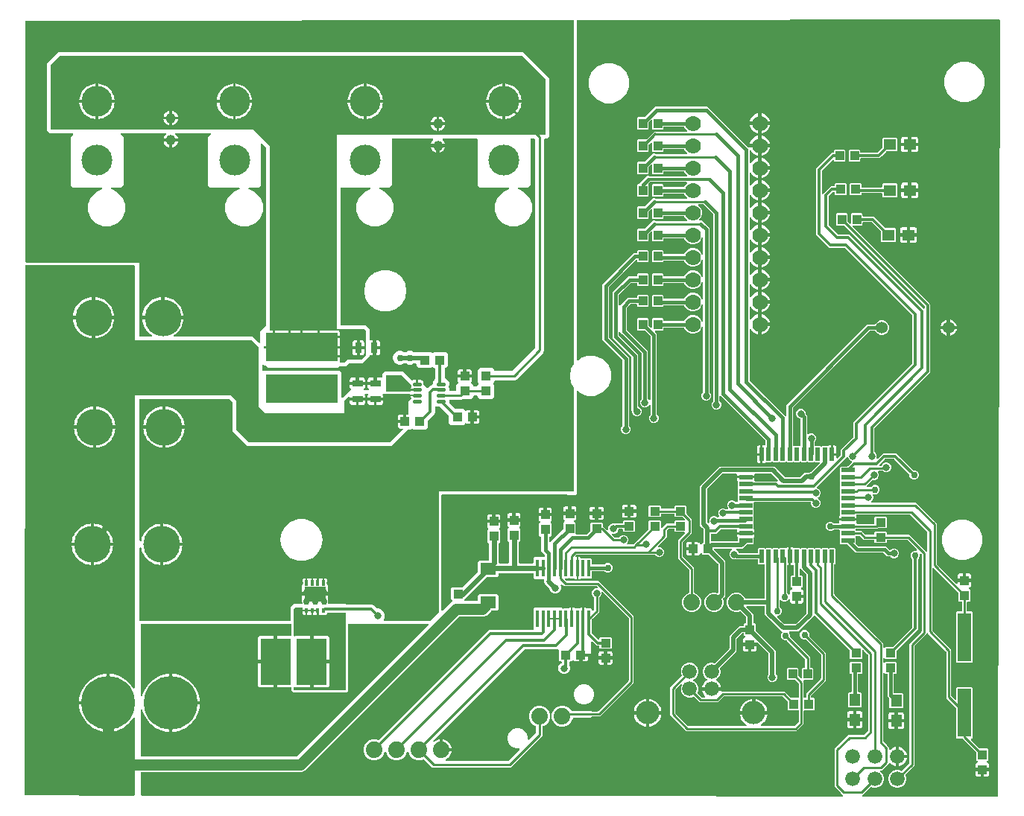
<source format=gbr>
G04 EAGLE Gerber RS-274X export*
G75*
%MOMM*%
%FSLAX34Y34*%
%LPD*%
%INTop Copper*%
%IPPOS*%
%AMOC8*
5,1,8,0,0,1.08239X$1,22.5*%
G01*
%ADD10R,1.000000X1.100000*%
%ADD11R,1.100000X1.000000*%
%ADD12C,4.191000*%
%ADD13C,1.879600*%
%ADD14C,3.500000*%
%ADD15C,6.096000*%
%ADD16R,0.406400X1.981200*%
%ADD17R,3.505200X5.334000*%
%ADD18R,8.204200X3.302000*%
%ADD19R,0.500000X1.500000*%
%ADD20R,1.500000X0.500000*%
%ADD21R,1.500000X5.500000*%
%ADD22C,1.778000*%
%ADD23R,1.244600X1.397000*%
%ADD24C,0.450000*%
%ADD25R,1.397000X1.244600*%
%ADD26R,0.800000X1.200000*%
%ADD27R,1.800000X1.340000*%
%ADD28R,1.200000X0.800000*%
%ADD29C,1.355600*%
%ADD30C,1.676400*%
%ADD31C,1.155600*%
%ADD32C,2.641600*%
%ADD33R,0.304800X0.609600*%
%ADD34R,0.304800X0.635000*%
%ADD35R,2.438400X1.778000*%
%ADD36C,0.304800*%
%ADD37C,0.203200*%
%ADD38C,0.254000*%
%ADD39C,0.812800*%
%ADD40C,0.805600*%
%ADD41C,0.406400*%
%ADD42C,0.762000*%
%ADD43C,0.609600*%
%ADD44C,1.270000*%
%ADD45C,0.508000*%

G36*
X1112724Y3954D02*
X1112724Y3954D01*
X1112782Y3953D01*
X1112864Y3974D01*
X1112949Y3986D01*
X1113001Y4009D01*
X1113057Y4024D01*
X1113130Y4067D01*
X1113208Y4102D01*
X1113252Y4139D01*
X1113302Y4168D01*
X1113360Y4230D01*
X1113425Y4285D01*
X1113457Y4333D01*
X1113497Y4375D01*
X1113536Y4451D01*
X1113583Y4522D01*
X1113601Y4576D01*
X1113627Y4628D01*
X1113639Y4696D01*
X1113669Y4792D01*
X1113672Y4891D01*
X1113684Y4959D01*
X1116181Y886576D01*
X1116173Y886636D01*
X1116174Y886696D01*
X1116153Y886776D01*
X1116142Y886857D01*
X1116117Y886913D01*
X1116102Y886971D01*
X1116060Y887042D01*
X1116026Y887117D01*
X1115987Y887163D01*
X1115957Y887215D01*
X1115896Y887271D01*
X1115843Y887334D01*
X1115793Y887368D01*
X1115749Y887409D01*
X1115676Y887447D01*
X1115607Y887493D01*
X1115550Y887511D01*
X1115496Y887539D01*
X1115429Y887550D01*
X1115336Y887579D01*
X1115234Y887582D01*
X1115165Y887594D01*
X636269Y887051D01*
X636212Y887043D01*
X636154Y887044D01*
X636071Y887023D01*
X635987Y887011D01*
X635935Y886987D01*
X635879Y886972D01*
X635806Y886929D01*
X635728Y886894D01*
X635684Y886857D01*
X635634Y886827D01*
X635576Y886765D01*
X635511Y886710D01*
X635479Y886662D01*
X635440Y886620D01*
X635401Y886544D01*
X635354Y886473D01*
X635337Y886418D01*
X635310Y886367D01*
X635299Y886298D01*
X635269Y886202D01*
X635266Y886103D01*
X635255Y886036D01*
X635255Y501126D01*
X635259Y501097D01*
X635256Y501067D01*
X635279Y500956D01*
X635295Y500844D01*
X635307Y500818D01*
X635312Y500789D01*
X635365Y500688D01*
X635411Y500585D01*
X635430Y500562D01*
X635443Y500536D01*
X635521Y500454D01*
X635595Y500368D01*
X635619Y500352D01*
X635639Y500330D01*
X635737Y500273D01*
X635831Y500210D01*
X635859Y500201D01*
X635884Y500187D01*
X635994Y500159D01*
X636102Y500124D01*
X636132Y500124D01*
X636160Y500116D01*
X636273Y500120D01*
X636386Y500117D01*
X636415Y500125D01*
X636444Y500126D01*
X636552Y500160D01*
X636661Y500189D01*
X636687Y500204D01*
X636715Y500213D01*
X636779Y500259D01*
X636906Y500334D01*
X636949Y500380D01*
X636988Y500408D01*
X638560Y501980D01*
X639606Y502413D01*
X641641Y503257D01*
X646963Y505461D01*
X656057Y505461D01*
X664460Y501980D01*
X670890Y495550D01*
X674371Y487147D01*
X674371Y478053D01*
X670890Y469650D01*
X664460Y463220D01*
X656057Y459739D01*
X646963Y459739D01*
X641642Y461943D01*
X641641Y461943D01*
X639606Y462787D01*
X638560Y463220D01*
X636988Y464792D01*
X636964Y464810D01*
X636946Y464832D01*
X636851Y464895D01*
X636761Y464963D01*
X636733Y464973D01*
X636709Y464990D01*
X636601Y465024D01*
X636495Y465064D01*
X636466Y465067D01*
X636438Y465076D01*
X636325Y465078D01*
X636212Y465088D01*
X636183Y465082D01*
X636154Y465083D01*
X636044Y465054D01*
X635933Y465032D01*
X635907Y465018D01*
X635879Y465011D01*
X635782Y464953D01*
X635681Y464901D01*
X635659Y464881D01*
X635634Y464866D01*
X635557Y464783D01*
X635475Y464705D01*
X635460Y464680D01*
X635440Y464658D01*
X635388Y464558D01*
X635331Y464460D01*
X635324Y464431D01*
X635310Y464405D01*
X635297Y464328D01*
X635261Y464184D01*
X635263Y464122D01*
X635255Y464074D01*
X635255Y348670D01*
X633295Y346709D01*
X624585Y346709D01*
X624585Y346710D01*
X624577Y346768D01*
X624579Y346826D01*
X624557Y346908D01*
X624545Y346992D01*
X624522Y347045D01*
X624507Y347101D01*
X624464Y347174D01*
X624429Y347251D01*
X624391Y347296D01*
X624362Y347346D01*
X624300Y347404D01*
X624246Y347468D01*
X624197Y347500D01*
X624154Y347540D01*
X624079Y347579D01*
X624009Y347626D01*
X623953Y347643D01*
X623901Y347670D01*
X623833Y347681D01*
X623738Y347711D01*
X623638Y347714D01*
X623570Y347725D01*
X482600Y347725D01*
X482542Y347717D01*
X482484Y347719D01*
X482402Y347697D01*
X482319Y347685D01*
X482265Y347662D01*
X482209Y347647D01*
X482136Y347604D01*
X482059Y347569D01*
X482014Y347531D01*
X481964Y347502D01*
X481906Y347440D01*
X481842Y347386D01*
X481810Y347337D01*
X481770Y347294D01*
X481731Y347219D01*
X481685Y347149D01*
X481667Y347093D01*
X481640Y347041D01*
X481629Y346973D01*
X481599Y346878D01*
X481596Y346778D01*
X481585Y346710D01*
X481585Y216329D01*
X481589Y216300D01*
X481586Y216271D01*
X481609Y216160D01*
X481625Y216048D01*
X481637Y216021D01*
X481642Y215992D01*
X481695Y215892D01*
X481741Y215788D01*
X481760Y215766D01*
X481773Y215740D01*
X481851Y215658D01*
X481925Y215571D01*
X481949Y215555D01*
X481969Y215534D01*
X482067Y215477D01*
X482161Y215414D01*
X482189Y215405D01*
X482214Y215390D01*
X482324Y215362D01*
X482432Y215328D01*
X482462Y215327D01*
X482490Y215320D01*
X482603Y215324D01*
X482716Y215321D01*
X482745Y215328D01*
X482774Y215329D01*
X482882Y215364D01*
X482991Y215392D01*
X483017Y215407D01*
X483045Y215416D01*
X483108Y215462D01*
X483236Y215538D01*
X483279Y215583D01*
X483318Y215611D01*
X492804Y225097D01*
X493483Y225379D01*
X493582Y225437D01*
X493684Y225490D01*
X493704Y225509D01*
X493728Y225523D01*
X493807Y225606D01*
X493890Y225686D01*
X493904Y225710D01*
X493923Y225730D01*
X493976Y225832D01*
X494034Y225931D01*
X494041Y225958D01*
X494053Y225982D01*
X494076Y226095D01*
X494104Y226206D01*
X494103Y226234D01*
X494108Y226261D01*
X494098Y226376D01*
X494095Y226491D01*
X494086Y226517D01*
X494084Y226545D01*
X494043Y226652D01*
X494007Y226761D01*
X493993Y226781D01*
X493982Y226810D01*
X493821Y227022D01*
X493812Y227034D01*
X492339Y228508D01*
X492339Y240612D01*
X493828Y242101D01*
X505307Y242101D01*
X505393Y242113D01*
X505481Y242116D01*
X505533Y242133D01*
X505588Y242141D01*
X505668Y242176D01*
X505751Y242203D01*
X505790Y242231D01*
X505847Y242257D01*
X505961Y242353D01*
X506024Y242398D01*
X522832Y259206D01*
X522884Y259275D01*
X522944Y259339D01*
X522970Y259389D01*
X523003Y259433D01*
X523034Y259514D01*
X523074Y259592D01*
X523082Y259640D01*
X523104Y259698D01*
X523116Y259846D01*
X523129Y259923D01*
X523129Y270892D01*
X524618Y272381D01*
X534416Y272381D01*
X534474Y272389D01*
X534532Y272387D01*
X534614Y272409D01*
X534698Y272421D01*
X534751Y272444D01*
X534807Y272459D01*
X534880Y272502D01*
X534957Y272537D01*
X535002Y272575D01*
X535052Y272604D01*
X535110Y272666D01*
X535174Y272720D01*
X535206Y272769D01*
X535246Y272812D01*
X535285Y272887D01*
X535332Y272957D01*
X535349Y273013D01*
X535376Y273065D01*
X535387Y273133D01*
X535417Y273228D01*
X535420Y273328D01*
X535431Y273396D01*
X535431Y291185D01*
X535419Y291272D01*
X535416Y291359D01*
X535399Y291412D01*
X535391Y291467D01*
X535356Y291546D01*
X535329Y291630D01*
X535301Y291669D01*
X535275Y291726D01*
X535179Y291839D01*
X535134Y291903D01*
X533479Y293558D01*
X533479Y306662D01*
X534750Y307934D01*
X534780Y307973D01*
X534816Y308006D01*
X534865Y308086D01*
X534921Y308161D01*
X534939Y308206D01*
X534964Y308248D01*
X534989Y308339D01*
X535023Y308426D01*
X535027Y308475D01*
X535040Y308522D01*
X535038Y308616D01*
X535046Y308710D01*
X535036Y308758D01*
X535036Y308806D01*
X535009Y308896D01*
X534990Y308988D01*
X534968Y309032D01*
X534954Y309079D01*
X534903Y309157D01*
X534859Y309241D01*
X534826Y309276D01*
X534799Y309317D01*
X534742Y309364D01*
X534663Y309447D01*
X534588Y309491D01*
X534540Y309531D01*
X534460Y309577D01*
X533987Y310050D01*
X533652Y310629D01*
X533479Y311276D01*
X533479Y315079D01*
X540004Y315079D01*
X540062Y315087D01*
X540120Y315085D01*
X540202Y315107D01*
X540285Y315119D01*
X540339Y315143D01*
X540395Y315157D01*
X540468Y315200D01*
X540545Y315235D01*
X540589Y315273D01*
X540640Y315303D01*
X540697Y315364D01*
X540762Y315419D01*
X540794Y315467D01*
X540834Y315510D01*
X540873Y315585D01*
X540919Y315655D01*
X540937Y315711D01*
X540964Y315763D01*
X540975Y315831D01*
X541005Y315926D01*
X541008Y316026D01*
X541019Y316094D01*
X541019Y317111D01*
X541021Y317111D01*
X541021Y316094D01*
X541028Y316044D01*
X541028Y316029D01*
X541029Y316025D01*
X541028Y315978D01*
X541049Y315896D01*
X541061Y315813D01*
X541085Y315759D01*
X541099Y315703D01*
X541142Y315630D01*
X541177Y315553D01*
X541215Y315508D01*
X541245Y315458D01*
X541306Y315400D01*
X541361Y315336D01*
X541409Y315304D01*
X541452Y315264D01*
X541527Y315225D01*
X541597Y315179D01*
X541653Y315161D01*
X541705Y315134D01*
X541773Y315123D01*
X541868Y315093D01*
X541968Y315090D01*
X542036Y315079D01*
X548561Y315079D01*
X548561Y311276D01*
X548388Y310629D01*
X548053Y310050D01*
X547580Y309577D01*
X547500Y309531D01*
X547462Y309501D01*
X547418Y309478D01*
X547350Y309413D01*
X547276Y309356D01*
X547247Y309316D01*
X547212Y309282D01*
X547165Y309201D01*
X547110Y309125D01*
X547093Y309079D01*
X547068Y309037D01*
X547045Y308946D01*
X547013Y308858D01*
X547010Y308809D01*
X546998Y308762D01*
X547001Y308668D01*
X546995Y308574D01*
X547006Y308526D01*
X547007Y308477D01*
X547036Y308388D01*
X547056Y308296D01*
X547080Y308253D01*
X547095Y308207D01*
X547138Y308146D01*
X547192Y308046D01*
X547253Y307985D01*
X547290Y307934D01*
X548561Y306662D01*
X548561Y293558D01*
X546906Y291903D01*
X546854Y291833D01*
X546794Y291769D01*
X546768Y291720D01*
X546735Y291676D01*
X546704Y291594D01*
X546664Y291516D01*
X546656Y291469D01*
X546634Y291410D01*
X546622Y291262D01*
X546609Y291185D01*
X546609Y270256D01*
X546617Y270198D01*
X546615Y270140D01*
X546637Y270058D01*
X546649Y269974D01*
X546672Y269921D01*
X546687Y269865D01*
X546730Y269792D01*
X546765Y269715D01*
X546803Y269670D01*
X546832Y269620D01*
X546894Y269562D01*
X546948Y269498D01*
X546997Y269466D01*
X547040Y269426D01*
X547115Y269387D01*
X547185Y269340D01*
X547241Y269323D01*
X547293Y269296D01*
X547361Y269285D01*
X547456Y269255D01*
X547556Y269252D01*
X547624Y269241D01*
X557276Y269241D01*
X557334Y269249D01*
X557392Y269247D01*
X557474Y269269D01*
X557558Y269281D01*
X557611Y269304D01*
X557667Y269319D01*
X557740Y269362D01*
X557817Y269397D01*
X557862Y269435D01*
X557912Y269464D01*
X557970Y269526D01*
X558034Y269580D01*
X558066Y269629D01*
X558106Y269672D01*
X558145Y269747D01*
X558192Y269817D01*
X558209Y269873D01*
X558236Y269925D01*
X558247Y269993D01*
X558277Y270088D01*
X558280Y270188D01*
X558291Y270256D01*
X558291Y292455D01*
X558279Y292542D01*
X558276Y292629D01*
X558259Y292682D01*
X558251Y292737D01*
X558216Y292816D01*
X558189Y292900D01*
X558161Y292939D01*
X558135Y292996D01*
X558039Y293109D01*
X557994Y293173D01*
X556339Y294828D01*
X556339Y307932D01*
X557610Y309204D01*
X557640Y309243D01*
X557676Y309276D01*
X557725Y309356D01*
X557781Y309431D01*
X557799Y309476D01*
X557824Y309518D01*
X557849Y309609D01*
X557883Y309696D01*
X557887Y309745D01*
X557900Y309792D01*
X557898Y309886D01*
X557906Y309980D01*
X557896Y310028D01*
X557896Y310076D01*
X557869Y310166D01*
X557850Y310258D01*
X557828Y310302D01*
X557814Y310349D01*
X557763Y310427D01*
X557719Y310511D01*
X557686Y310546D01*
X557659Y310587D01*
X557602Y310634D01*
X557523Y310717D01*
X557448Y310761D01*
X557400Y310801D01*
X557320Y310847D01*
X556847Y311320D01*
X556512Y311899D01*
X556339Y312546D01*
X556339Y316349D01*
X562864Y316349D01*
X562922Y316357D01*
X562980Y316355D01*
X563062Y316377D01*
X563145Y316389D01*
X563199Y316413D01*
X563255Y316427D01*
X563328Y316470D01*
X563405Y316505D01*
X563449Y316543D01*
X563500Y316573D01*
X563557Y316634D01*
X563622Y316689D01*
X563654Y316737D01*
X563694Y316780D01*
X563733Y316855D01*
X563779Y316925D01*
X563797Y316981D01*
X563824Y317033D01*
X563835Y317101D01*
X563865Y317196D01*
X563868Y317296D01*
X563879Y317364D01*
X563879Y318381D01*
X563881Y318381D01*
X563881Y317364D01*
X563889Y317306D01*
X563888Y317248D01*
X563909Y317166D01*
X563921Y317083D01*
X563945Y317029D01*
X563959Y316973D01*
X564002Y316900D01*
X564037Y316823D01*
X564075Y316778D01*
X564105Y316728D01*
X564166Y316670D01*
X564221Y316606D01*
X564269Y316574D01*
X564312Y316534D01*
X564387Y316495D01*
X564457Y316449D01*
X564513Y316431D01*
X564565Y316404D01*
X564633Y316393D01*
X564728Y316363D01*
X564828Y316360D01*
X564896Y316349D01*
X571421Y316349D01*
X571421Y312546D01*
X571248Y311899D01*
X570913Y311320D01*
X570440Y310847D01*
X570360Y310801D01*
X570322Y310771D01*
X570278Y310748D01*
X570210Y310683D01*
X570136Y310626D01*
X570107Y310586D01*
X570072Y310552D01*
X570025Y310471D01*
X569970Y310395D01*
X569953Y310349D01*
X569928Y310307D01*
X569905Y310216D01*
X569873Y310128D01*
X569870Y310079D01*
X569858Y310032D01*
X569861Y309938D01*
X569855Y309844D01*
X569866Y309796D01*
X569867Y309747D01*
X569896Y309658D01*
X569916Y309566D01*
X569940Y309523D01*
X569955Y309477D01*
X569998Y309416D01*
X570052Y309316D01*
X570113Y309255D01*
X570150Y309204D01*
X571421Y307932D01*
X571421Y294828D01*
X569766Y293173D01*
X569714Y293103D01*
X569654Y293039D01*
X569628Y292990D01*
X569595Y292946D01*
X569564Y292864D01*
X569524Y292786D01*
X569516Y292739D01*
X569494Y292680D01*
X569482Y292532D01*
X569469Y292455D01*
X569469Y270256D01*
X569477Y270198D01*
X569475Y270140D01*
X569497Y270058D01*
X569509Y269974D01*
X569532Y269921D01*
X569547Y269865D01*
X569590Y269792D01*
X569625Y269715D01*
X569663Y269670D01*
X569692Y269620D01*
X569754Y269562D01*
X569808Y269498D01*
X569857Y269466D01*
X569900Y269426D01*
X569975Y269387D01*
X570045Y269340D01*
X570101Y269323D01*
X570153Y269296D01*
X570221Y269285D01*
X570316Y269255D01*
X570416Y269252D01*
X570484Y269241D01*
X584922Y269241D01*
X584980Y269249D01*
X585038Y269247D01*
X585120Y269269D01*
X585204Y269281D01*
X585257Y269304D01*
X585313Y269319D01*
X585386Y269362D01*
X585463Y269397D01*
X585508Y269435D01*
X585558Y269464D01*
X585616Y269526D01*
X585680Y269580D01*
X585712Y269629D01*
X585752Y269672D01*
X585791Y269747D01*
X585838Y269817D01*
X585855Y269873D01*
X585882Y269925D01*
X585893Y269993D01*
X585923Y270088D01*
X585926Y270188D01*
X585937Y270256D01*
X585937Y274610D01*
X587426Y276099D01*
X597922Y276099D01*
X597980Y276107D01*
X598038Y276105D01*
X598120Y276127D01*
X598204Y276139D01*
X598257Y276162D01*
X598313Y276177D01*
X598386Y276220D01*
X598463Y276255D01*
X598508Y276293D01*
X598558Y276322D01*
X598616Y276384D01*
X598680Y276438D01*
X598712Y276487D01*
X598752Y276530D01*
X598791Y276605D01*
X598838Y276675D01*
X598855Y276731D01*
X598882Y276783D01*
X598893Y276851D01*
X598923Y276946D01*
X598926Y277046D01*
X598937Y277114D01*
X598937Y278095D01*
X598925Y278182D01*
X598922Y278269D01*
X598905Y278322D01*
X598897Y278377D01*
X598862Y278457D01*
X598835Y278540D01*
X598807Y278579D01*
X598781Y278636D01*
X598685Y278750D01*
X598640Y278813D01*
X594867Y282586D01*
X594867Y298674D01*
X594859Y298732D01*
X594861Y298790D01*
X594839Y298872D01*
X594827Y298956D01*
X594804Y299009D01*
X594789Y299065D01*
X594746Y299138D01*
X594711Y299215D01*
X594673Y299260D01*
X594644Y299310D01*
X594582Y299368D01*
X594528Y299432D01*
X594479Y299464D01*
X594436Y299504D01*
X594361Y299543D01*
X594291Y299590D01*
X594235Y299607D01*
X594183Y299634D01*
X594115Y299645D01*
X594020Y299675D01*
X593920Y299678D01*
X593852Y299689D01*
X593388Y299689D01*
X591899Y301178D01*
X591899Y314282D01*
X593170Y315554D01*
X593200Y315592D01*
X593236Y315625D01*
X593242Y315636D01*
X593253Y315647D01*
X593308Y315692D01*
X593404Y315787D01*
X593473Y315884D01*
X593544Y315980D01*
X593546Y315984D01*
X593548Y315987D01*
X593583Y316100D01*
X593619Y316214D01*
X593619Y316218D01*
X593620Y316222D01*
X593617Y316340D01*
X593615Y316460D01*
X593614Y316464D01*
X593614Y316468D01*
X593573Y316580D01*
X593534Y316692D01*
X593531Y316695D01*
X593530Y316699D01*
X593455Y316792D01*
X593382Y316886D01*
X593378Y316889D01*
X593376Y316891D01*
X593365Y316899D01*
X593247Y316985D01*
X592960Y317151D01*
X592880Y317197D01*
X592407Y317670D01*
X592275Y317899D01*
X592072Y318249D01*
X591899Y318896D01*
X591899Y322699D01*
X598424Y322699D01*
X598482Y322707D01*
X598540Y322705D01*
X598622Y322727D01*
X598705Y322739D01*
X598759Y322763D01*
X598815Y322777D01*
X598888Y322820D01*
X598965Y322855D01*
X599009Y322893D01*
X599060Y322923D01*
X599117Y322984D01*
X599182Y323039D01*
X599214Y323087D01*
X599254Y323130D01*
X599293Y323205D01*
X599339Y323275D01*
X599357Y323331D01*
X599384Y323383D01*
X599395Y323451D01*
X599425Y323546D01*
X599428Y323646D01*
X599439Y323714D01*
X599439Y324731D01*
X599441Y324731D01*
X599441Y323714D01*
X599449Y323656D01*
X599448Y323598D01*
X599469Y323516D01*
X599481Y323433D01*
X599505Y323379D01*
X599519Y323323D01*
X599562Y323250D01*
X599597Y323173D01*
X599635Y323128D01*
X599665Y323078D01*
X599726Y323020D01*
X599781Y322956D01*
X599829Y322924D01*
X599872Y322884D01*
X599947Y322845D01*
X600017Y322799D01*
X600073Y322781D01*
X600125Y322754D01*
X600193Y322743D01*
X600288Y322713D01*
X600388Y322710D01*
X600456Y322699D01*
X606981Y322699D01*
X606981Y318896D01*
X606808Y318249D01*
X606605Y317899D01*
X606473Y317670D01*
X606000Y317197D01*
X605920Y317151D01*
X605633Y316985D01*
X605540Y316909D01*
X605448Y316835D01*
X605446Y316832D01*
X605443Y316829D01*
X605379Y316727D01*
X605315Y316628D01*
X605314Y316625D01*
X605312Y316621D01*
X605284Y316503D01*
X605255Y316390D01*
X605256Y316386D01*
X605255Y316382D01*
X605265Y316262D01*
X605274Y316145D01*
X605276Y316141D01*
X605276Y316137D01*
X605324Y316027D01*
X605371Y315918D01*
X605374Y315915D01*
X605375Y315912D01*
X605384Y315901D01*
X605476Y315787D01*
X605572Y315692D01*
X605626Y315653D01*
X605673Y315605D01*
X605710Y315554D01*
X606981Y314282D01*
X606981Y301178D01*
X605492Y299689D01*
X605028Y299689D01*
X604970Y299681D01*
X604912Y299683D01*
X604830Y299661D01*
X604746Y299649D01*
X604693Y299626D01*
X604637Y299611D01*
X604564Y299568D01*
X604487Y299533D01*
X604442Y299495D01*
X604392Y299466D01*
X604334Y299404D01*
X604270Y299350D01*
X604238Y299301D01*
X604198Y299258D01*
X604159Y299183D01*
X604112Y299113D01*
X604095Y299057D01*
X604068Y299005D01*
X604057Y298937D01*
X604027Y298842D01*
X604024Y298742D01*
X604013Y298674D01*
X604013Y294551D01*
X604017Y294521D01*
X604014Y294492D01*
X604037Y294381D01*
X604053Y294269D01*
X604065Y294242D01*
X604070Y294214D01*
X604123Y294113D01*
X604169Y294010D01*
X604188Y293987D01*
X604201Y293961D01*
X604279Y293879D01*
X604352Y293793D01*
X604377Y293776D01*
X604397Y293755D01*
X604495Y293698D01*
X604589Y293635D01*
X604617Y293626D01*
X604642Y293611D01*
X604752Y293584D01*
X604860Y293549D01*
X604890Y293549D01*
X604918Y293541D01*
X605031Y293545D01*
X605144Y293542D01*
X605173Y293549D01*
X605202Y293550D01*
X605310Y293585D01*
X605419Y293614D01*
X605445Y293629D01*
X605473Y293638D01*
X605536Y293683D01*
X605664Y293759D01*
X605707Y293805D01*
X605746Y293833D01*
X608413Y296500D01*
X619542Y307629D01*
X619594Y307699D01*
X619654Y307762D01*
X619680Y307812D01*
X619713Y307856D01*
X619744Y307938D01*
X619784Y308016D01*
X619792Y308063D01*
X619814Y308122D01*
X619826Y308269D01*
X619839Y308347D01*
X619839Y315552D01*
X620650Y316363D01*
X621344Y317058D01*
X621413Y317153D01*
X621484Y317250D01*
X621486Y317254D01*
X621488Y317257D01*
X621523Y317370D01*
X621559Y317484D01*
X621559Y317488D01*
X621560Y317492D01*
X621557Y317611D01*
X621555Y317730D01*
X621554Y317734D01*
X621554Y317738D01*
X621513Y317850D01*
X621474Y317962D01*
X621471Y317965D01*
X621470Y317969D01*
X621395Y318063D01*
X621322Y318156D01*
X621318Y318159D01*
X621316Y318161D01*
X621304Y318169D01*
X621187Y318255D01*
X620900Y318421D01*
X620820Y318467D01*
X620347Y318940D01*
X620331Y318967D01*
X620012Y319519D01*
X619839Y320166D01*
X619839Y323969D01*
X623570Y323969D01*
X623628Y323977D01*
X623686Y323975D01*
X623768Y323997D01*
X623852Y324009D01*
X623905Y324033D01*
X623961Y324047D01*
X624034Y324090D01*
X624111Y324125D01*
X624156Y324163D01*
X624206Y324193D01*
X624264Y324254D01*
X624328Y324309D01*
X624360Y324357D01*
X624400Y324400D01*
X624439Y324475D01*
X624440Y324477D01*
X626618Y324477D01*
X626638Y324480D01*
X626657Y324478D01*
X626759Y324500D01*
X626861Y324517D01*
X626878Y324526D01*
X626898Y324530D01*
X626987Y324583D01*
X627078Y324632D01*
X627092Y324646D01*
X627109Y324656D01*
X627176Y324735D01*
X627247Y324810D01*
X627256Y324828D01*
X627269Y324843D01*
X627308Y324939D01*
X627351Y325033D01*
X627353Y325053D01*
X627361Y325071D01*
X627379Y325238D01*
X627379Y326001D01*
X627381Y326001D01*
X627381Y324984D01*
X627389Y324926D01*
X627388Y324868D01*
X627409Y324786D01*
X627421Y324703D01*
X627445Y324649D01*
X627459Y324593D01*
X627502Y324520D01*
X627537Y324443D01*
X627575Y324398D01*
X627605Y324348D01*
X627666Y324290D01*
X627721Y324226D01*
X627769Y324194D01*
X627812Y324154D01*
X627887Y324115D01*
X627957Y324069D01*
X628013Y324051D01*
X628065Y324024D01*
X628133Y324013D01*
X628228Y323983D01*
X628328Y323980D01*
X628396Y323969D01*
X634921Y323969D01*
X634921Y320166D01*
X634748Y319519D01*
X634429Y318967D01*
X634413Y318940D01*
X633940Y318467D01*
X633573Y318255D01*
X633361Y318132D01*
X632943Y318021D01*
X632934Y318017D01*
X632925Y318015D01*
X632804Y317961D01*
X632682Y317909D01*
X632674Y317903D01*
X632665Y317899D01*
X632564Y317814D01*
X632461Y317730D01*
X632456Y317722D01*
X632448Y317715D01*
X632375Y317605D01*
X632299Y317496D01*
X632296Y317487D01*
X632291Y317479D01*
X632251Y317352D01*
X632208Y317227D01*
X632208Y317217D01*
X632205Y317208D01*
X632202Y317075D01*
X632196Y316943D01*
X632198Y316933D01*
X632198Y316924D01*
X632231Y316795D01*
X632262Y316667D01*
X632267Y316658D01*
X632269Y316649D01*
X632337Y316535D01*
X632403Y316419D01*
X632410Y316413D01*
X632415Y316404D01*
X632512Y316313D01*
X632606Y316221D01*
X632615Y316216D01*
X632622Y316210D01*
X632741Y316149D01*
X632857Y316087D01*
X632866Y316085D01*
X632875Y316080D01*
X632931Y316071D01*
X632975Y316061D01*
X633905Y315132D01*
X633905Y303022D01*
X633913Y302964D01*
X633911Y302906D01*
X633933Y302824D01*
X633945Y302740D01*
X633968Y302687D01*
X633983Y302631D01*
X634026Y302558D01*
X634061Y302481D01*
X634099Y302436D01*
X634128Y302386D01*
X634190Y302328D01*
X634244Y302264D01*
X634293Y302232D01*
X634336Y302192D01*
X634411Y302153D01*
X634481Y302106D01*
X634537Y302089D01*
X634589Y302062D01*
X634657Y302051D01*
X634752Y302021D01*
X634852Y302018D01*
X634920Y302007D01*
X645806Y302007D01*
X645893Y302019D01*
X645980Y302022D01*
X646033Y302039D01*
X646088Y302047D01*
X646168Y302082D01*
X646251Y302109D01*
X646290Y302137D01*
X646347Y302163D01*
X646460Y302259D01*
X646524Y302304D01*
X650538Y306318D01*
X650590Y306388D01*
X650650Y306452D01*
X650676Y306501D01*
X650709Y306545D01*
X650740Y306627D01*
X650780Y306705D01*
X650788Y306752D01*
X650810Y306811D01*
X650822Y306958D01*
X650835Y307036D01*
X650835Y314632D01*
X651728Y315525D01*
X663992Y315525D01*
X664885Y314632D01*
X664885Y312308D01*
X664897Y312222D01*
X664900Y312134D01*
X664917Y312081D01*
X664925Y312027D01*
X664960Y311947D01*
X664987Y311864D01*
X665015Y311824D01*
X665041Y311767D01*
X665137Y311654D01*
X665182Y311590D01*
X669588Y307184D01*
X669612Y307167D01*
X669631Y307144D01*
X669725Y307081D01*
X669815Y307013D01*
X669843Y307003D01*
X669867Y306987D01*
X669975Y306952D01*
X670081Y306912D01*
X670110Y306910D01*
X670138Y306901D01*
X670252Y306898D01*
X670364Y306889D01*
X670393Y306894D01*
X670422Y306894D01*
X670532Y306922D01*
X670643Y306944D01*
X670669Y306958D01*
X670697Y306965D01*
X670795Y307023D01*
X670895Y307075D01*
X670917Y307096D01*
X670942Y307111D01*
X671019Y307193D01*
X671101Y307271D01*
X671116Y307297D01*
X671136Y307318D01*
X671188Y307419D01*
X671245Y307516D01*
X671252Y307545D01*
X671266Y307571D01*
X671279Y307648D01*
X671315Y307792D01*
X671313Y307854D01*
X671321Y307902D01*
X671321Y309722D01*
X672172Y311776D01*
X673744Y313348D01*
X675798Y314199D01*
X677767Y314199D01*
X677853Y314211D01*
X677941Y314214D01*
X677993Y314231D01*
X678048Y314239D01*
X678128Y314274D01*
X678211Y314301D01*
X678250Y314329D01*
X678308Y314355D01*
X678421Y314451D01*
X678485Y314496D01*
X678577Y314589D01*
X686650Y314589D01*
X686708Y314597D01*
X686766Y314595D01*
X686848Y314617D01*
X686932Y314629D01*
X686985Y314652D01*
X687041Y314667D01*
X687114Y314710D01*
X687191Y314745D01*
X687236Y314783D01*
X687286Y314812D01*
X687344Y314874D01*
X687408Y314928D01*
X687440Y314977D01*
X687480Y315020D01*
X687519Y315095D01*
X687566Y315165D01*
X687583Y315221D01*
X687610Y315273D01*
X687621Y315341D01*
X687651Y315436D01*
X687654Y315536D01*
X687665Y315604D01*
X687665Y317172D01*
X688558Y318065D01*
X700822Y318065D01*
X701715Y317172D01*
X701715Y305908D01*
X700822Y305015D01*
X688558Y305015D01*
X687665Y305908D01*
X687665Y307476D01*
X687657Y307534D01*
X687659Y307592D01*
X687637Y307674D01*
X687625Y307758D01*
X687602Y307811D01*
X687587Y307867D01*
X687544Y307940D01*
X687509Y308017D01*
X687471Y308062D01*
X687442Y308112D01*
X687380Y308170D01*
X687326Y308234D01*
X687277Y308266D01*
X687234Y308306D01*
X687159Y308345D01*
X687089Y308392D01*
X687033Y308409D01*
X686981Y308436D01*
X686913Y308447D01*
X686818Y308477D01*
X686718Y308480D01*
X686650Y308491D01*
X683514Y308491D01*
X683456Y308483D01*
X683398Y308485D01*
X683316Y308463D01*
X683232Y308451D01*
X683179Y308428D01*
X683123Y308413D01*
X683050Y308370D01*
X682973Y308335D01*
X682928Y308297D01*
X682878Y308268D01*
X682820Y308206D01*
X682756Y308152D01*
X682724Y308103D01*
X682684Y308060D01*
X682645Y307985D01*
X682598Y307915D01*
X682581Y307859D01*
X682554Y307807D01*
X682543Y307739D01*
X682513Y307644D01*
X682510Y307544D01*
X682505Y307513D01*
X681648Y305444D01*
X680076Y303872D01*
X678022Y303021D01*
X676202Y303021D01*
X676173Y303017D01*
X676144Y303020D01*
X676033Y302997D01*
X675921Y302981D01*
X675894Y302969D01*
X675865Y302964D01*
X675764Y302911D01*
X675661Y302865D01*
X675639Y302846D01*
X675613Y302833D01*
X675531Y302755D01*
X675444Y302682D01*
X675428Y302657D01*
X675407Y302637D01*
X675350Y302539D01*
X675287Y302445D01*
X675278Y302417D01*
X675263Y302392D01*
X675235Y302282D01*
X675201Y302174D01*
X675200Y302144D01*
X675193Y302116D01*
X675196Y302003D01*
X675194Y301890D01*
X675201Y301861D01*
X675202Y301832D01*
X675237Y301724D01*
X675265Y301615D01*
X675280Y301589D01*
X675289Y301561D01*
X675335Y301498D01*
X675411Y301370D01*
X675456Y301327D01*
X675484Y301288D01*
X677770Y299002D01*
X677840Y298950D01*
X677904Y298890D01*
X677953Y298864D01*
X677997Y298831D01*
X678079Y298800D01*
X678157Y298760D01*
X678205Y298752D01*
X678263Y298730D01*
X678411Y298718D01*
X678488Y298705D01*
X682861Y298705D01*
X682948Y298717D01*
X683035Y298720D01*
X683088Y298737D01*
X683143Y298745D01*
X683223Y298780D01*
X683306Y298807D01*
X683345Y298835D01*
X683402Y298861D01*
X683516Y298957D01*
X683579Y299002D01*
X685195Y300617D01*
X687235Y301463D01*
X689445Y301463D01*
X691485Y300617D01*
X693047Y299055D01*
X693893Y297015D01*
X693893Y294805D01*
X693047Y292765D01*
X692629Y292346D01*
X692611Y292322D01*
X692589Y292303D01*
X692526Y292209D01*
X692458Y292119D01*
X692447Y292091D01*
X692431Y292067D01*
X692397Y291959D01*
X692357Y291853D01*
X692354Y291824D01*
X692345Y291796D01*
X692342Y291682D01*
X692333Y291570D01*
X692339Y291541D01*
X692338Y291512D01*
X692367Y291402D01*
X692389Y291291D01*
X692402Y291265D01*
X692410Y291237D01*
X692468Y291139D01*
X692520Y291039D01*
X692540Y291017D01*
X692555Y290992D01*
X692638Y290915D01*
X692716Y290833D01*
X692741Y290818D01*
X692762Y290798D01*
X692863Y290746D01*
X692961Y290689D01*
X692989Y290682D01*
X693015Y290668D01*
X693093Y290655D01*
X693236Y290619D01*
X693299Y290621D01*
X693347Y290613D01*
X698600Y290613D01*
X698686Y290625D01*
X698774Y290628D01*
X698827Y290645D01*
X698881Y290653D01*
X698961Y290688D01*
X699044Y290715D01*
X699084Y290743D01*
X699141Y290769D01*
X699254Y290865D01*
X699318Y290910D01*
X701255Y292847D01*
X716578Y308170D01*
X716630Y308240D01*
X716690Y308304D01*
X716716Y308353D01*
X716749Y308397D01*
X716780Y308479D01*
X716820Y308557D01*
X716828Y308605D01*
X716850Y308663D01*
X716862Y308811D01*
X716875Y308888D01*
X716875Y317172D01*
X717768Y318065D01*
X730032Y318065D01*
X730925Y317172D01*
X730925Y310608D01*
X730929Y310579D01*
X730926Y310550D01*
X730949Y310439D01*
X730965Y310327D01*
X730977Y310300D01*
X730982Y310271D01*
X731034Y310171D01*
X731081Y310067D01*
X731100Y310045D01*
X731113Y310019D01*
X731191Y309937D01*
X731264Y309850D01*
X731289Y309834D01*
X731309Y309813D01*
X731407Y309755D01*
X731501Y309693D01*
X731529Y309684D01*
X731554Y309669D01*
X731664Y309641D01*
X731772Y309607D01*
X731802Y309606D01*
X731830Y309599D01*
X731943Y309602D01*
X732056Y309600D01*
X732085Y309607D01*
X732114Y309608D01*
X732222Y309643D01*
X732331Y309671D01*
X732357Y309686D01*
X732385Y309695D01*
X732448Y309741D01*
X732576Y309817D01*
X732619Y309862D01*
X732658Y309890D01*
X737102Y314335D01*
X745070Y314335D01*
X745128Y314343D01*
X745186Y314341D01*
X745268Y314363D01*
X745352Y314375D01*
X745405Y314398D01*
X745461Y314413D01*
X745534Y314456D01*
X745611Y314491D01*
X745656Y314529D01*
X745706Y314558D01*
X745764Y314620D01*
X745828Y314674D01*
X745860Y314723D01*
X745900Y314766D01*
X745939Y314841D01*
X745986Y314911D01*
X746003Y314967D01*
X746030Y315019D01*
X746041Y315087D01*
X746071Y315182D01*
X746074Y315282D01*
X746085Y315350D01*
X746085Y317172D01*
X746978Y318065D01*
X757182Y318065D01*
X757211Y318069D01*
X757240Y318066D01*
X757351Y318089D01*
X757463Y318105D01*
X757490Y318117D01*
X757519Y318122D01*
X757620Y318175D01*
X757723Y318221D01*
X757745Y318240D01*
X757771Y318253D01*
X757853Y318331D01*
X757940Y318404D01*
X757956Y318429D01*
X757977Y318449D01*
X758034Y318547D01*
X758097Y318641D01*
X758106Y318669D01*
X758121Y318694D01*
X758149Y318804D01*
X758183Y318912D01*
X758184Y318942D01*
X758191Y318970D01*
X758188Y319083D01*
X758190Y319196D01*
X758183Y319225D01*
X758182Y319254D01*
X758147Y319362D01*
X758119Y319471D01*
X758104Y319497D01*
X758095Y319525D01*
X758049Y319588D01*
X757973Y319716D01*
X757928Y319759D01*
X757900Y319798D01*
X755980Y321718D01*
X755910Y321770D01*
X755846Y321830D01*
X755797Y321856D01*
X755753Y321889D01*
X755671Y321920D01*
X755593Y321960D01*
X755545Y321968D01*
X755487Y321990D01*
X755339Y322002D01*
X755262Y322015D01*
X746978Y322015D01*
X746085Y322908D01*
X746085Y324730D01*
X746077Y324788D01*
X746079Y324846D01*
X746057Y324928D01*
X746045Y325012D01*
X746022Y325065D01*
X746007Y325121D01*
X745964Y325194D01*
X745929Y325271D01*
X745891Y325316D01*
X745862Y325366D01*
X745800Y325424D01*
X745746Y325488D01*
X745697Y325520D01*
X745654Y325560D01*
X745579Y325599D01*
X745509Y325646D01*
X745453Y325663D01*
X745401Y325690D01*
X745333Y325701D01*
X745238Y325731D01*
X745138Y325734D01*
X745070Y325745D01*
X731940Y325745D01*
X731882Y325737D01*
X731824Y325739D01*
X731742Y325717D01*
X731658Y325705D01*
X731605Y325682D01*
X731549Y325667D01*
X731476Y325624D01*
X731399Y325589D01*
X731354Y325551D01*
X731304Y325522D01*
X731246Y325460D01*
X731182Y325406D01*
X731150Y325357D01*
X731110Y325314D01*
X731071Y325239D01*
X731024Y325169D01*
X731007Y325113D01*
X730980Y325061D01*
X730969Y324993D01*
X730939Y324898D01*
X730936Y324798D01*
X730925Y324730D01*
X730925Y322908D01*
X730032Y322015D01*
X717768Y322015D01*
X716875Y322908D01*
X716875Y334172D01*
X717768Y335065D01*
X730032Y335065D01*
X730925Y334172D01*
X730925Y332350D01*
X730933Y332292D01*
X730931Y332234D01*
X730953Y332152D01*
X730965Y332068D01*
X730988Y332015D01*
X731003Y331959D01*
X731046Y331886D01*
X731081Y331809D01*
X731119Y331764D01*
X731148Y331714D01*
X731210Y331656D01*
X731264Y331592D01*
X731313Y331560D01*
X731356Y331520D01*
X731431Y331481D01*
X731501Y331434D01*
X731557Y331417D01*
X731609Y331390D01*
X731677Y331379D01*
X731772Y331349D01*
X731872Y331346D01*
X731940Y331335D01*
X745070Y331335D01*
X745128Y331343D01*
X745186Y331341D01*
X745268Y331363D01*
X745352Y331375D01*
X745405Y331398D01*
X745461Y331413D01*
X745534Y331456D01*
X745611Y331491D01*
X745656Y331529D01*
X745706Y331558D01*
X745764Y331620D01*
X745828Y331674D01*
X745860Y331723D01*
X745900Y331766D01*
X745939Y331841D01*
X745986Y331911D01*
X746003Y331967D01*
X746030Y332019D01*
X746041Y332087D01*
X746071Y332182D01*
X746074Y332282D01*
X746085Y332350D01*
X746085Y334172D01*
X746978Y335065D01*
X759242Y335065D01*
X760135Y334172D01*
X760135Y325888D01*
X760147Y325802D01*
X760150Y325714D01*
X760167Y325661D01*
X760175Y325607D01*
X760210Y325527D01*
X760237Y325444D01*
X760265Y325404D01*
X760291Y325347D01*
X760387Y325234D01*
X760432Y325170D01*
X766065Y319538D01*
X766065Y303642D01*
X756202Y293780D01*
X756150Y293710D01*
X756090Y293646D01*
X756064Y293597D01*
X756031Y293553D01*
X756000Y293471D01*
X755960Y293393D01*
X755952Y293345D01*
X755930Y293287D01*
X755918Y293139D01*
X755905Y293062D01*
X755905Y277168D01*
X755917Y277082D01*
X755920Y276994D01*
X755937Y276941D01*
X755945Y276887D01*
X755980Y276807D01*
X756007Y276724D01*
X756035Y276684D01*
X756061Y276627D01*
X756157Y276514D01*
X756202Y276450D01*
X768605Y264048D01*
X768605Y236133D01*
X768605Y236132D01*
X768605Y236130D01*
X768625Y235990D01*
X768645Y235852D01*
X768645Y235850D01*
X768645Y235849D01*
X768702Y235723D01*
X768761Y235593D01*
X768762Y235591D01*
X768763Y235590D01*
X768854Y235483D01*
X768944Y235376D01*
X768946Y235375D01*
X768947Y235373D01*
X768960Y235365D01*
X769181Y235218D01*
X769210Y235209D01*
X769231Y235195D01*
X771997Y234050D01*
X775070Y230977D01*
X776733Y226963D01*
X776733Y222617D01*
X775070Y218603D01*
X771997Y215530D01*
X767983Y213867D01*
X763637Y213867D01*
X759623Y215530D01*
X756550Y218603D01*
X754887Y222617D01*
X754887Y226963D01*
X756550Y230977D01*
X759623Y234050D01*
X762389Y235195D01*
X762390Y235196D01*
X762391Y235197D01*
X762512Y235268D01*
X762633Y235340D01*
X762634Y235341D01*
X762636Y235342D01*
X762733Y235446D01*
X762829Y235547D01*
X762829Y235548D01*
X762830Y235549D01*
X762895Y235675D01*
X762959Y235799D01*
X762959Y235801D01*
X762960Y235802D01*
X762962Y235817D01*
X763014Y236078D01*
X763011Y236109D01*
X763015Y236133D01*
X763015Y261312D01*
X763003Y261398D01*
X763000Y261486D01*
X762983Y261539D01*
X762975Y261593D01*
X762940Y261673D01*
X762913Y261756D01*
X762885Y261796D01*
X762859Y261853D01*
X762763Y261966D01*
X762718Y262030D01*
X750315Y274432D01*
X750315Y295798D01*
X752250Y297732D01*
X757800Y303282D01*
X757817Y303306D01*
X757840Y303325D01*
X757903Y303419D01*
X757971Y303509D01*
X757981Y303537D01*
X757997Y303561D01*
X758032Y303669D01*
X758072Y303775D01*
X758074Y303804D01*
X758083Y303832D01*
X758086Y303946D01*
X758095Y304058D01*
X758090Y304087D01*
X758090Y304116D01*
X758062Y304226D01*
X758040Y304337D01*
X758026Y304363D01*
X758019Y304391D01*
X757961Y304489D01*
X757909Y304589D01*
X757888Y304611D01*
X757873Y304636D01*
X757791Y304713D01*
X757713Y304795D01*
X757687Y304810D01*
X757666Y304830D01*
X757565Y304882D01*
X757468Y304939D01*
X757439Y304946D01*
X757413Y304960D01*
X757336Y304973D01*
X757192Y305009D01*
X757130Y305007D01*
X757082Y305015D01*
X746978Y305015D01*
X746085Y305908D01*
X746085Y307730D01*
X746077Y307788D01*
X746079Y307846D01*
X746057Y307928D01*
X746045Y308012D01*
X746022Y308065D01*
X746007Y308121D01*
X745964Y308194D01*
X745929Y308271D01*
X745891Y308316D01*
X745862Y308366D01*
X745800Y308424D01*
X745746Y308488D01*
X745697Y308520D01*
X745654Y308560D01*
X745579Y308599D01*
X745509Y308646D01*
X745453Y308663D01*
X745401Y308690D01*
X745333Y308701D01*
X745238Y308731D01*
X745138Y308734D01*
X745070Y308745D01*
X739838Y308745D01*
X739752Y308733D01*
X739664Y308730D01*
X739611Y308713D01*
X739557Y308705D01*
X739477Y308670D01*
X739394Y308643D01*
X739354Y308615D01*
X739297Y308589D01*
X739184Y308493D01*
X739120Y308448D01*
X737826Y307154D01*
X737774Y307084D01*
X737714Y307020D01*
X737688Y306971D01*
X737655Y306927D01*
X737624Y306845D01*
X737584Y306767D01*
X737576Y306719D01*
X737554Y306661D01*
X737542Y306513D01*
X737529Y306436D01*
X737529Y299145D01*
X727610Y289226D01*
X727592Y289202D01*
X727570Y289183D01*
X727507Y289089D01*
X727439Y288999D01*
X727428Y288971D01*
X727412Y288947D01*
X727378Y288839D01*
X727337Y288733D01*
X727335Y288704D01*
X727326Y288676D01*
X727323Y288562D01*
X727314Y288450D01*
X727320Y288421D01*
X727319Y288392D01*
X727347Y288282D01*
X727370Y288171D01*
X727383Y288145D01*
X727391Y288117D01*
X727449Y288019D01*
X727501Y287919D01*
X727521Y287897D01*
X727536Y287872D01*
X727618Y287795D01*
X727697Y287713D01*
X727722Y287698D01*
X727743Y287678D01*
X727844Y287626D01*
X727942Y287569D01*
X727970Y287562D01*
X727996Y287548D01*
X728074Y287535D01*
X728217Y287499D01*
X728280Y287501D01*
X728327Y287493D01*
X730085Y287493D01*
X732125Y286647D01*
X733687Y285085D01*
X734533Y283045D01*
X734533Y280835D01*
X733687Y278795D01*
X732125Y277233D01*
X730085Y276387D01*
X727875Y276387D01*
X725835Y277233D01*
X724219Y278848D01*
X724150Y278900D01*
X724086Y278960D01*
X724036Y278986D01*
X723992Y279019D01*
X723910Y279050D01*
X723832Y279090D01*
X723785Y279098D01*
X723726Y279120D01*
X723579Y279132D01*
X723501Y279145D01*
X635308Y279145D01*
X635222Y279133D01*
X635134Y279130D01*
X635081Y279113D01*
X635027Y279105D01*
X634947Y279070D01*
X634864Y279043D01*
X634824Y279015D01*
X634767Y278989D01*
X634654Y278893D01*
X634590Y278848D01*
X633574Y277832D01*
X633557Y277808D01*
X633534Y277789D01*
X633471Y277695D01*
X633403Y277605D01*
X633393Y277577D01*
X633377Y277553D01*
X633342Y277445D01*
X633302Y277339D01*
X633300Y277310D01*
X633291Y277282D01*
X633288Y277168D01*
X633279Y277056D01*
X633284Y277027D01*
X633284Y276998D01*
X633312Y276888D01*
X633334Y276777D01*
X633348Y276751D01*
X633355Y276723D01*
X633413Y276625D01*
X633465Y276525D01*
X633486Y276503D01*
X633501Y276478D01*
X633583Y276401D01*
X633661Y276319D01*
X633686Y276304D01*
X633708Y276284D01*
X633809Y276232D01*
X633906Y276175D01*
X633935Y276168D01*
X633961Y276154D01*
X634038Y276141D01*
X634182Y276105D01*
X634244Y276107D01*
X634292Y276099D01*
X634995Y276099D01*
X634995Y263652D01*
X634995Y251205D01*
X633644Y251205D01*
X632997Y251378D01*
X632418Y251713D01*
X632207Y251924D01*
X632137Y251976D01*
X632073Y252036D01*
X632024Y252062D01*
X631980Y252095D01*
X631898Y252126D01*
X631820Y252166D01*
X631773Y252174D01*
X631714Y252196D01*
X631566Y252208D01*
X631489Y252221D01*
X626803Y252221D01*
X626751Y252261D01*
X626696Y252282D01*
X626646Y252311D01*
X626564Y252332D01*
X626485Y252362D01*
X626427Y252367D01*
X626370Y252381D01*
X626286Y252378D01*
X626202Y252386D01*
X626144Y252374D01*
X626086Y252372D01*
X626006Y252346D01*
X625923Y252330D01*
X625871Y252303D01*
X625815Y252285D01*
X625759Y252245D01*
X625714Y252221D01*
X622862Y252221D01*
X622833Y252217D01*
X622804Y252220D01*
X622693Y252197D01*
X622581Y252181D01*
X622554Y252169D01*
X622525Y252164D01*
X622424Y252111D01*
X622321Y252065D01*
X622299Y252046D01*
X622273Y252033D01*
X622191Y251955D01*
X622104Y251882D01*
X622088Y251857D01*
X622067Y251837D01*
X622009Y251739D01*
X621947Y251645D01*
X621938Y251617D01*
X621923Y251592D01*
X621895Y251482D01*
X621861Y251374D01*
X621860Y251344D01*
X621853Y251316D01*
X621856Y251203D01*
X621854Y251090D01*
X621861Y251061D01*
X621862Y251032D01*
X621897Y250924D01*
X621925Y250815D01*
X621940Y250789D01*
X621949Y250761D01*
X621995Y250697D01*
X622071Y250570D01*
X622116Y250527D01*
X622144Y250488D01*
X623160Y249472D01*
X623230Y249420D01*
X623294Y249360D01*
X623343Y249334D01*
X623387Y249301D01*
X623469Y249270D01*
X623547Y249230D01*
X623595Y249222D01*
X623653Y249200D01*
X623801Y249188D01*
X623878Y249175D01*
X660288Y249175D01*
X662222Y247240D01*
X698090Y211372D01*
X700025Y209438D01*
X700025Y133462D01*
X661558Y94995D01*
X652780Y94995D01*
X652722Y94987D01*
X652664Y94989D01*
X652582Y94967D01*
X652499Y94955D01*
X652445Y94932D01*
X652389Y94917D01*
X652316Y94874D01*
X652239Y94839D01*
X652194Y94801D01*
X652144Y94772D01*
X652086Y94710D01*
X652022Y94656D01*
X651990Y94607D01*
X651950Y94564D01*
X651911Y94489D01*
X651865Y94419D01*
X651847Y94363D01*
X651820Y94311D01*
X651809Y94243D01*
X651779Y94148D01*
X651776Y94048D01*
X651765Y93980D01*
X651765Y93979D01*
X631774Y93979D01*
X631716Y93971D01*
X631658Y93973D01*
X631576Y93951D01*
X631493Y93939D01*
X631439Y93916D01*
X631383Y93901D01*
X631310Y93858D01*
X631233Y93823D01*
X631189Y93785D01*
X631138Y93756D01*
X631081Y93694D01*
X631016Y93640D01*
X630984Y93591D01*
X630944Y93548D01*
X630905Y93473D01*
X630859Y93403D01*
X630841Y93347D01*
X630814Y93295D01*
X630803Y93227D01*
X630773Y93132D01*
X630770Y93032D01*
X630759Y92964D01*
X630759Y92875D01*
X628941Y88487D01*
X625583Y85129D01*
X621195Y83311D01*
X616445Y83311D01*
X612057Y85129D01*
X608699Y88487D01*
X606881Y92875D01*
X606881Y97625D01*
X608699Y102013D01*
X612057Y105371D01*
X616445Y107189D01*
X621195Y107189D01*
X625583Y105371D01*
X629056Y101898D01*
X629126Y101846D01*
X629190Y101786D01*
X629239Y101760D01*
X629283Y101727D01*
X629365Y101696D01*
X629443Y101656D01*
X629490Y101648D01*
X629549Y101626D01*
X629697Y101614D01*
X629774Y101601D01*
X651765Y101601D01*
X651765Y101600D01*
X651773Y101542D01*
X651771Y101484D01*
X651793Y101402D01*
X651805Y101318D01*
X651829Y101265D01*
X651843Y101209D01*
X651886Y101136D01*
X651921Y101059D01*
X651959Y101014D01*
X651989Y100964D01*
X652050Y100906D01*
X652105Y100842D01*
X652153Y100810D01*
X652196Y100770D01*
X652271Y100731D01*
X652341Y100684D01*
X652397Y100667D01*
X652449Y100640D01*
X652517Y100629D01*
X652612Y100599D01*
X652712Y100596D01*
X652780Y100585D01*
X658822Y100585D01*
X658908Y100597D01*
X658996Y100600D01*
X659049Y100617D01*
X659103Y100625D01*
X659183Y100660D01*
X659266Y100687D01*
X659306Y100715D01*
X659363Y100741D01*
X659476Y100837D01*
X659540Y100882D01*
X694138Y135480D01*
X694190Y135550D01*
X694250Y135614D01*
X694276Y135663D01*
X694309Y135707D01*
X694340Y135789D01*
X694380Y135867D01*
X694388Y135915D01*
X694410Y135973D01*
X694422Y136121D01*
X694435Y136198D01*
X694435Y206702D01*
X694423Y206788D01*
X694420Y206876D01*
X694403Y206929D01*
X694395Y206983D01*
X694360Y207063D01*
X694333Y207146D01*
X694305Y207186D01*
X694279Y207243D01*
X694183Y207356D01*
X694138Y207420D01*
X665146Y236412D01*
X665122Y236429D01*
X665103Y236452D01*
X665009Y236515D01*
X664919Y236583D01*
X664891Y236593D01*
X664867Y236609D01*
X664759Y236644D01*
X664653Y236684D01*
X664624Y236686D01*
X664596Y236695D01*
X664482Y236698D01*
X664370Y236707D01*
X664341Y236702D01*
X664312Y236702D01*
X664202Y236674D01*
X664091Y236652D01*
X664065Y236638D01*
X664037Y236631D01*
X663939Y236573D01*
X663839Y236521D01*
X663817Y236500D01*
X663792Y236485D01*
X663715Y236403D01*
X663633Y236325D01*
X663618Y236299D01*
X663598Y236278D01*
X663546Y236177D01*
X663489Y236080D01*
X663482Y236051D01*
X663468Y236025D01*
X663455Y235948D01*
X663419Y235804D01*
X663421Y235742D01*
X663413Y235694D01*
X663413Y234317D01*
X662567Y232277D01*
X660952Y230661D01*
X660900Y230592D01*
X660840Y230528D01*
X660814Y230478D01*
X660781Y230434D01*
X660750Y230352D01*
X660710Y230274D01*
X660702Y230227D01*
X660680Y230168D01*
X660668Y230021D01*
X660655Y229943D01*
X660655Y213940D01*
X652864Y206150D01*
X652812Y206080D01*
X652752Y206016D01*
X652726Y205967D01*
X652693Y205923D01*
X652662Y205841D01*
X652622Y205763D01*
X652614Y205715D01*
X652592Y205657D01*
X652580Y205509D01*
X652567Y205432D01*
X652567Y195710D01*
X652356Y195500D01*
X652348Y195490D01*
X652347Y195489D01*
X652344Y195484D01*
X652303Y195430D01*
X652244Y195366D01*
X652218Y195317D01*
X652185Y195273D01*
X652154Y195191D01*
X652114Y195113D01*
X652106Y195065D01*
X652084Y195007D01*
X652072Y194859D01*
X652059Y194782D01*
X652059Y190483D01*
X652071Y190397D01*
X652074Y190309D01*
X652091Y190257D01*
X652099Y190202D01*
X652134Y190122D01*
X652161Y190039D01*
X652189Y190000D01*
X652215Y189942D01*
X652311Y189829D01*
X652356Y189766D01*
X659262Y182859D01*
X659286Y182842D01*
X659305Y182819D01*
X659399Y182757D01*
X659489Y182689D01*
X659517Y182678D01*
X659541Y182662D01*
X659649Y182628D01*
X659755Y182587D01*
X659784Y182585D01*
X659812Y182576D01*
X659926Y182573D01*
X660038Y182564D01*
X660067Y182569D01*
X660096Y182569D01*
X660206Y182597D01*
X660317Y182620D01*
X660343Y182633D01*
X660371Y182641D01*
X660469Y182698D01*
X660569Y182751D01*
X660591Y182771D01*
X660616Y182786D01*
X660693Y182868D01*
X660775Y182946D01*
X660790Y182972D01*
X660810Y182993D01*
X660862Y183094D01*
X660919Y183192D01*
X660926Y183220D01*
X660940Y183246D01*
X660953Y183324D01*
X660989Y183467D01*
X660987Y183530D01*
X660995Y183577D01*
X660995Y184312D01*
X661888Y185205D01*
X674152Y185205D01*
X675045Y184312D01*
X675045Y173048D01*
X674152Y172155D01*
X661888Y172155D01*
X660995Y173048D01*
X660995Y174616D01*
X660987Y174674D01*
X660989Y174732D01*
X660967Y174814D01*
X660955Y174898D01*
X660932Y174951D01*
X660917Y175007D01*
X660874Y175080D01*
X660839Y175157D01*
X660801Y175202D01*
X660772Y175252D01*
X660710Y175310D01*
X660656Y175374D01*
X660607Y175406D01*
X660564Y175446D01*
X660489Y175485D01*
X660419Y175532D01*
X660363Y175549D01*
X660311Y175576D01*
X660243Y175587D01*
X660148Y175617D01*
X660048Y175620D01*
X659980Y175631D01*
X657867Y175631D01*
X653498Y180001D01*
X653474Y180018D01*
X653456Y180041D01*
X653361Y180103D01*
X653271Y180171D01*
X653243Y180182D01*
X653219Y180198D01*
X653111Y180232D01*
X653005Y180273D01*
X652976Y180275D01*
X652948Y180284D01*
X652834Y180287D01*
X652722Y180296D01*
X652693Y180290D01*
X652664Y180291D01*
X652554Y180263D01*
X652443Y180240D01*
X652417Y180227D01*
X652389Y180219D01*
X652291Y180162D01*
X652191Y180109D01*
X652169Y180089D01*
X652144Y180074D01*
X652067Y179992D01*
X651985Y179914D01*
X651970Y179888D01*
X651950Y179867D01*
X651898Y179766D01*
X651841Y179668D01*
X651834Y179640D01*
X651820Y179614D01*
X651807Y179536D01*
X651771Y179393D01*
X651773Y179330D01*
X651765Y179283D01*
X651765Y166115D01*
X640706Y166115D01*
X640648Y166107D01*
X640590Y166109D01*
X640508Y166087D01*
X640425Y166075D01*
X640371Y166052D01*
X640315Y166037D01*
X640242Y165994D01*
X640165Y165959D01*
X640121Y165921D01*
X640070Y165892D01*
X640013Y165830D01*
X639948Y165776D01*
X639916Y165727D01*
X639876Y165684D01*
X639837Y165609D01*
X639791Y165539D01*
X639773Y165483D01*
X639746Y165431D01*
X639735Y165363D01*
X639705Y165268D01*
X639702Y165168D01*
X639691Y165100D01*
X639691Y165099D01*
X638674Y165099D01*
X638616Y165091D01*
X638558Y165092D01*
X638476Y165071D01*
X638393Y165059D01*
X638339Y165035D01*
X638283Y165021D01*
X638210Y164978D01*
X638133Y164943D01*
X638088Y164905D01*
X638038Y164875D01*
X637980Y164814D01*
X637916Y164759D01*
X637884Y164711D01*
X637844Y164668D01*
X637805Y164593D01*
X637759Y164523D01*
X637741Y164467D01*
X637714Y164415D01*
X637703Y164347D01*
X637673Y164252D01*
X637670Y164152D01*
X637659Y164084D01*
X637659Y157559D01*
X633856Y157559D01*
X633209Y157732D01*
X632630Y158067D01*
X632157Y158540D01*
X632111Y158620D01*
X632081Y158659D01*
X632058Y158702D01*
X631993Y158770D01*
X631935Y158844D01*
X631896Y158873D01*
X631862Y158908D01*
X631781Y158955D01*
X631705Y159010D01*
X631659Y159027D01*
X631617Y159052D01*
X631526Y159075D01*
X631438Y159107D01*
X631389Y159110D01*
X631342Y159122D01*
X631248Y159119D01*
X631154Y159125D01*
X631106Y159114D01*
X631057Y159113D01*
X630968Y159084D01*
X630876Y159064D01*
X630833Y159040D01*
X630787Y159025D01*
X630726Y158982D01*
X630626Y158928D01*
X630565Y158867D01*
X630514Y158830D01*
X629242Y157559D01*
X627770Y157559D01*
X627712Y157551D01*
X627654Y157553D01*
X627572Y157531D01*
X627488Y157519D01*
X627435Y157496D01*
X627379Y157481D01*
X627306Y157438D01*
X627229Y157403D01*
X627184Y157365D01*
X627134Y157336D01*
X627076Y157274D01*
X627012Y157220D01*
X626980Y157171D01*
X626940Y157128D01*
X626901Y157053D01*
X626854Y156983D01*
X626837Y156927D01*
X626810Y156875D01*
X626799Y156807D01*
X626769Y156712D01*
X626766Y156612D01*
X626755Y156544D01*
X626755Y153406D01*
X626759Y153376D01*
X626757Y153345D01*
X626774Y153268D01*
X626795Y153125D01*
X626821Y153066D01*
X626832Y153018D01*
X627599Y151167D01*
X627599Y148553D01*
X626599Y146139D01*
X624751Y144291D01*
X622337Y143291D01*
X619723Y143291D01*
X617309Y144291D01*
X615461Y146139D01*
X614461Y148553D01*
X614461Y151167D01*
X615461Y153581D01*
X617309Y155429D01*
X617737Y155606D01*
X617811Y155650D01*
X617890Y155685D01*
X617933Y155722D01*
X617982Y155751D01*
X618041Y155813D01*
X618107Y155869D01*
X618138Y155916D01*
X618177Y155957D01*
X618217Y156034D01*
X618264Y156105D01*
X618281Y156159D01*
X618308Y156210D01*
X618324Y156294D01*
X618350Y156376D01*
X618352Y156433D01*
X618363Y156489D01*
X618355Y156574D01*
X618357Y156660D01*
X618343Y156715D01*
X618338Y156772D01*
X618307Y156852D01*
X618286Y156935D01*
X618257Y156984D01*
X618236Y157037D01*
X618184Y157106D01*
X618140Y157180D01*
X618099Y157219D01*
X618064Y157264D01*
X617996Y157316D01*
X617933Y157374D01*
X617882Y157400D01*
X617837Y157434D01*
X617756Y157465D01*
X617680Y157504D01*
X617631Y157512D01*
X617571Y157535D01*
X617426Y157546D01*
X617349Y157559D01*
X616138Y157559D01*
X614649Y159048D01*
X614649Y170840D01*
X614645Y170869D01*
X614648Y170898D01*
X614625Y171009D01*
X614609Y171121D01*
X614597Y171148D01*
X614592Y171177D01*
X614540Y171277D01*
X614493Y171381D01*
X614474Y171403D01*
X614461Y171429D01*
X614383Y171511D01*
X614310Y171598D01*
X614285Y171614D01*
X614265Y171635D01*
X614167Y171693D01*
X614073Y171755D01*
X614045Y171764D01*
X614020Y171779D01*
X613910Y171807D01*
X613802Y171841D01*
X613773Y171842D01*
X613744Y171849D01*
X613631Y171846D01*
X613518Y171848D01*
X613489Y171841D01*
X613460Y171840D01*
X613352Y171805D01*
X613243Y171777D01*
X613217Y171762D01*
X613189Y171753D01*
X613125Y171707D01*
X613119Y171703D01*
X576652Y171703D01*
X576566Y171691D01*
X576478Y171688D01*
X576426Y171671D01*
X576371Y171663D01*
X576291Y171628D01*
X576208Y171601D01*
X576168Y171573D01*
X576111Y171547D01*
X575998Y171451D01*
X575934Y171406D01*
X472553Y68025D01*
X472515Y67974D01*
X472470Y67930D01*
X472430Y67861D01*
X472382Y67797D01*
X472360Y67739D01*
X472328Y67684D01*
X472309Y67606D01*
X472281Y67532D01*
X472276Y67469D01*
X472261Y67408D01*
X472264Y67328D01*
X472257Y67248D01*
X472270Y67187D01*
X472272Y67124D01*
X472297Y67048D01*
X472313Y66970D01*
X472342Y66914D01*
X472362Y66854D01*
X472407Y66788D01*
X472444Y66717D01*
X472488Y66672D01*
X472523Y66620D01*
X472585Y66569D01*
X472640Y66511D01*
X472694Y66479D01*
X472743Y66439D01*
X472816Y66408D01*
X472885Y66367D01*
X472946Y66352D01*
X473004Y66327D01*
X473084Y66317D01*
X473161Y66297D01*
X473224Y66299D01*
X473286Y66292D01*
X473365Y66304D01*
X473445Y66306D01*
X473505Y66326D01*
X473567Y66336D01*
X473627Y66365D01*
X473715Y66394D01*
X473788Y66446D01*
X473868Y66485D01*
X475073Y67361D01*
X476747Y68214D01*
X478534Y68795D01*
X479299Y68916D01*
X479299Y58166D01*
X479307Y58108D01*
X479305Y58050D01*
X479327Y57968D01*
X479339Y57885D01*
X479363Y57831D01*
X479377Y57775D01*
X479420Y57702D01*
X479455Y57625D01*
X479493Y57581D01*
X479523Y57530D01*
X479584Y57473D01*
X479639Y57408D01*
X479687Y57376D01*
X479730Y57336D01*
X479805Y57297D01*
X479875Y57251D01*
X479931Y57233D01*
X479983Y57206D01*
X480051Y57195D01*
X480146Y57165D01*
X480246Y57162D01*
X480314Y57151D01*
X481331Y57151D01*
X481331Y56134D01*
X481339Y56076D01*
X481338Y56018D01*
X481359Y55936D01*
X481371Y55853D01*
X481395Y55799D01*
X481409Y55743D01*
X481452Y55670D01*
X481487Y55593D01*
X481525Y55548D01*
X481555Y55498D01*
X481616Y55440D01*
X481671Y55376D01*
X481719Y55344D01*
X481762Y55304D01*
X481837Y55265D01*
X481907Y55219D01*
X481963Y55201D01*
X482015Y55174D01*
X482083Y55163D01*
X482178Y55133D01*
X482278Y55130D01*
X482346Y55119D01*
X493096Y55119D01*
X492975Y54354D01*
X492394Y52567D01*
X491541Y50893D01*
X490436Y49372D01*
X489108Y48044D01*
X487587Y46939D01*
X486471Y46371D01*
X486434Y46344D01*
X486391Y46325D01*
X486318Y46263D01*
X486239Y46207D01*
X486210Y46171D01*
X486174Y46141D01*
X486121Y46061D01*
X486060Y45986D01*
X486043Y45943D01*
X486017Y45905D01*
X485988Y45813D01*
X485950Y45724D01*
X485945Y45678D01*
X485931Y45634D01*
X485929Y45537D01*
X485917Y45441D01*
X485925Y45396D01*
X485924Y45350D01*
X485948Y45256D01*
X485964Y45161D01*
X485984Y45119D01*
X485996Y45075D01*
X486045Y44992D01*
X486087Y44904D01*
X486117Y44870D01*
X486141Y44830D01*
X486211Y44764D01*
X486275Y44692D01*
X486314Y44667D01*
X486348Y44636D01*
X486434Y44592D01*
X486516Y44540D01*
X486560Y44527D01*
X486601Y44506D01*
X486676Y44494D01*
X486789Y44461D01*
X486872Y44461D01*
X486932Y44451D01*
X556801Y44451D01*
X556888Y44463D01*
X556975Y44466D01*
X557028Y44483D01*
X557083Y44491D01*
X557162Y44526D01*
X557246Y44553D01*
X557285Y44581D01*
X557342Y44607D01*
X557455Y44703D01*
X557519Y44748D01*
X570045Y57274D01*
X570063Y57298D01*
X570085Y57317D01*
X570148Y57411D01*
X570216Y57501D01*
X570226Y57529D01*
X570243Y57553D01*
X570277Y57661D01*
X570317Y57767D01*
X570320Y57796D01*
X570328Y57824D01*
X570331Y57938D01*
X570341Y58050D01*
X570335Y58079D01*
X570336Y58108D01*
X570307Y58218D01*
X570285Y58329D01*
X570271Y58355D01*
X570264Y58383D01*
X570206Y58481D01*
X570154Y58581D01*
X570134Y58603D01*
X570119Y58628D01*
X570036Y58705D01*
X569958Y58787D01*
X569933Y58802D01*
X569911Y58822D01*
X569810Y58874D01*
X569713Y58931D01*
X569684Y58938D01*
X569658Y58952D01*
X569581Y58965D01*
X569437Y59001D01*
X569375Y58999D01*
X569327Y59007D01*
X566067Y59007D01*
X561895Y60735D01*
X558702Y63928D01*
X556974Y68100D01*
X556974Y72616D01*
X558702Y76788D01*
X561895Y79981D01*
X566067Y81709D01*
X570583Y81709D01*
X574755Y79981D01*
X577948Y76788D01*
X579676Y72616D01*
X579676Y69356D01*
X579680Y69327D01*
X579677Y69298D01*
X579700Y69187D01*
X579716Y69074D01*
X579728Y69048D01*
X579733Y69019D01*
X579785Y68918D01*
X579832Y68815D01*
X579851Y68793D01*
X579864Y68767D01*
X579942Y68685D01*
X580015Y68598D01*
X580040Y68582D01*
X580060Y68560D01*
X580158Y68503D01*
X580252Y68440D01*
X580280Y68432D01*
X580305Y68417D01*
X580415Y68389D01*
X580523Y68355D01*
X580553Y68354D01*
X580581Y68347D01*
X580694Y68350D01*
X580807Y68347D01*
X580836Y68355D01*
X580865Y68356D01*
X580973Y68391D01*
X581082Y68419D01*
X581108Y68434D01*
X581136Y68443D01*
X581199Y68489D01*
X581327Y68564D01*
X581370Y68610D01*
X581409Y68638D01*
X588601Y75830D01*
X588618Y75853D01*
X588640Y75871D01*
X588672Y75920D01*
X588713Y75964D01*
X588739Y76013D01*
X588772Y76057D01*
X588783Y76086D01*
X588797Y76108D01*
X588814Y76160D01*
X588843Y76217D01*
X588851Y76264D01*
X588873Y76323D01*
X588876Y76356D01*
X588883Y76379D01*
X588885Y76471D01*
X588898Y76548D01*
X588898Y83228D01*
X588898Y83229D01*
X588898Y83231D01*
X588878Y83371D01*
X588858Y83509D01*
X588858Y83511D01*
X588858Y83512D01*
X588801Y83638D01*
X588742Y83769D01*
X588741Y83770D01*
X588740Y83771D01*
X588649Y83878D01*
X588559Y83986D01*
X588557Y83986D01*
X588556Y83988D01*
X588543Y83996D01*
X588322Y84143D01*
X588293Y84152D01*
X588272Y84166D01*
X585946Y85129D01*
X582588Y88487D01*
X580770Y92875D01*
X580770Y97625D01*
X582588Y102013D01*
X585946Y105371D01*
X590334Y107189D01*
X595084Y107189D01*
X599472Y105371D01*
X602830Y102013D01*
X604648Y97625D01*
X604648Y92875D01*
X602830Y88487D01*
X599472Y85129D01*
X597146Y84166D01*
X597145Y84165D01*
X597144Y84164D01*
X597022Y84092D01*
X596902Y84021D01*
X596901Y84020D01*
X596899Y84019D01*
X596802Y83915D01*
X596706Y83814D01*
X596706Y83813D01*
X596705Y83812D01*
X596639Y83684D01*
X596576Y83562D01*
X596576Y83560D01*
X596575Y83559D01*
X596573Y83544D01*
X596521Y83283D01*
X596524Y83252D01*
X596520Y83228D01*
X596520Y72971D01*
X560378Y36829D01*
X470862Y36829D01*
X461736Y45954D01*
X461735Y45955D01*
X461734Y45957D01*
X461621Y46041D01*
X461509Y46125D01*
X461508Y46126D01*
X461507Y46127D01*
X461375Y46177D01*
X461244Y46226D01*
X461242Y46227D01*
X461241Y46227D01*
X461096Y46239D01*
X460960Y46250D01*
X460959Y46250D01*
X460957Y46250D01*
X460942Y46246D01*
X460682Y46194D01*
X460654Y46180D01*
X460630Y46174D01*
X458305Y45211D01*
X453555Y45211D01*
X449167Y47029D01*
X445809Y50387D01*
X444168Y54349D01*
X444153Y54374D01*
X444144Y54402D01*
X444081Y54496D01*
X444023Y54593D01*
X444002Y54614D01*
X443986Y54638D01*
X443899Y54711D01*
X443817Y54789D01*
X443791Y54802D01*
X443768Y54821D01*
X443665Y54867D01*
X443564Y54919D01*
X443535Y54925D01*
X443508Y54936D01*
X443396Y54952D01*
X443285Y54974D01*
X443256Y54971D01*
X443227Y54975D01*
X443115Y54959D01*
X443002Y54949D01*
X442975Y54939D01*
X442946Y54935D01*
X442842Y54888D01*
X442737Y54847D01*
X442713Y54830D01*
X442686Y54818D01*
X442600Y54744D01*
X442510Y54676D01*
X442492Y54652D01*
X442470Y54633D01*
X442428Y54567D01*
X442340Y54448D01*
X442318Y54390D01*
X442292Y54349D01*
X440651Y50387D01*
X437293Y47029D01*
X432905Y45211D01*
X428155Y45211D01*
X423767Y47029D01*
X420409Y50387D01*
X418768Y54349D01*
X418753Y54374D01*
X418744Y54402D01*
X418681Y54496D01*
X418623Y54593D01*
X418602Y54614D01*
X418586Y54638D01*
X418499Y54711D01*
X418417Y54789D01*
X418391Y54802D01*
X418368Y54821D01*
X418265Y54867D01*
X418164Y54919D01*
X418135Y54925D01*
X418108Y54936D01*
X417996Y54952D01*
X417885Y54974D01*
X417856Y54971D01*
X417827Y54975D01*
X417715Y54959D01*
X417602Y54949D01*
X417575Y54939D01*
X417546Y54935D01*
X417442Y54888D01*
X417337Y54847D01*
X417313Y54830D01*
X417286Y54818D01*
X417200Y54744D01*
X417110Y54676D01*
X417092Y54652D01*
X417070Y54633D01*
X417028Y54567D01*
X416940Y54448D01*
X416918Y54390D01*
X416892Y54349D01*
X415251Y50387D01*
X411893Y47029D01*
X407505Y45211D01*
X402755Y45211D01*
X398367Y47029D01*
X395009Y50387D01*
X393191Y54775D01*
X393191Y59525D01*
X395009Y63913D01*
X398367Y67271D01*
X402755Y69089D01*
X407505Y69089D01*
X409576Y68231D01*
X409578Y68230D01*
X409579Y68230D01*
X409713Y68195D01*
X409851Y68160D01*
X409853Y68160D01*
X409854Y68159D01*
X409995Y68164D01*
X410136Y68168D01*
X410137Y68168D01*
X410139Y68169D01*
X410271Y68211D01*
X410406Y68255D01*
X410408Y68256D01*
X410409Y68256D01*
X410421Y68265D01*
X410642Y68413D01*
X410662Y68436D01*
X410682Y68451D01*
X532848Y190616D01*
X535526Y193295D01*
X585481Y193295D01*
X585510Y193299D01*
X585539Y193296D01*
X585651Y193319D01*
X585763Y193335D01*
X585789Y193347D01*
X585818Y193352D01*
X585919Y193405D01*
X586022Y193451D01*
X586044Y193470D01*
X586070Y193483D01*
X586153Y193561D01*
X586239Y193634D01*
X586255Y193659D01*
X586277Y193679D01*
X586334Y193777D01*
X586397Y193871D01*
X586405Y193899D01*
X586420Y193924D01*
X586448Y194034D01*
X586482Y194142D01*
X586483Y194172D01*
X586490Y194200D01*
X586487Y194313D01*
X586490Y194426D01*
X586482Y194455D01*
X586481Y194484D01*
X586446Y194592D01*
X586418Y194701D01*
X586403Y194727D01*
X586394Y194755D01*
X586348Y194819D01*
X586273Y194946D01*
X586267Y194951D01*
X586226Y194990D01*
X586199Y195028D01*
X585937Y195290D01*
X585937Y217206D01*
X587426Y218695D01*
X618745Y218695D01*
X618745Y218528D01*
X618749Y218499D01*
X618746Y218470D01*
X618769Y218359D01*
X618785Y218247D01*
X618797Y218220D01*
X618802Y218191D01*
X618855Y218090D01*
X618901Y217987D01*
X618920Y217965D01*
X618933Y217939D01*
X619012Y217856D01*
X619085Y217770D01*
X619109Y217754D01*
X619129Y217733D01*
X619227Y217675D01*
X619321Y217613D01*
X619349Y217604D01*
X619374Y217589D01*
X619484Y217561D01*
X619592Y217527D01*
X619622Y217526D01*
X619650Y217519D01*
X619763Y217522D01*
X619876Y217520D01*
X619905Y217527D01*
X619934Y217528D01*
X620042Y217563D01*
X620151Y217591D01*
X620177Y217606D01*
X620205Y217615D01*
X620269Y217661D01*
X620298Y217679D01*
X624989Y217679D01*
X625076Y217691D01*
X625163Y217694D01*
X625216Y217711D01*
X625271Y217719D01*
X625350Y217754D01*
X625434Y217781D01*
X625473Y217809D01*
X625530Y217835D01*
X625643Y217931D01*
X625707Y217976D01*
X625918Y218187D01*
X626497Y218522D01*
X627144Y218695D01*
X628495Y218695D01*
X628495Y214630D01*
X628503Y214572D01*
X628501Y214514D01*
X628523Y214432D01*
X628534Y214349D01*
X628558Y214295D01*
X628573Y214239D01*
X628616Y214166D01*
X628651Y214089D01*
X628688Y214044D01*
X628718Y213994D01*
X628780Y213936D01*
X628834Y213872D01*
X628883Y213840D01*
X628926Y213800D01*
X629001Y213761D01*
X629071Y213715D01*
X629127Y213697D01*
X629179Y213670D01*
X629247Y213659D01*
X629342Y213629D01*
X629442Y213626D01*
X629510Y213615D01*
X629568Y213623D01*
X629626Y213621D01*
X629708Y213643D01*
X629792Y213655D01*
X629845Y213679D01*
X629902Y213693D01*
X629974Y213736D01*
X630051Y213771D01*
X630096Y213809D01*
X630146Y213839D01*
X630204Y213900D01*
X630268Y213955D01*
X630300Y214003D01*
X630340Y214046D01*
X630379Y214121D01*
X630426Y214191D01*
X630443Y214247D01*
X630470Y214299D01*
X630481Y214367D01*
X630511Y214462D01*
X630514Y214562D01*
X630525Y214630D01*
X630525Y218695D01*
X631876Y218695D01*
X632523Y218522D01*
X633102Y218187D01*
X633313Y217976D01*
X633383Y217924D01*
X633447Y217864D01*
X633496Y217838D01*
X633540Y217805D01*
X633622Y217774D01*
X633700Y217734D01*
X633747Y217726D01*
X633806Y217704D01*
X633954Y217692D01*
X634031Y217679D01*
X637989Y217679D01*
X638076Y217691D01*
X638163Y217694D01*
X638216Y217711D01*
X638271Y217719D01*
X638350Y217754D01*
X638434Y217781D01*
X638473Y217809D01*
X638530Y217835D01*
X638643Y217931D01*
X638707Y217976D01*
X638918Y218187D01*
X639497Y218522D01*
X640144Y218695D01*
X641495Y218695D01*
X641495Y214630D01*
X641503Y214572D01*
X641501Y214514D01*
X641523Y214432D01*
X641534Y214349D01*
X641558Y214295D01*
X641573Y214239D01*
X641616Y214166D01*
X641651Y214089D01*
X641688Y214044D01*
X641718Y213994D01*
X641780Y213936D01*
X641834Y213872D01*
X641883Y213840D01*
X641926Y213800D01*
X642001Y213761D01*
X642071Y213715D01*
X642127Y213697D01*
X642179Y213670D01*
X642247Y213659D01*
X642342Y213629D01*
X642442Y213626D01*
X642510Y213615D01*
X642568Y213623D01*
X642626Y213621D01*
X642708Y213643D01*
X642792Y213655D01*
X642845Y213679D01*
X642902Y213693D01*
X642974Y213736D01*
X643051Y213771D01*
X643096Y213809D01*
X643146Y213839D01*
X643204Y213900D01*
X643268Y213955D01*
X643300Y214003D01*
X643340Y214046D01*
X643379Y214121D01*
X643426Y214191D01*
X643443Y214247D01*
X643470Y214299D01*
X643481Y214367D01*
X643511Y214462D01*
X643514Y214562D01*
X643525Y214630D01*
X643525Y218695D01*
X644876Y218695D01*
X645523Y218522D01*
X646102Y218187D01*
X646313Y217976D01*
X646383Y217924D01*
X646447Y217864D01*
X646496Y217838D01*
X646540Y217805D01*
X646622Y217774D01*
X646700Y217734D01*
X646747Y217726D01*
X646806Y217704D01*
X646954Y217692D01*
X647031Y217679D01*
X651674Y217679D01*
X652567Y216786D01*
X652567Y216208D01*
X652571Y216179D01*
X652568Y216150D01*
X652591Y216039D01*
X652607Y215927D01*
X652618Y215900D01*
X652624Y215871D01*
X652677Y215770D01*
X652723Y215667D01*
X652742Y215645D01*
X652755Y215619D01*
X652833Y215537D01*
X652906Y215450D01*
X652931Y215434D01*
X652951Y215413D01*
X653049Y215355D01*
X653143Y215293D01*
X653171Y215284D01*
X653196Y215269D01*
X653306Y215241D01*
X653414Y215207D01*
X653444Y215206D01*
X653472Y215199D01*
X653585Y215202D01*
X653698Y215200D01*
X653727Y215207D01*
X653756Y215208D01*
X653864Y215243D01*
X653973Y215271D01*
X653998Y215286D01*
X654027Y215295D01*
X654090Y215341D01*
X654218Y215417D01*
X654261Y215462D01*
X654300Y215490D01*
X654768Y215958D01*
X654821Y216028D01*
X654880Y216092D01*
X654906Y216141D01*
X654939Y216186D01*
X654970Y216267D01*
X655010Y216345D01*
X655018Y216393D01*
X655040Y216451D01*
X655052Y216599D01*
X655065Y216676D01*
X655065Y229943D01*
X655053Y230030D01*
X655050Y230117D01*
X655033Y230170D01*
X655025Y230225D01*
X654990Y230305D01*
X654963Y230388D01*
X654935Y230427D01*
X654909Y230484D01*
X654813Y230598D01*
X654768Y230661D01*
X653153Y232277D01*
X652307Y234317D01*
X652307Y236527D01*
X653153Y238567D01*
X654715Y240129D01*
X656755Y240975D01*
X658132Y240975D01*
X658161Y240979D01*
X658190Y240976D01*
X658301Y240999D01*
X658413Y241015D01*
X658440Y241027D01*
X658469Y241032D01*
X658569Y241084D01*
X658673Y241131D01*
X658695Y241150D01*
X658721Y241163D01*
X658803Y241241D01*
X658890Y241314D01*
X658906Y241339D01*
X658927Y241359D01*
X658985Y241457D01*
X659047Y241551D01*
X659056Y241579D01*
X659071Y241604D01*
X659099Y241714D01*
X659133Y241822D01*
X659134Y241852D01*
X659141Y241880D01*
X659138Y241993D01*
X659140Y242106D01*
X659133Y242135D01*
X659132Y242164D01*
X659097Y242272D01*
X659069Y242381D01*
X659054Y242407D01*
X659045Y242435D01*
X658999Y242498D01*
X658923Y242626D01*
X658878Y242669D01*
X658850Y242708D01*
X658270Y243288D01*
X658200Y243340D01*
X658136Y243400D01*
X658087Y243426D01*
X658043Y243459D01*
X657961Y243490D01*
X657883Y243530D01*
X657835Y243538D01*
X657777Y243560D01*
X657629Y243572D01*
X657552Y243585D01*
X621142Y243585D01*
X620478Y244250D01*
X620454Y244267D01*
X620436Y244290D01*
X620341Y244353D01*
X620251Y244421D01*
X620223Y244431D01*
X620199Y244447D01*
X620091Y244482D01*
X619985Y244522D01*
X619956Y244524D01*
X619928Y244533D01*
X619815Y244536D01*
X619702Y244545D01*
X619673Y244540D01*
X619644Y244540D01*
X619534Y244512D01*
X619423Y244490D01*
X619397Y244476D01*
X619369Y244469D01*
X619272Y244411D01*
X619171Y244359D01*
X619149Y244338D01*
X619124Y244323D01*
X619048Y244243D01*
X618819Y244471D01*
X618751Y244523D01*
X618688Y244582D01*
X618638Y244608D01*
X618592Y244642D01*
X618512Y244673D01*
X618436Y244712D01*
X618380Y244723D01*
X618327Y244744D01*
X618241Y244751D01*
X618157Y244767D01*
X618100Y244762D01*
X618043Y244767D01*
X617959Y244750D01*
X617873Y244743D01*
X617820Y244722D01*
X617765Y244711D01*
X617688Y244672D01*
X617608Y244641D01*
X617563Y244606D01*
X617512Y244580D01*
X617450Y244521D01*
X617381Y244469D01*
X617347Y244424D01*
X617306Y244384D01*
X617263Y244310D01*
X617211Y244241D01*
X617191Y244188D01*
X617162Y244139D01*
X617141Y244056D01*
X617111Y243975D01*
X617106Y243919D01*
X617092Y243864D01*
X617095Y243778D01*
X617088Y243692D01*
X617099Y243644D01*
X617101Y243579D01*
X617146Y243442D01*
X617164Y243365D01*
X617475Y242614D01*
X617475Y239986D01*
X616469Y237559D01*
X614611Y235701D01*
X612184Y234695D01*
X609556Y234695D01*
X607129Y235701D01*
X605271Y237559D01*
X604265Y239986D01*
X604265Y240299D01*
X604253Y240386D01*
X604250Y240473D01*
X604233Y240526D01*
X604225Y240580D01*
X604190Y240660D01*
X604163Y240743D01*
X604135Y240783D01*
X604109Y240840D01*
X604013Y240953D01*
X603968Y241017D01*
X599203Y245782D01*
X598429Y247649D01*
X598429Y249671D01*
X598484Y249801D01*
X598512Y249913D01*
X598547Y250022D01*
X598548Y250050D01*
X598554Y250077D01*
X598551Y250191D01*
X598554Y250306D01*
X598547Y250333D01*
X598546Y250361D01*
X598511Y250470D01*
X598482Y250581D01*
X598468Y250605D01*
X598460Y250632D01*
X598396Y250727D01*
X598337Y250826D01*
X598317Y250845D01*
X598301Y250868D01*
X598214Y250942D01*
X598130Y251020D01*
X598105Y251033D01*
X598084Y251051D01*
X597979Y251097D01*
X597877Y251150D01*
X597852Y251154D01*
X597824Y251166D01*
X597560Y251203D01*
X597546Y251205D01*
X587426Y251205D01*
X585937Y252694D01*
X585937Y257048D01*
X585929Y257106D01*
X585931Y257164D01*
X585909Y257246D01*
X585897Y257330D01*
X585874Y257383D01*
X585859Y257439D01*
X585816Y257512D01*
X585781Y257589D01*
X585743Y257634D01*
X585714Y257684D01*
X585652Y257742D01*
X585598Y257806D01*
X585549Y257838D01*
X585506Y257878D01*
X585431Y257917D01*
X585361Y257964D01*
X585305Y257981D01*
X585253Y258008D01*
X585185Y258019D01*
X585090Y258049D01*
X584990Y258052D01*
X584922Y258063D01*
X547226Y258063D01*
X547168Y258055D01*
X547110Y258057D01*
X547028Y258035D01*
X546944Y258023D01*
X546891Y258000D01*
X546835Y257985D01*
X546762Y257942D01*
X546685Y257907D01*
X546640Y257869D01*
X546590Y257840D01*
X546532Y257778D01*
X546468Y257724D01*
X546436Y257675D01*
X546396Y257632D01*
X546357Y257557D01*
X546310Y257487D01*
X546293Y257431D01*
X546266Y257379D01*
X546255Y257311D01*
X546225Y257216D01*
X546222Y257116D01*
X546211Y257048D01*
X546211Y255388D01*
X544722Y253899D01*
X533753Y253899D01*
X533667Y253887D01*
X533579Y253884D01*
X533527Y253867D01*
X533472Y253859D01*
X533392Y253824D01*
X533309Y253797D01*
X533270Y253769D01*
X533213Y253743D01*
X533099Y253647D01*
X533036Y253602D01*
X510971Y231537D01*
X509256Y229822D01*
X509047Y229736D01*
X509046Y229735D01*
X509045Y229735D01*
X508926Y229664D01*
X508803Y229591D01*
X508802Y229590D01*
X508800Y229589D01*
X508703Y229485D01*
X508607Y229385D01*
X508607Y229383D01*
X508606Y229382D01*
X508541Y229256D01*
X508477Y229132D01*
X508477Y229130D01*
X508476Y229129D01*
X508474Y229114D01*
X508422Y228853D01*
X508425Y228823D01*
X508421Y228798D01*
X508421Y228508D01*
X508097Y228184D01*
X508079Y228160D01*
X508057Y228141D01*
X507994Y228047D01*
X507926Y227957D01*
X507916Y227929D01*
X507899Y227905D01*
X507865Y227797D01*
X507825Y227691D01*
X507822Y227662D01*
X507814Y227634D01*
X507811Y227520D01*
X507801Y227408D01*
X507807Y227379D01*
X507806Y227350D01*
X507835Y227240D01*
X507857Y227129D01*
X507871Y227103D01*
X507878Y227075D01*
X507936Y226977D01*
X507988Y226877D01*
X508008Y226855D01*
X508023Y226830D01*
X508106Y226753D01*
X508184Y226671D01*
X508209Y226656D01*
X508231Y226636D01*
X508332Y226584D01*
X508429Y226527D01*
X508458Y226520D01*
X508484Y226506D01*
X508561Y226493D01*
X508705Y226457D01*
X508767Y226459D01*
X508815Y226451D01*
X522114Y226451D01*
X522172Y226459D01*
X522230Y226457D01*
X522312Y226479D01*
X522396Y226491D01*
X522449Y226514D01*
X522505Y226529D01*
X522578Y226572D01*
X522655Y226607D01*
X522700Y226645D01*
X522750Y226674D01*
X522808Y226736D01*
X522872Y226790D01*
X522904Y226839D01*
X522944Y226882D01*
X522983Y226957D01*
X523030Y227027D01*
X523047Y227083D01*
X523074Y227135D01*
X523085Y227203D01*
X523115Y227298D01*
X523118Y227398D01*
X523129Y227466D01*
X523129Y232292D01*
X524618Y233781D01*
X544722Y233781D01*
X546211Y232292D01*
X546211Y216788D01*
X544722Y215299D01*
X538423Y215299D01*
X538337Y215287D01*
X538249Y215284D01*
X538197Y215267D01*
X538142Y215259D01*
X538062Y215224D01*
X537979Y215197D01*
X537939Y215169D01*
X537882Y215143D01*
X537769Y215047D01*
X537705Y215002D01*
X532726Y210023D01*
X529458Y208669D01*
X501943Y208669D01*
X501857Y208657D01*
X501769Y208654D01*
X501717Y208637D01*
X501662Y208629D01*
X501582Y208594D01*
X501499Y208567D01*
X501459Y208539D01*
X501402Y208513D01*
X501289Y208417D01*
X501225Y208372D01*
X325956Y33103D01*
X322688Y31749D01*
X140970Y31749D01*
X140912Y31741D01*
X140854Y31743D01*
X140772Y31721D01*
X140688Y31709D01*
X140635Y31686D01*
X140579Y31671D01*
X140506Y31628D01*
X140429Y31593D01*
X140384Y31555D01*
X140334Y31526D01*
X140276Y31464D01*
X140212Y31410D01*
X140180Y31361D01*
X140140Y31318D01*
X140101Y31243D01*
X140054Y31173D01*
X140037Y31117D01*
X140010Y31065D01*
X139999Y30997D01*
X139969Y30902D01*
X139966Y30802D01*
X139955Y30734D01*
X139955Y6064D01*
X139963Y6007D01*
X139961Y5949D01*
X139983Y5867D01*
X139995Y5783D01*
X140018Y5730D01*
X140033Y5674D01*
X140076Y5601D01*
X140111Y5524D01*
X140148Y5479D01*
X140178Y5430D01*
X140240Y5371D01*
X140294Y5307D01*
X140343Y5274D01*
X140385Y5235D01*
X140460Y5196D01*
X140531Y5149D01*
X140586Y5131D01*
X140638Y5105D01*
X140706Y5094D01*
X140802Y5063D01*
X140901Y5061D01*
X140969Y5049D01*
X652779Y4468D01*
X936870Y4146D01*
X936899Y4150D01*
X936929Y4147D01*
X937039Y4170D01*
X937151Y4185D01*
X937179Y4197D01*
X937208Y4203D01*
X937308Y4255D01*
X937411Y4301D01*
X937434Y4321D01*
X937460Y4334D01*
X937542Y4412D01*
X937628Y4485D01*
X937645Y4510D01*
X937666Y4530D01*
X937723Y4627D01*
X937786Y4721D01*
X937795Y4750D01*
X937810Y4775D01*
X937838Y4884D01*
X937872Y4992D01*
X937873Y5022D01*
X937880Y5051D01*
X937877Y5163D01*
X937880Y5276D01*
X937872Y5305D01*
X937871Y5335D01*
X937836Y5442D01*
X937808Y5551D01*
X937793Y5577D01*
X937784Y5606D01*
X937738Y5669D01*
X937663Y5796D01*
X937617Y5839D01*
X937589Y5879D01*
X935438Y8030D01*
X928115Y15352D01*
X928115Y58308D01*
X943722Y73915D01*
X961082Y73915D01*
X961168Y73927D01*
X961256Y73930D01*
X961309Y73947D01*
X961363Y73955D01*
X961443Y73990D01*
X961526Y74017D01*
X961566Y74045D01*
X961623Y74071D01*
X961736Y74167D01*
X961800Y74212D01*
X965918Y78330D01*
X965970Y78400D01*
X966030Y78464D01*
X966056Y78513D01*
X966089Y78557D01*
X966120Y78639D01*
X966160Y78717D01*
X966168Y78765D01*
X966190Y78823D01*
X966195Y78888D01*
X966201Y78907D01*
X966203Y78975D01*
X966215Y79048D01*
X966215Y164792D01*
X966203Y164878D01*
X966200Y164966D01*
X966183Y165019D01*
X966175Y165073D01*
X966140Y165153D01*
X966113Y165236D01*
X966085Y165276D01*
X966059Y165333D01*
X965963Y165446D01*
X965918Y165510D01*
X961258Y170170D01*
X961234Y170187D01*
X961215Y170210D01*
X961162Y170245D01*
X961144Y170262D01*
X961115Y170277D01*
X961031Y170341D01*
X961003Y170351D01*
X960979Y170367D01*
X960871Y170402D01*
X960765Y170442D01*
X960736Y170444D01*
X960708Y170453D01*
X960594Y170456D01*
X960482Y170465D01*
X960453Y170460D01*
X960424Y170460D01*
X960314Y170432D01*
X960203Y170410D01*
X960177Y170396D01*
X960149Y170389D01*
X960051Y170331D01*
X959951Y170279D01*
X959929Y170258D01*
X959904Y170243D01*
X959827Y170161D01*
X959745Y170083D01*
X959730Y170057D01*
X959710Y170036D01*
X959658Y169935D01*
X959601Y169838D01*
X959594Y169809D01*
X959580Y169783D01*
X959567Y169706D01*
X959547Y169626D01*
X959539Y169600D01*
X959539Y169593D01*
X959531Y169562D01*
X959533Y169500D01*
X959525Y169452D01*
X959525Y161618D01*
X958632Y160725D01*
X946368Y160725D01*
X945475Y161618D01*
X945475Y169543D01*
X945463Y169629D01*
X945460Y169717D01*
X945443Y169769D01*
X945435Y169824D01*
X945400Y169904D01*
X945373Y169987D01*
X945345Y170026D01*
X945319Y170084D01*
X945223Y170197D01*
X945178Y170261D01*
X906116Y209322D01*
X906070Y209357D01*
X906029Y209400D01*
X905957Y209442D01*
X905889Y209493D01*
X905834Y209514D01*
X905784Y209543D01*
X905702Y209564D01*
X905623Y209594D01*
X905565Y209599D01*
X905509Y209614D01*
X905424Y209611D01*
X905340Y209618D01*
X905283Y209606D01*
X905224Y209604D01*
X905144Y209579D01*
X905061Y209562D01*
X905010Y209535D01*
X904954Y209517D01*
X904898Y209477D01*
X904809Y209431D01*
X904737Y209362D01*
X904681Y209322D01*
X887226Y191868D01*
X877308Y191868D01*
X877278Y191864D01*
X877249Y191866D01*
X877138Y191844D01*
X877026Y191828D01*
X876999Y191816D01*
X876971Y191810D01*
X876870Y191758D01*
X876767Y191712D01*
X876744Y191693D01*
X876718Y191679D01*
X876636Y191601D01*
X876550Y191528D01*
X876533Y191504D01*
X876512Y191484D01*
X876455Y191386D01*
X876392Y191292D01*
X876383Y191264D01*
X876368Y191238D01*
X876341Y191129D01*
X876306Y191020D01*
X876306Y190991D01*
X876298Y190963D01*
X876302Y190850D01*
X876299Y190736D01*
X876306Y190708D01*
X876307Y190679D01*
X876342Y190571D01*
X876371Y190461D01*
X876386Y190436D01*
X876395Y190408D01*
X876440Y190344D01*
X876516Y190217D01*
X876562Y190174D01*
X876590Y190135D01*
X877013Y189712D01*
X877825Y187751D01*
X877825Y185728D01*
X877837Y185642D01*
X877840Y185554D01*
X877857Y185501D01*
X877865Y185447D01*
X877900Y185367D01*
X877927Y185284D01*
X877955Y185244D01*
X877981Y185187D01*
X878077Y185074D01*
X878100Y185041D01*
X878101Y185040D01*
X878122Y185010D01*
X900295Y162838D01*
X900295Y151550D01*
X900303Y151492D01*
X900301Y151434D01*
X900323Y151352D01*
X900335Y151268D01*
X900358Y151215D01*
X900373Y151159D01*
X900416Y151086D01*
X900451Y151009D01*
X900489Y150964D01*
X900518Y150914D01*
X900580Y150856D01*
X900634Y150792D01*
X900683Y150760D01*
X900726Y150720D01*
X900801Y150681D01*
X900871Y150634D01*
X900927Y150617D01*
X900979Y150590D01*
X901047Y150579D01*
X901142Y150549D01*
X901242Y150546D01*
X901310Y150535D01*
X903132Y150535D01*
X904025Y149642D01*
X904025Y137378D01*
X903132Y136485D01*
X893928Y136485D01*
X893899Y136481D01*
X893870Y136484D01*
X893759Y136461D01*
X893647Y136445D01*
X893620Y136433D01*
X893591Y136428D01*
X893491Y136375D01*
X893387Y136329D01*
X893365Y136310D01*
X893339Y136297D01*
X893257Y136219D01*
X893170Y136146D01*
X893154Y136121D01*
X893133Y136101D01*
X893075Y136003D01*
X893013Y135909D01*
X893004Y135881D01*
X892989Y135856D01*
X892961Y135746D01*
X892927Y135638D01*
X892926Y135609D01*
X892919Y135580D01*
X892922Y135467D01*
X892920Y135354D01*
X892927Y135325D01*
X892928Y135296D01*
X892963Y135188D01*
X892991Y135079D01*
X893006Y135053D01*
X893015Y135025D01*
X893061Y134961D01*
X893065Y134955D01*
X893065Y117260D01*
X893073Y117202D01*
X893071Y117144D01*
X893093Y117062D01*
X893105Y116978D01*
X893128Y116925D01*
X893143Y116869D01*
X893186Y116796D01*
X893221Y116719D01*
X893259Y116674D01*
X893288Y116624D01*
X893350Y116566D01*
X893404Y116502D01*
X893453Y116470D01*
X893496Y116430D01*
X893571Y116391D01*
X893641Y116344D01*
X893697Y116327D01*
X893749Y116300D01*
X893817Y116289D01*
X893912Y116259D01*
X894012Y116256D01*
X894080Y116245D01*
X894960Y116245D01*
X895018Y116253D01*
X895076Y116251D01*
X895158Y116273D01*
X895242Y116285D01*
X895295Y116308D01*
X895351Y116323D01*
X895424Y116366D01*
X895501Y116401D01*
X895546Y116439D01*
X895596Y116468D01*
X895654Y116530D01*
X895718Y116584D01*
X895750Y116633D01*
X895790Y116676D01*
X895829Y116751D01*
X895876Y116821D01*
X895893Y116877D01*
X895920Y116929D01*
X895931Y116997D01*
X895961Y117092D01*
X895964Y117192D01*
X895975Y117260D01*
X895975Y121418D01*
X912578Y138020D01*
X912630Y138090D01*
X912690Y138154D01*
X912716Y138203D01*
X912749Y138247D01*
X912780Y138329D01*
X912820Y138407D01*
X912828Y138455D01*
X912850Y138513D01*
X912862Y138661D01*
X912875Y138738D01*
X912875Y164792D01*
X912863Y164878D01*
X912860Y164966D01*
X912843Y165019D01*
X912835Y165073D01*
X912800Y165153D01*
X912773Y165236D01*
X912745Y165276D01*
X912719Y165333D01*
X912623Y165446D01*
X912578Y165510D01*
X895760Y182328D01*
X895690Y182380D01*
X895626Y182440D01*
X895577Y182466D01*
X895533Y182499D01*
X895451Y182530D01*
X895373Y182570D01*
X895325Y182578D01*
X895267Y182600D01*
X895119Y182612D01*
X895042Y182625D01*
X893019Y182625D01*
X891058Y183437D01*
X889557Y184938D01*
X888745Y186899D01*
X888745Y189021D01*
X889557Y190982D01*
X891058Y192483D01*
X893019Y193295D01*
X895141Y193295D01*
X897102Y192483D01*
X898603Y190982D01*
X899415Y189021D01*
X899415Y186998D01*
X899427Y186912D01*
X899430Y186824D01*
X899447Y186771D01*
X899455Y186717D01*
X899490Y186637D01*
X899517Y186554D01*
X899545Y186514D01*
X899571Y186457D01*
X899667Y186344D01*
X899712Y186280D01*
X918465Y167528D01*
X918465Y136002D01*
X901862Y119400D01*
X901810Y119330D01*
X901750Y119266D01*
X901724Y119217D01*
X901691Y119173D01*
X901670Y119116D01*
X901664Y119108D01*
X901657Y119085D01*
X901620Y119013D01*
X901612Y118965D01*
X901590Y118907D01*
X901586Y118861D01*
X901579Y118837D01*
X901577Y118752D01*
X901565Y118682D01*
X901565Y117260D01*
X901573Y117202D01*
X901571Y117144D01*
X901593Y117062D01*
X901605Y116978D01*
X901628Y116925D01*
X901643Y116869D01*
X901686Y116796D01*
X901721Y116719D01*
X901759Y116674D01*
X901788Y116624D01*
X901850Y116566D01*
X901904Y116502D01*
X901953Y116470D01*
X901996Y116430D01*
X902071Y116391D01*
X902141Y116344D01*
X902197Y116327D01*
X902249Y116300D01*
X902317Y116289D01*
X902412Y116259D01*
X902512Y116256D01*
X902580Y116245D01*
X904402Y116245D01*
X905295Y115352D01*
X905295Y103088D01*
X904402Y102195D01*
X894080Y102195D01*
X894022Y102187D01*
X893964Y102189D01*
X893882Y102167D01*
X893798Y102155D01*
X893745Y102132D01*
X893689Y102117D01*
X893616Y102074D01*
X893539Y102039D01*
X893494Y102001D01*
X893444Y101972D01*
X893386Y101910D01*
X893322Y101856D01*
X893290Y101807D01*
X893250Y101764D01*
X893211Y101689D01*
X893164Y101619D01*
X893147Y101563D01*
X893120Y101511D01*
X893109Y101443D01*
X893079Y101348D01*
X893076Y101248D01*
X893065Y101180D01*
X893065Y86472D01*
X885078Y78485D01*
X759572Y78485D01*
X741425Y96632D01*
X741425Y128080D01*
X743360Y130014D01*
X754250Y140905D01*
X754251Y140906D01*
X754253Y140907D01*
X754341Y141025D01*
X754421Y141132D01*
X754422Y141133D01*
X754423Y141135D01*
X754473Y141268D01*
X754523Y141398D01*
X754523Y141399D01*
X754523Y141401D01*
X754535Y141545D01*
X754546Y141681D01*
X754546Y141682D01*
X754546Y141684D01*
X754542Y141700D01*
X754490Y141960D01*
X754476Y141987D01*
X754471Y142011D01*
X753563Y144201D01*
X753563Y148143D01*
X755072Y151784D01*
X757858Y154570D01*
X761499Y156079D01*
X765441Y156079D01*
X769082Y154570D01*
X771868Y151784D01*
X773377Y148143D01*
X773377Y144201D01*
X771868Y140560D01*
X769082Y137773D01*
X767707Y137204D01*
X767682Y137189D01*
X767654Y137180D01*
X767559Y137117D01*
X767462Y137059D01*
X767442Y137038D01*
X767417Y137022D01*
X767345Y136935D01*
X767267Y136853D01*
X767253Y136827D01*
X767234Y136804D01*
X767189Y136701D01*
X767137Y136600D01*
X767131Y136571D01*
X767119Y136544D01*
X767103Y136432D01*
X767082Y136321D01*
X767084Y136292D01*
X767080Y136263D01*
X767096Y136151D01*
X767106Y136038D01*
X767117Y136010D01*
X767121Y135982D01*
X767167Y135879D01*
X767208Y135773D01*
X767226Y135749D01*
X767238Y135722D01*
X767311Y135636D01*
X767380Y135546D01*
X767403Y135528D01*
X767422Y135506D01*
X767489Y135464D01*
X767607Y135376D01*
X767666Y135354D01*
X767707Y135328D01*
X769082Y134758D01*
X771868Y131972D01*
X773377Y128331D01*
X773377Y124389D01*
X772469Y122199D01*
X772469Y122198D01*
X772468Y122196D01*
X772434Y122063D01*
X772399Y121924D01*
X772399Y121922D01*
X772398Y121921D01*
X772403Y121780D01*
X772407Y121640D01*
X772407Y121638D01*
X772407Y121637D01*
X772450Y121504D01*
X772493Y121369D01*
X772494Y121368D01*
X772495Y121366D01*
X772503Y121354D01*
X772652Y121133D01*
X772675Y121113D01*
X772690Y121093D01*
X776776Y117006D01*
X776846Y116954D01*
X776910Y116894D01*
X776959Y116868D01*
X777003Y116835D01*
X777085Y116804D01*
X777163Y116764D01*
X777211Y116756D01*
X777269Y116734D01*
X777417Y116722D01*
X777494Y116709D01*
X780223Y116709D01*
X780252Y116713D01*
X780281Y116710D01*
X780393Y116733D01*
X780505Y116749D01*
X780531Y116761D01*
X780560Y116766D01*
X780661Y116819D01*
X780764Y116865D01*
X780786Y116884D01*
X780813Y116897D01*
X780895Y116975D01*
X780981Y117048D01*
X780997Y117073D01*
X781019Y117093D01*
X781076Y117191D01*
X781139Y117285D01*
X781148Y117313D01*
X781162Y117338D01*
X781190Y117448D01*
X781224Y117556D01*
X781225Y117586D01*
X781232Y117614D01*
X781229Y117727D01*
X781232Y117840D01*
X781224Y117869D01*
X781223Y117898D01*
X781188Y118006D01*
X781160Y118115D01*
X781145Y118141D01*
X781136Y118169D01*
X781090Y118233D01*
X781015Y118360D01*
X780969Y118403D01*
X780941Y118442D01*
X780139Y119244D01*
X779128Y120635D01*
X778348Y122167D01*
X777816Y123802D01*
X777733Y124329D01*
X787454Y124329D01*
X787512Y124337D01*
X787570Y124335D01*
X787652Y124357D01*
X787735Y124369D01*
X787789Y124393D01*
X787845Y124407D01*
X787918Y124450D01*
X787995Y124485D01*
X788039Y124523D01*
X788090Y124553D01*
X788147Y124614D01*
X788212Y124669D01*
X788244Y124717D01*
X788284Y124760D01*
X788323Y124835D01*
X788369Y124905D01*
X788387Y124961D01*
X788414Y125013D01*
X788425Y125081D01*
X788455Y125176D01*
X788458Y125276D01*
X788469Y125344D01*
X788469Y127376D01*
X788461Y127434D01*
X788462Y127492D01*
X788441Y127574D01*
X788429Y127657D01*
X788405Y127711D01*
X788391Y127767D01*
X788348Y127840D01*
X788313Y127917D01*
X788275Y127962D01*
X788245Y128012D01*
X788184Y128070D01*
X788129Y128134D01*
X788081Y128166D01*
X788038Y128206D01*
X787963Y128245D01*
X787893Y128291D01*
X787837Y128309D01*
X787785Y128336D01*
X787717Y128347D01*
X787622Y128377D01*
X787522Y128380D01*
X787454Y128391D01*
X777733Y128391D01*
X777816Y128918D01*
X778348Y130553D01*
X779128Y132085D01*
X780139Y133476D01*
X781354Y134691D01*
X782745Y135702D01*
X783076Y135871D01*
X783184Y135946D01*
X783293Y136019D01*
X783300Y136028D01*
X783309Y136034D01*
X783391Y136136D01*
X783476Y136237D01*
X783481Y136247D01*
X783487Y136255D01*
X783538Y136377D01*
X783592Y136497D01*
X783593Y136507D01*
X783597Y136517D01*
X783613Y136649D01*
X783631Y136778D01*
X783629Y136789D01*
X783630Y136800D01*
X783609Y136930D01*
X783590Y137060D01*
X783586Y137069D01*
X783584Y137080D01*
X783527Y137199D01*
X783473Y137319D01*
X783466Y137327D01*
X783461Y137337D01*
X783374Y137435D01*
X783289Y137535D01*
X783280Y137540D01*
X783272Y137549D01*
X783032Y137701D01*
X783016Y137706D01*
X783004Y137713D01*
X782858Y137773D01*
X780072Y140560D01*
X778563Y144201D01*
X778563Y148143D01*
X780072Y151784D01*
X782858Y154570D01*
X786499Y156079D01*
X790441Y156079D01*
X791361Y155698D01*
X791362Y155697D01*
X791364Y155696D01*
X791497Y155663D01*
X791636Y155627D01*
X791638Y155627D01*
X791639Y155626D01*
X791780Y155631D01*
X791920Y155635D01*
X791922Y155635D01*
X791923Y155635D01*
X792056Y155678D01*
X792191Y155721D01*
X792192Y155722D01*
X792194Y155723D01*
X792206Y155731D01*
X792427Y155880D01*
X792447Y155903D01*
X792467Y155918D01*
X808438Y171888D01*
X808490Y171958D01*
X808550Y172022D01*
X808576Y172071D01*
X808609Y172116D01*
X808640Y172197D01*
X808680Y172275D01*
X808688Y172323D01*
X808710Y172381D01*
X808722Y172529D01*
X808735Y172606D01*
X808735Y187104D01*
X819616Y197985D01*
X824310Y197985D01*
X824368Y197993D01*
X824426Y197991D01*
X824508Y198013D01*
X824592Y198025D01*
X824645Y198048D01*
X824701Y198063D01*
X824774Y198106D01*
X824851Y198141D01*
X824896Y198179D01*
X824946Y198208D01*
X825004Y198270D01*
X825068Y198324D01*
X825100Y198373D01*
X825140Y198416D01*
X825179Y198491D01*
X825226Y198561D01*
X825243Y198617D01*
X825270Y198669D01*
X825281Y198737D01*
X825311Y198832D01*
X825314Y198932D01*
X825325Y199000D01*
X825325Y200052D01*
X826218Y200945D01*
X826770Y200945D01*
X826828Y200953D01*
X826886Y200951D01*
X826968Y200973D01*
X827052Y200985D01*
X827105Y201008D01*
X827161Y201023D01*
X827234Y201066D01*
X827311Y201101D01*
X827356Y201139D01*
X827406Y201168D01*
X827464Y201230D01*
X827528Y201284D01*
X827560Y201333D01*
X827600Y201376D01*
X827639Y201451D01*
X827686Y201521D01*
X827703Y201577D01*
X827730Y201629D01*
X827741Y201697D01*
X827771Y201792D01*
X827774Y201892D01*
X827785Y201960D01*
X827785Y207446D01*
X827773Y207532D01*
X827770Y207620D01*
X827753Y207672D01*
X827745Y207727D01*
X827710Y207807D01*
X827683Y207890D01*
X827655Y207930D01*
X827629Y207987D01*
X827533Y208100D01*
X827488Y208164D01*
X821385Y214267D01*
X821384Y214268D01*
X821383Y214269D01*
X821264Y214357D01*
X821158Y214438D01*
X821156Y214438D01*
X821155Y214439D01*
X821021Y214490D01*
X820892Y214539D01*
X820890Y214539D01*
X820889Y214540D01*
X820744Y214551D01*
X820609Y214562D01*
X820607Y214562D01*
X820606Y214562D01*
X820590Y214559D01*
X820330Y214507D01*
X820303Y214492D01*
X820278Y214487D01*
X818783Y213867D01*
X814437Y213867D01*
X810423Y215530D01*
X807350Y218603D01*
X805687Y222617D01*
X805687Y226963D01*
X807350Y230977D01*
X810423Y234050D01*
X814437Y235713D01*
X818783Y235713D01*
X822797Y234050D01*
X825870Y230977D01*
X826489Y229481D01*
X826490Y229480D01*
X826491Y229479D01*
X826561Y229360D01*
X826634Y229237D01*
X826635Y229236D01*
X826636Y229234D01*
X826740Y229137D01*
X826841Y229041D01*
X826842Y229041D01*
X826843Y229040D01*
X826969Y228975D01*
X827093Y228911D01*
X827095Y228911D01*
X827096Y228910D01*
X827111Y228908D01*
X827372Y228856D01*
X827403Y228859D01*
X827427Y228855D01*
X848110Y228855D01*
X848168Y228863D01*
X848226Y228861D01*
X848308Y228883D01*
X848392Y228895D01*
X848445Y228918D01*
X848501Y228933D01*
X848574Y228976D01*
X848651Y229011D01*
X848696Y229049D01*
X848746Y229078D01*
X848804Y229140D01*
X848868Y229194D01*
X848900Y229243D01*
X848940Y229286D01*
X848979Y229361D01*
X849026Y229431D01*
X849043Y229487D01*
X849070Y229539D01*
X849081Y229607D01*
X849111Y229702D01*
X849114Y229802D01*
X849125Y229870D01*
X849125Y267240D01*
X849117Y267298D01*
X849119Y267356D01*
X849097Y267438D01*
X849085Y267522D01*
X849062Y267575D01*
X849047Y267631D01*
X849004Y267704D01*
X848969Y267781D01*
X848931Y267826D01*
X848902Y267876D01*
X848840Y267934D01*
X848786Y267998D01*
X848737Y268030D01*
X848694Y268070D01*
X848619Y268109D01*
X848549Y268156D01*
X848493Y268173D01*
X848441Y268200D01*
X848373Y268211D01*
X848278Y268241D01*
X848178Y268244D01*
X848110Y268255D01*
X842058Y268255D01*
X841165Y269148D01*
X841165Y272708D01*
X841157Y272766D01*
X841159Y272824D01*
X841137Y272906D01*
X841125Y272990D01*
X841102Y273043D01*
X841087Y273099D01*
X841044Y273172D01*
X841009Y273249D01*
X840971Y273294D01*
X840942Y273344D01*
X840880Y273402D01*
X840826Y273466D01*
X840777Y273498D01*
X840734Y273538D01*
X840659Y273577D01*
X840589Y273624D01*
X840533Y273641D01*
X840481Y273668D01*
X840413Y273679D01*
X840318Y273709D01*
X840218Y273712D01*
X840150Y273723D01*
X814656Y273723D01*
X814581Y273752D01*
X814503Y273792D01*
X814456Y273800D01*
X814397Y273822D01*
X814250Y273834D01*
X814172Y273847D01*
X812965Y273847D01*
X810925Y274693D01*
X809363Y276255D01*
X808517Y278295D01*
X808517Y280505D01*
X809363Y282545D01*
X810925Y284107D01*
X811105Y284182D01*
X811179Y284226D01*
X811257Y284261D01*
X811301Y284298D01*
X811350Y284327D01*
X811409Y284389D01*
X811474Y284445D01*
X811506Y284492D01*
X811545Y284533D01*
X811584Y284609D01*
X811632Y284681D01*
X811649Y284735D01*
X811675Y284786D01*
X811692Y284870D01*
X811718Y284952D01*
X811719Y285009D01*
X811730Y285065D01*
X811723Y285150D01*
X811725Y285236D01*
X811711Y285291D01*
X811706Y285348D01*
X811675Y285428D01*
X811653Y285511D01*
X811624Y285560D01*
X811604Y285613D01*
X811552Y285682D01*
X811508Y285756D01*
X811466Y285795D01*
X811432Y285840D01*
X811363Y285892D01*
X811301Y285950D01*
X811250Y285976D01*
X811204Y286010D01*
X811124Y286041D01*
X811047Y286080D01*
X810999Y286088D01*
X810938Y286111D01*
X810794Y286122D01*
X810716Y286135D01*
X792510Y286135D01*
X792452Y286127D01*
X792394Y286129D01*
X792312Y286107D01*
X792228Y286095D01*
X792175Y286072D01*
X792119Y286057D01*
X792046Y286014D01*
X791969Y285979D01*
X791924Y285941D01*
X791874Y285912D01*
X791816Y285850D01*
X791752Y285796D01*
X791720Y285747D01*
X791680Y285704D01*
X791641Y285629D01*
X791594Y285559D01*
X791577Y285503D01*
X791550Y285451D01*
X791539Y285383D01*
X791509Y285288D01*
X791506Y285188D01*
X791495Y285120D01*
X791495Y284894D01*
X791507Y284808D01*
X791510Y284720D01*
X791527Y284667D01*
X791535Y284613D01*
X791570Y284533D01*
X791597Y284450D01*
X791625Y284410D01*
X791651Y284353D01*
X791747Y284240D01*
X791792Y284176D01*
X801486Y274482D01*
X804165Y271804D01*
X804165Y231996D01*
X801733Y229565D01*
X801732Y229564D01*
X801731Y229563D01*
X801643Y229444D01*
X801562Y229338D01*
X801562Y229336D01*
X801561Y229335D01*
X801508Y229194D01*
X801461Y229072D01*
X801461Y229070D01*
X801460Y229069D01*
X801449Y228924D01*
X801438Y228789D01*
X801438Y228787D01*
X801438Y228786D01*
X801441Y228770D01*
X801493Y228510D01*
X801508Y228483D01*
X801513Y228458D01*
X802133Y226963D01*
X802133Y222617D01*
X800470Y218603D01*
X797397Y215530D01*
X793383Y213867D01*
X789037Y213867D01*
X785023Y215530D01*
X781950Y218603D01*
X780287Y222617D01*
X780287Y226963D01*
X781950Y230977D01*
X785023Y234050D01*
X789037Y235713D01*
X793383Y235713D01*
X794631Y235195D01*
X794743Y235167D01*
X794852Y235132D01*
X794880Y235131D01*
X794907Y235125D01*
X795021Y235128D01*
X795136Y235125D01*
X795163Y235132D01*
X795191Y235133D01*
X795300Y235168D01*
X795411Y235197D01*
X795435Y235211D01*
X795462Y235219D01*
X795557Y235283D01*
X795656Y235342D01*
X795675Y235362D01*
X795698Y235378D01*
X795772Y235465D01*
X795850Y235549D01*
X795863Y235574D01*
X795881Y235595D01*
X795927Y235700D01*
X795980Y235802D01*
X795984Y235827D01*
X795996Y235855D01*
X796033Y236119D01*
X796035Y236133D01*
X796035Y268016D01*
X796023Y268102D01*
X796020Y268190D01*
X796003Y268243D01*
X795995Y268297D01*
X795960Y268377D01*
X795933Y268460D01*
X795905Y268500D01*
X795879Y268557D01*
X795783Y268670D01*
X795738Y268734D01*
X785544Y278928D01*
X785474Y278980D01*
X785410Y279040D01*
X785361Y279066D01*
X785317Y279099D01*
X785235Y279130D01*
X785157Y279170D01*
X785109Y279178D01*
X785051Y279200D01*
X784903Y279212D01*
X784826Y279225D01*
X778338Y279225D01*
X777413Y280150D01*
X777405Y280205D01*
X777401Y280214D01*
X777400Y280224D01*
X777343Y280344D01*
X777289Y280465D01*
X777283Y280472D01*
X777279Y280481D01*
X777191Y280581D01*
X777106Y280682D01*
X777097Y280687D01*
X777091Y280694D01*
X776980Y280766D01*
X776869Y280839D01*
X776859Y280842D01*
X776851Y280847D01*
X776725Y280885D01*
X776598Y280925D01*
X776588Y280925D01*
X776579Y280928D01*
X776446Y280929D01*
X776314Y280932D01*
X776304Y280930D01*
X776294Y280930D01*
X776166Y280894D01*
X776039Y280861D01*
X776030Y280856D01*
X776021Y280853D01*
X775907Y280783D01*
X775794Y280715D01*
X775787Y280708D01*
X775779Y280703D01*
X775690Y280605D01*
X775600Y280508D01*
X775595Y280499D01*
X775589Y280492D01*
X775565Y280440D01*
X775470Y280255D01*
X775464Y280219D01*
X775449Y280187D01*
X775338Y279769D01*
X775003Y279190D01*
X774530Y278717D01*
X773951Y278382D01*
X773304Y278209D01*
X769501Y278209D01*
X769501Y284734D01*
X769493Y284792D01*
X769494Y284850D01*
X769473Y284932D01*
X769461Y285015D01*
X769437Y285069D01*
X769423Y285125D01*
X769380Y285198D01*
X769345Y285275D01*
X769307Y285319D01*
X769277Y285370D01*
X769216Y285427D01*
X769161Y285492D01*
X769113Y285524D01*
X769070Y285564D01*
X768995Y285603D01*
X768925Y285649D01*
X768869Y285667D01*
X768817Y285694D01*
X768749Y285705D01*
X768654Y285735D01*
X768554Y285738D01*
X768486Y285749D01*
X767469Y285749D01*
X767469Y285751D01*
X768486Y285751D01*
X768544Y285759D01*
X768602Y285758D01*
X768684Y285779D01*
X768767Y285791D01*
X768821Y285815D01*
X768877Y285829D01*
X768950Y285872D01*
X769027Y285907D01*
X769071Y285945D01*
X769122Y285975D01*
X769179Y286036D01*
X769244Y286091D01*
X769276Y286139D01*
X769316Y286182D01*
X769355Y286257D01*
X769401Y286327D01*
X769419Y286383D01*
X769446Y286435D01*
X769457Y286503D01*
X769487Y286598D01*
X769490Y286698D01*
X769501Y286766D01*
X769501Y293291D01*
X773304Y293291D01*
X773951Y293118D01*
X774530Y292783D01*
X775003Y292310D01*
X775338Y291731D01*
X775449Y291313D01*
X775453Y291304D01*
X775455Y291295D01*
X775509Y291174D01*
X775561Y291052D01*
X775567Y291044D01*
X775571Y291035D01*
X775656Y290934D01*
X775740Y290831D01*
X775748Y290826D01*
X775755Y290818D01*
X775865Y290745D01*
X775974Y290669D01*
X775983Y290666D01*
X775991Y290661D01*
X776118Y290621D01*
X776243Y290578D01*
X776253Y290578D01*
X776262Y290575D01*
X776395Y290572D01*
X776527Y290566D01*
X776537Y290568D01*
X776546Y290568D01*
X776675Y290601D01*
X776803Y290632D01*
X776812Y290637D01*
X776821Y290639D01*
X776935Y290707D01*
X777051Y290773D01*
X777057Y290780D01*
X777066Y290785D01*
X777157Y290882D01*
X777249Y290976D01*
X777254Y290985D01*
X777260Y290992D01*
X777321Y291111D01*
X777383Y291227D01*
X777385Y291236D01*
X777390Y291245D01*
X777399Y291301D01*
X777409Y291345D01*
X778338Y292275D01*
X778510Y292275D01*
X778568Y292283D01*
X778626Y292281D01*
X778708Y292303D01*
X778792Y292315D01*
X778845Y292338D01*
X778901Y292353D01*
X778974Y292396D01*
X779051Y292431D01*
X779096Y292469D01*
X779146Y292498D01*
X779204Y292560D01*
X779268Y292614D01*
X779300Y292663D01*
X779340Y292706D01*
X779379Y292781D01*
X779426Y292851D01*
X779443Y292907D01*
X779470Y292959D01*
X779481Y293027D01*
X779511Y293122D01*
X779514Y293222D01*
X779525Y293290D01*
X779525Y307762D01*
X779513Y307849D01*
X779510Y307936D01*
X779493Y307989D01*
X779485Y308043D01*
X779450Y308123D01*
X779423Y308206D01*
X779395Y308246D01*
X779369Y308303D01*
X779273Y308416D01*
X779228Y308480D01*
X777922Y309786D01*
X777921Y309786D01*
X775243Y312464D01*
X775243Y356812D01*
X797776Y379345D01*
X859574Y379345D01*
X871336Y367582D01*
X871406Y367530D01*
X871470Y367470D01*
X871519Y367444D01*
X871564Y367411D01*
X871645Y367380D01*
X871723Y367340D01*
X871771Y367332D01*
X871829Y367310D01*
X871977Y367298D01*
X872054Y367285D01*
X888963Y367285D01*
X889050Y367297D01*
X889137Y367300D01*
X889190Y367317D01*
X889245Y367325D01*
X889325Y367360D01*
X889408Y367387D01*
X889447Y367415D01*
X889504Y367441D01*
X889617Y367537D01*
X889681Y367582D01*
X891465Y369366D01*
X894143Y372044D01*
X898120Y372044D01*
X898207Y372057D01*
X898294Y372059D01*
X898347Y372076D01*
X898402Y372084D01*
X898481Y372120D01*
X898565Y372147D01*
X898604Y372175D01*
X898661Y372200D01*
X898774Y372296D01*
X898838Y372342D01*
X898998Y372502D01*
X900959Y373314D01*
X901186Y373314D01*
X901273Y373327D01*
X901360Y373329D01*
X901413Y373346D01*
X901468Y373354D01*
X901548Y373390D01*
X901631Y373417D01*
X901670Y373445D01*
X901727Y373470D01*
X901840Y373566D01*
X901904Y373612D01*
X910815Y382522D01*
X910832Y382546D01*
X910855Y382565D01*
X910918Y382659D01*
X910986Y382749D01*
X910996Y382777D01*
X911012Y382801D01*
X911046Y382909D01*
X911087Y383015D01*
X911089Y383044D01*
X911098Y383072D01*
X911101Y383186D01*
X911110Y383298D01*
X911105Y383327D01*
X911105Y383356D01*
X911077Y383466D01*
X911054Y383577D01*
X911041Y383603D01*
X911033Y383631D01*
X910976Y383729D01*
X910923Y383829D01*
X910903Y383851D01*
X910888Y383876D01*
X910806Y383953D01*
X910728Y384035D01*
X910702Y384050D01*
X910681Y384070D01*
X910580Y384122D01*
X910482Y384179D01*
X910454Y384186D01*
X910428Y384200D01*
X910350Y384213D01*
X910207Y384249D01*
X910144Y384247D01*
X910097Y384255D01*
X906058Y384255D01*
X905908Y384406D01*
X905861Y384441D01*
X905821Y384483D01*
X905748Y384526D01*
X905681Y384577D01*
X905626Y384598D01*
X905576Y384627D01*
X905494Y384648D01*
X905415Y384678D01*
X905357Y384683D01*
X905300Y384697D01*
X905216Y384694D01*
X905132Y384702D01*
X905074Y384690D01*
X905016Y384688D01*
X904936Y384662D01*
X904853Y384646D01*
X904801Y384619D01*
X904745Y384601D01*
X904689Y384561D01*
X904601Y384515D01*
X904528Y384446D01*
X904472Y384406D01*
X904322Y384255D01*
X898058Y384255D01*
X897908Y384406D01*
X897861Y384441D01*
X897821Y384483D01*
X897748Y384526D01*
X897681Y384577D01*
X897626Y384598D01*
X897576Y384627D01*
X897494Y384648D01*
X897415Y384678D01*
X897357Y384683D01*
X897300Y384697D01*
X897216Y384694D01*
X897132Y384702D01*
X897074Y384690D01*
X897016Y384688D01*
X896936Y384662D01*
X896853Y384646D01*
X896801Y384619D01*
X896745Y384601D01*
X896689Y384561D01*
X896601Y384515D01*
X896528Y384446D01*
X896472Y384406D01*
X896322Y384255D01*
X890058Y384255D01*
X889908Y384406D01*
X889861Y384441D01*
X889821Y384483D01*
X889748Y384526D01*
X889681Y384577D01*
X889626Y384597D01*
X889576Y384627D01*
X889494Y384648D01*
X889415Y384678D01*
X889357Y384683D01*
X889300Y384697D01*
X889216Y384695D01*
X889132Y384701D01*
X889074Y384690D01*
X889016Y384688D01*
X888936Y384662D01*
X888853Y384646D01*
X888801Y384619D01*
X888745Y384601D01*
X888689Y384561D01*
X888601Y384515D01*
X888528Y384446D01*
X888472Y384406D01*
X888322Y384255D01*
X882058Y384255D01*
X881908Y384406D01*
X881861Y384441D01*
X881821Y384483D01*
X881748Y384526D01*
X881681Y384577D01*
X881626Y384598D01*
X881576Y384627D01*
X881494Y384648D01*
X881415Y384678D01*
X881357Y384683D01*
X881300Y384697D01*
X881216Y384694D01*
X881132Y384702D01*
X881074Y384690D01*
X881016Y384688D01*
X880936Y384662D01*
X880853Y384646D01*
X880801Y384619D01*
X880745Y384601D01*
X880689Y384561D01*
X880601Y384515D01*
X880528Y384446D01*
X880472Y384406D01*
X880322Y384255D01*
X874058Y384255D01*
X873908Y384406D01*
X873861Y384441D01*
X873821Y384483D01*
X873748Y384526D01*
X873681Y384577D01*
X873626Y384598D01*
X873576Y384627D01*
X873494Y384648D01*
X873415Y384678D01*
X873357Y384683D01*
X873300Y384697D01*
X873216Y384694D01*
X873132Y384702D01*
X873074Y384690D01*
X873016Y384688D01*
X872936Y384662D01*
X872853Y384646D01*
X872801Y384619D01*
X872745Y384601D01*
X872689Y384561D01*
X872601Y384515D01*
X872528Y384446D01*
X872472Y384406D01*
X872322Y384255D01*
X866058Y384255D01*
X865908Y384406D01*
X865861Y384441D01*
X865821Y384483D01*
X865748Y384526D01*
X865681Y384577D01*
X865626Y384598D01*
X865576Y384627D01*
X865494Y384648D01*
X865415Y384678D01*
X865357Y384683D01*
X865300Y384697D01*
X865216Y384694D01*
X865132Y384702D01*
X865074Y384690D01*
X865016Y384688D01*
X864936Y384662D01*
X864853Y384646D01*
X864801Y384619D01*
X864745Y384601D01*
X864689Y384561D01*
X864601Y384515D01*
X864528Y384446D01*
X864472Y384406D01*
X864322Y384255D01*
X858058Y384255D01*
X857908Y384406D01*
X857861Y384441D01*
X857821Y384483D01*
X857748Y384526D01*
X857681Y384577D01*
X857626Y384598D01*
X857576Y384627D01*
X857494Y384648D01*
X857415Y384678D01*
X857357Y384683D01*
X857300Y384697D01*
X857216Y384694D01*
X857132Y384702D01*
X857074Y384690D01*
X857016Y384688D01*
X856936Y384662D01*
X856853Y384646D01*
X856801Y384619D01*
X856745Y384601D01*
X856689Y384561D01*
X856601Y384515D01*
X856528Y384446D01*
X856472Y384406D01*
X856322Y384255D01*
X850179Y384255D01*
X850092Y384243D01*
X850005Y384240D01*
X849952Y384223D01*
X849897Y384215D01*
X849818Y384180D01*
X849734Y384153D01*
X849695Y384125D01*
X849638Y384099D01*
X849525Y384003D01*
X849461Y383958D01*
X849250Y383747D01*
X848671Y383412D01*
X848024Y383239D01*
X846439Y383239D01*
X846439Y393046D01*
X846431Y393104D01*
X846433Y393162D01*
X846411Y393244D01*
X846406Y393284D01*
X846425Y393346D01*
X846428Y393446D01*
X846439Y393514D01*
X846439Y403321D01*
X848025Y403321D01*
X848355Y403232D01*
X848404Y403226D01*
X848450Y403211D01*
X848544Y403209D01*
X848637Y403198D01*
X848686Y403205D01*
X848734Y403204D01*
X848825Y403228D01*
X848918Y403243D01*
X848962Y403264D01*
X849009Y403276D01*
X849090Y403324D01*
X849175Y403364D01*
X849212Y403396D01*
X849254Y403421D01*
X849318Y403490D01*
X849389Y403552D01*
X849415Y403593D01*
X849448Y403629D01*
X849491Y403712D01*
X849542Y403791D01*
X849556Y403838D01*
X849578Y403882D01*
X849590Y403955D01*
X849622Y404064D01*
X849623Y404151D01*
X849633Y404213D01*
X849633Y408284D01*
X849621Y408370D01*
X849618Y408458D01*
X849601Y408510D01*
X849593Y408565D01*
X849558Y408645D01*
X849531Y408728D01*
X849503Y408767D01*
X849477Y408824D01*
X849381Y408938D01*
X849336Y409001D01*
X800194Y458143D01*
X799040Y459297D01*
X799016Y459315D01*
X798997Y459337D01*
X798903Y459400D01*
X798813Y459468D01*
X798785Y459479D01*
X798761Y459495D01*
X798653Y459529D01*
X798547Y459570D01*
X798518Y459572D01*
X798490Y459581D01*
X798376Y459584D01*
X798264Y459593D01*
X798235Y459587D01*
X798206Y459588D01*
X798096Y459560D01*
X797985Y459537D01*
X797959Y459524D01*
X797931Y459516D01*
X797833Y459459D01*
X797733Y459406D01*
X797711Y459386D01*
X797686Y459371D01*
X797609Y459288D01*
X797527Y459210D01*
X797512Y459185D01*
X797492Y459164D01*
X797440Y459063D01*
X797383Y458965D01*
X797376Y458937D01*
X797362Y458911D01*
X797349Y458833D01*
X797313Y458690D01*
X797315Y458627D01*
X797307Y458580D01*
X797307Y454297D01*
X797319Y454210D01*
X797322Y454123D01*
X797339Y454070D01*
X797347Y454015D01*
X797382Y453935D01*
X797409Y453852D01*
X797437Y453813D01*
X797463Y453756D01*
X797559Y453642D01*
X797604Y453579D01*
X798457Y452725D01*
X799303Y450685D01*
X799303Y448475D01*
X798457Y446435D01*
X796895Y444873D01*
X794855Y444027D01*
X792645Y444027D01*
X790605Y444873D01*
X789043Y446435D01*
X788197Y448475D01*
X788197Y450685D01*
X789043Y452725D01*
X789896Y453579D01*
X789948Y453648D01*
X790008Y453712D01*
X790034Y453762D01*
X790067Y453806D01*
X790098Y453888D01*
X790138Y453966D01*
X790146Y454013D01*
X790168Y454072D01*
X790180Y454219D01*
X790193Y454297D01*
X790193Y666126D01*
X790181Y666213D01*
X790178Y666300D01*
X790161Y666353D01*
X790153Y666408D01*
X790118Y666488D01*
X790091Y666571D01*
X790063Y666610D01*
X790037Y666667D01*
X789941Y666780D01*
X789896Y666844D01*
X779112Y677628D01*
X779042Y677680D01*
X778978Y677740D01*
X778929Y677766D01*
X778885Y677799D01*
X778803Y677830D01*
X778725Y677870D01*
X778678Y677878D01*
X778619Y677900D01*
X778472Y677912D01*
X778394Y677925D01*
X774354Y677925D01*
X774325Y677921D01*
X774296Y677924D01*
X774185Y677901D01*
X774073Y677885D01*
X774046Y677873D01*
X774017Y677868D01*
X773917Y677815D01*
X773814Y677769D01*
X773791Y677750D01*
X773765Y677737D01*
X773683Y677659D01*
X773597Y677586D01*
X773580Y677561D01*
X773559Y677541D01*
X773502Y677443D01*
X773439Y677349D01*
X773430Y677321D01*
X773415Y677296D01*
X773387Y677186D01*
X773353Y677078D01*
X773352Y677048D01*
X773345Y677020D01*
X773349Y676907D01*
X773346Y676794D01*
X773353Y676765D01*
X773354Y676736D01*
X773389Y676628D01*
X773418Y676519D01*
X773433Y676493D01*
X773442Y676465D01*
X773487Y676402D01*
X773563Y676274D01*
X773609Y676231D01*
X773637Y676192D01*
X775909Y673919D01*
X777495Y670092D01*
X777495Y665948D01*
X775909Y662121D01*
X774399Y660610D01*
X774381Y660586D01*
X774359Y660567D01*
X774296Y660473D01*
X774228Y660383D01*
X774217Y660355D01*
X774201Y660331D01*
X774167Y660223D01*
X774126Y660117D01*
X774124Y660088D01*
X774115Y660060D01*
X774112Y659946D01*
X774103Y659834D01*
X774109Y659805D01*
X774108Y659776D01*
X774136Y659666D01*
X774159Y659555D01*
X774172Y659529D01*
X774180Y659501D01*
X774237Y659403D01*
X774290Y659303D01*
X774310Y659281D01*
X774325Y659256D01*
X774407Y659179D01*
X774486Y659097D01*
X774511Y659082D01*
X774532Y659062D01*
X774633Y659010D01*
X774731Y658953D01*
X774759Y658946D01*
X774785Y658932D01*
X774863Y658919D01*
X775006Y658883D01*
X775069Y658885D01*
X775116Y658877D01*
X777443Y658877D01*
X785877Y650443D01*
X785877Y464457D01*
X785889Y464370D01*
X785892Y464282D01*
X785909Y464230D01*
X785917Y464175D01*
X785952Y464095D01*
X785979Y464012D01*
X786007Y463973D01*
X786033Y463916D01*
X786129Y463803D01*
X786174Y463739D01*
X787027Y462885D01*
X787873Y460845D01*
X787873Y458635D01*
X787027Y456595D01*
X785465Y455033D01*
X783425Y454187D01*
X781215Y454187D01*
X779175Y455033D01*
X777613Y456595D01*
X776767Y458635D01*
X776767Y460845D01*
X777613Y462885D01*
X778466Y463739D01*
X778518Y463809D01*
X778578Y463872D01*
X778604Y463922D01*
X778637Y463966D01*
X778668Y464048D01*
X778708Y464125D01*
X778716Y464173D01*
X778738Y464231D01*
X778750Y464379D01*
X778763Y464457D01*
X778763Y536907D01*
X778751Y536992D01*
X778749Y537078D01*
X778731Y537132D01*
X778723Y537188D01*
X778688Y537267D01*
X778662Y537349D01*
X778630Y537396D01*
X778607Y537448D01*
X778552Y537513D01*
X778504Y537585D01*
X778460Y537621D01*
X778424Y537665D01*
X778352Y537712D01*
X778286Y537768D01*
X778234Y537791D01*
X778187Y537822D01*
X778105Y537848D01*
X778026Y537883D01*
X777970Y537891D01*
X777916Y537908D01*
X777830Y537910D01*
X777745Y537922D01*
X777689Y537914D01*
X777632Y537915D01*
X777549Y537894D01*
X777463Y537881D01*
X777412Y537858D01*
X777357Y537844D01*
X777283Y537800D01*
X777204Y537764D01*
X777161Y537728D01*
X777112Y537698D01*
X777053Y537636D01*
X776988Y537580D01*
X776962Y537538D01*
X776918Y537491D01*
X776852Y537362D01*
X776810Y537295D01*
X775909Y535120D01*
X772980Y532191D01*
X769152Y530605D01*
X765008Y530605D01*
X761180Y532191D01*
X758251Y535120D01*
X757540Y536837D01*
X757539Y536838D01*
X757539Y536839D01*
X757467Y536960D01*
X757396Y537081D01*
X757394Y537082D01*
X757394Y537084D01*
X757291Y537180D01*
X757189Y537277D01*
X757187Y537277D01*
X757186Y537278D01*
X757061Y537343D01*
X756936Y537407D01*
X756935Y537407D01*
X756933Y537408D01*
X756918Y537410D01*
X756657Y537462D01*
X756627Y537459D01*
X756602Y537463D01*
X734860Y537463D01*
X734802Y537455D01*
X734744Y537457D01*
X734662Y537435D01*
X734578Y537423D01*
X734525Y537400D01*
X734469Y537385D01*
X734396Y537342D01*
X734319Y537307D01*
X734274Y537269D01*
X734224Y537240D01*
X734166Y537178D01*
X734102Y537124D01*
X734070Y537075D01*
X734030Y537032D01*
X733991Y536957D01*
X733944Y536887D01*
X733927Y536831D01*
X733900Y536779D01*
X733889Y536711D01*
X733859Y536616D01*
X733856Y536516D01*
X733845Y536448D01*
X733845Y534888D01*
X732952Y533995D01*
X724826Y533995D01*
X724797Y533991D01*
X724767Y533994D01*
X724656Y533971D01*
X724544Y533955D01*
X724518Y533943D01*
X724489Y533938D01*
X724388Y533885D01*
X724285Y533839D01*
X724262Y533820D01*
X724236Y533807D01*
X724154Y533729D01*
X724068Y533656D01*
X724052Y533631D01*
X724030Y533611D01*
X723973Y533513D01*
X723910Y533419D01*
X723901Y533391D01*
X723887Y533366D01*
X723859Y533256D01*
X723824Y533148D01*
X723824Y533118D01*
X723816Y533090D01*
X723820Y532977D01*
X723817Y532864D01*
X723825Y532835D01*
X723826Y532806D01*
X723860Y532698D01*
X723889Y532589D01*
X723904Y532563D01*
X723913Y532535D01*
X723959Y532472D01*
X724034Y532344D01*
X724080Y532301D01*
X724108Y532262D01*
X726187Y530183D01*
X726187Y439057D01*
X726199Y438970D01*
X726202Y438883D01*
X726219Y438830D01*
X726227Y438775D01*
X726262Y438695D01*
X726289Y438612D01*
X726317Y438573D01*
X726343Y438516D01*
X726439Y438402D01*
X726484Y438339D01*
X727337Y437485D01*
X728183Y435445D01*
X728183Y433235D01*
X727337Y431195D01*
X725775Y429633D01*
X723735Y428787D01*
X721525Y428787D01*
X719485Y429633D01*
X717923Y431195D01*
X717077Y433235D01*
X717077Y435445D01*
X717923Y437485D01*
X718776Y438339D01*
X718828Y438408D01*
X718888Y438472D01*
X718914Y438522D01*
X718947Y438566D01*
X718978Y438648D01*
X719018Y438726D01*
X719026Y438773D01*
X719048Y438832D01*
X719060Y438979D01*
X719073Y439057D01*
X719073Y448448D01*
X719061Y448533D01*
X719059Y448619D01*
X719041Y448673D01*
X719033Y448729D01*
X718998Y448808D01*
X718972Y448890D01*
X718940Y448937D01*
X718917Y448989D01*
X718862Y449054D01*
X718813Y449126D01*
X718770Y449162D01*
X718734Y449206D01*
X718662Y449253D01*
X718596Y449309D01*
X718544Y449332D01*
X718497Y449363D01*
X718415Y449389D01*
X718336Y449424D01*
X718280Y449432D01*
X718226Y449449D01*
X718140Y449451D01*
X718054Y449463D01*
X717998Y449455D01*
X717942Y449456D01*
X717858Y449435D01*
X717773Y449422D01*
X717721Y449399D01*
X717667Y449384D01*
X717593Y449341D01*
X717514Y449305D01*
X717471Y449268D01*
X717422Y449239D01*
X717363Y449176D01*
X717298Y449120D01*
X717272Y449079D01*
X717228Y449032D01*
X717220Y449017D01*
X715615Y447413D01*
X713575Y446567D01*
X711365Y446567D01*
X709325Y447413D01*
X707763Y448975D01*
X706917Y451015D01*
X706917Y453225D01*
X707763Y455265D01*
X708616Y456119D01*
X708668Y456188D01*
X708728Y456252D01*
X708754Y456302D01*
X708787Y456346D01*
X708818Y456428D01*
X708858Y456506D01*
X708866Y456553D01*
X708888Y456612D01*
X708900Y456759D01*
X708913Y456837D01*
X708913Y507376D01*
X708901Y507463D01*
X708898Y507550D01*
X708881Y507603D01*
X708873Y507658D01*
X708838Y507738D01*
X708811Y507821D01*
X708783Y507860D01*
X708757Y507917D01*
X708661Y508030D01*
X708616Y508094D01*
X687164Y529546D01*
X684740Y531970D01*
X684716Y531988D01*
X684697Y532010D01*
X684603Y532073D01*
X684513Y532141D01*
X684485Y532151D01*
X684461Y532168D01*
X684353Y532202D01*
X684247Y532242D01*
X684218Y532245D01*
X684190Y532254D01*
X684076Y532256D01*
X683964Y532266D01*
X683935Y532260D01*
X683906Y532261D01*
X683796Y532232D01*
X683685Y532210D01*
X683659Y532196D01*
X683631Y532189D01*
X683533Y532131D01*
X683433Y532079D01*
X683411Y532059D01*
X683386Y532044D01*
X683309Y531961D01*
X683227Y531883D01*
X683212Y531858D01*
X683192Y531836D01*
X683140Y531736D01*
X683083Y531638D01*
X683076Y531609D01*
X683062Y531583D01*
X683049Y531506D01*
X683013Y531362D01*
X683015Y531300D01*
X683007Y531252D01*
X683007Y528944D01*
X683019Y528857D01*
X683022Y528770D01*
X683039Y528717D01*
X683047Y528662D01*
X683082Y528582D01*
X683109Y528499D01*
X683137Y528460D01*
X683163Y528403D01*
X683259Y528290D01*
X683304Y528226D01*
X704597Y506933D01*
X704597Y448227D01*
X704597Y448226D01*
X704597Y448224D01*
X704617Y448084D01*
X704637Y447946D01*
X704637Y447945D01*
X704637Y447943D01*
X704696Y447813D01*
X704753Y447687D01*
X704754Y447685D01*
X704755Y447684D01*
X704846Y447577D01*
X704936Y447470D01*
X704938Y447469D01*
X704939Y447467D01*
X704952Y447459D01*
X705173Y447312D01*
X705202Y447303D01*
X705223Y447289D01*
X706725Y446667D01*
X708287Y445105D01*
X709133Y443065D01*
X709133Y440855D01*
X708287Y438815D01*
X706725Y437253D01*
X704685Y436407D01*
X702475Y436407D01*
X700435Y437253D01*
X698873Y438815D01*
X698027Y440855D01*
X698027Y442062D01*
X698015Y442149D01*
X698012Y442236D01*
X697995Y442289D01*
X697987Y442344D01*
X697952Y442424D01*
X697925Y442507D01*
X697897Y442546D01*
X697871Y442603D01*
X697775Y442716D01*
X697730Y442780D01*
X697483Y443027D01*
X697483Y503566D01*
X697471Y503653D01*
X697468Y503740D01*
X697451Y503793D01*
X697443Y503848D01*
X697408Y503928D01*
X697381Y504011D01*
X697353Y504050D01*
X697327Y504107D01*
X697231Y504220D01*
X697186Y504284D01*
X675893Y525577D01*
X675893Y577663D01*
X693607Y595377D01*
X702780Y595377D01*
X702838Y595385D01*
X702896Y595383D01*
X702978Y595405D01*
X703062Y595417D01*
X703115Y595440D01*
X703171Y595455D01*
X703244Y595498D01*
X703321Y595533D01*
X703366Y595571D01*
X703416Y595600D01*
X703474Y595662D01*
X703538Y595716D01*
X703570Y595765D01*
X703610Y595808D01*
X703649Y595883D01*
X703696Y595953D01*
X703713Y596009D01*
X703740Y596061D01*
X703751Y596129D01*
X703781Y596224D01*
X703784Y596324D01*
X703795Y596392D01*
X703795Y597952D01*
X704688Y598845D01*
X715952Y598845D01*
X716845Y597952D01*
X716845Y585688D01*
X715952Y584795D01*
X704688Y584795D01*
X703795Y585688D01*
X703795Y587248D01*
X703787Y587306D01*
X703789Y587364D01*
X703767Y587446D01*
X703755Y587530D01*
X703732Y587583D01*
X703717Y587639D01*
X703674Y587712D01*
X703639Y587789D01*
X703601Y587834D01*
X703572Y587884D01*
X703510Y587942D01*
X703456Y588006D01*
X703407Y588038D01*
X703364Y588078D01*
X703289Y588117D01*
X703219Y588164D01*
X703163Y588181D01*
X703111Y588208D01*
X703043Y588219D01*
X702948Y588249D01*
X702848Y588252D01*
X702780Y588263D01*
X696974Y588263D01*
X696887Y588251D01*
X696800Y588248D01*
X696747Y588231D01*
X696692Y588223D01*
X696612Y588188D01*
X696529Y588161D01*
X696490Y588133D01*
X696433Y588107D01*
X696320Y588011D01*
X696256Y587966D01*
X683304Y575014D01*
X683252Y574944D01*
X683192Y574880D01*
X683166Y574831D01*
X683133Y574787D01*
X683102Y574705D01*
X683062Y574627D01*
X683054Y574580D01*
X683032Y574521D01*
X683020Y574374D01*
X683007Y574296D01*
X683007Y563488D01*
X683011Y563459D01*
X683008Y563429D01*
X683031Y563318D01*
X683047Y563206D01*
X683059Y563180D01*
X683064Y563151D01*
X683116Y563050D01*
X683163Y562947D01*
X683182Y562924D01*
X683195Y562898D01*
X683273Y562816D01*
X683346Y562730D01*
X683371Y562714D01*
X683391Y562692D01*
X683489Y562635D01*
X683583Y562572D01*
X683611Y562563D01*
X683636Y562549D01*
X683746Y562521D01*
X683854Y562486D01*
X683884Y562486D01*
X683912Y562478D01*
X684025Y562482D01*
X684138Y562479D01*
X684167Y562487D01*
X684196Y562488D01*
X684304Y562522D01*
X684413Y562551D01*
X684439Y562566D01*
X684467Y562575D01*
X684530Y562621D01*
X684658Y562696D01*
X684701Y562742D01*
X684740Y562770D01*
X690836Y568866D01*
X693217Y571247D01*
X702780Y571247D01*
X702838Y571255D01*
X702896Y571253D01*
X702978Y571275D01*
X703062Y571287D01*
X703115Y571310D01*
X703171Y571325D01*
X703244Y571368D01*
X703321Y571403D01*
X703366Y571441D01*
X703416Y571470D01*
X703474Y571532D01*
X703538Y571586D01*
X703570Y571635D01*
X703610Y571678D01*
X703649Y571753D01*
X703696Y571823D01*
X703713Y571879D01*
X703740Y571931D01*
X703751Y571999D01*
X703781Y572094D01*
X703784Y572194D01*
X703795Y572262D01*
X703795Y573822D01*
X704688Y574715D01*
X715952Y574715D01*
X716845Y573822D01*
X716845Y561558D01*
X715952Y560665D01*
X704688Y560665D01*
X703795Y561558D01*
X703795Y563118D01*
X703787Y563176D01*
X703789Y563234D01*
X703767Y563316D01*
X703755Y563400D01*
X703732Y563453D01*
X703717Y563509D01*
X703674Y563582D01*
X703639Y563659D01*
X703601Y563704D01*
X703572Y563754D01*
X703510Y563812D01*
X703456Y563876D01*
X703407Y563908D01*
X703364Y563948D01*
X703289Y563987D01*
X703219Y564034D01*
X703163Y564051D01*
X703111Y564078D01*
X703043Y564089D01*
X702948Y564119D01*
X702848Y564122D01*
X702780Y564133D01*
X696584Y564133D01*
X696497Y564121D01*
X696410Y564118D01*
X696357Y564101D01*
X696302Y564093D01*
X696222Y564058D01*
X696139Y564031D01*
X696100Y564003D01*
X696043Y563977D01*
X695930Y563881D01*
X695866Y563836D01*
X692194Y560164D01*
X692142Y560094D01*
X692082Y560030D01*
X692056Y559981D01*
X692023Y559937D01*
X691992Y559855D01*
X691952Y559777D01*
X691944Y559730D01*
X691922Y559671D01*
X691910Y559524D01*
X691897Y559446D01*
X691897Y535294D01*
X691909Y535207D01*
X691912Y535120D01*
X691929Y535067D01*
X691937Y535012D01*
X691972Y534932D01*
X691999Y534849D01*
X692027Y534810D01*
X692053Y534753D01*
X692149Y534640D01*
X692194Y534576D01*
X716027Y510743D01*
X716027Y456837D01*
X716039Y456750D01*
X716042Y456663D01*
X716059Y456610D01*
X716067Y456555D01*
X716102Y456475D01*
X716129Y456392D01*
X716157Y456353D01*
X716183Y456296D01*
X716279Y456182D01*
X716324Y456119D01*
X717237Y455206D01*
X717264Y455159D01*
X717327Y455100D01*
X717383Y455034D01*
X717430Y455003D01*
X717471Y454964D01*
X717547Y454925D01*
X717619Y454877D01*
X717673Y454860D01*
X717723Y454834D01*
X717808Y454817D01*
X717890Y454791D01*
X717947Y454790D01*
X718002Y454779D01*
X718088Y454786D01*
X718174Y454784D01*
X718229Y454798D01*
X718285Y454803D01*
X718366Y454834D01*
X718449Y454856D01*
X718498Y454884D01*
X718551Y454905D01*
X718620Y454957D01*
X718694Y455001D01*
X718733Y455042D01*
X718778Y455076D01*
X718829Y455145D01*
X718888Y455208D01*
X718914Y455258D01*
X718948Y455304D01*
X718979Y455384D01*
X719018Y455461D01*
X719026Y455510D01*
X719049Y455570D01*
X719060Y455715D01*
X719073Y455792D01*
X719073Y526816D01*
X719065Y526872D01*
X719067Y526916D01*
X719060Y526942D01*
X719058Y526990D01*
X719041Y527043D01*
X719033Y527098D01*
X718999Y527174D01*
X718995Y527191D01*
X718991Y527197D01*
X718971Y527261D01*
X718943Y527300D01*
X718917Y527357D01*
X718821Y527470D01*
X718776Y527534D01*
X712612Y533698D01*
X712542Y533750D01*
X712478Y533810D01*
X712429Y533836D01*
X712385Y533869D01*
X712303Y533900D01*
X712225Y533940D01*
X712178Y533948D01*
X712119Y533970D01*
X711972Y533982D01*
X711894Y533995D01*
X704688Y533995D01*
X703795Y534888D01*
X703795Y547152D01*
X704688Y548045D01*
X715952Y548045D01*
X716845Y547152D01*
X716845Y539946D01*
X716852Y539896D01*
X716851Y539882D01*
X716857Y539862D01*
X716857Y539859D01*
X716860Y539772D01*
X716877Y539719D01*
X716885Y539664D01*
X716920Y539584D01*
X716947Y539501D01*
X716975Y539462D01*
X717001Y539405D01*
X717097Y539292D01*
X717142Y539228D01*
X719062Y537308D01*
X719086Y537290D01*
X719105Y537268D01*
X719199Y537205D01*
X719289Y537137D01*
X719317Y537127D01*
X719341Y537110D01*
X719449Y537076D01*
X719555Y537036D01*
X719584Y537033D01*
X719612Y537024D01*
X719726Y537022D01*
X719838Y537012D01*
X719867Y537018D01*
X719896Y537017D01*
X720006Y537046D01*
X720117Y537068D01*
X720143Y537082D01*
X720171Y537089D01*
X720269Y537147D01*
X720369Y537199D01*
X720391Y537219D01*
X720416Y537234D01*
X720493Y537317D01*
X720575Y537395D01*
X720590Y537420D01*
X720610Y537442D01*
X720662Y537542D01*
X720719Y537640D01*
X720726Y537669D01*
X720740Y537695D01*
X720753Y537772D01*
X720789Y537916D01*
X720787Y537978D01*
X720795Y538026D01*
X720795Y547152D01*
X721688Y548045D01*
X732952Y548045D01*
X733845Y547152D01*
X733845Y545592D01*
X733853Y545534D01*
X733851Y545476D01*
X733873Y545394D01*
X733885Y545310D01*
X733908Y545257D01*
X733923Y545201D01*
X733966Y545128D01*
X734001Y545051D01*
X734039Y545006D01*
X734068Y544956D01*
X734130Y544898D01*
X734184Y544834D01*
X734233Y544802D01*
X734276Y544762D01*
X734351Y544723D01*
X734421Y544676D01*
X734477Y544659D01*
X734529Y544632D01*
X734597Y544621D01*
X734692Y544591D01*
X734792Y544588D01*
X734860Y544577D01*
X756602Y544577D01*
X756604Y544577D01*
X756605Y544577D01*
X756745Y544597D01*
X756884Y544617D01*
X756885Y544617D01*
X756887Y544617D01*
X757012Y544674D01*
X757143Y544733D01*
X757144Y544734D01*
X757146Y544735D01*
X757253Y544826D01*
X757360Y544916D01*
X757361Y544918D01*
X757362Y544919D01*
X757370Y544932D01*
X757518Y545153D01*
X757527Y545182D01*
X757540Y545203D01*
X758251Y546920D01*
X761180Y549849D01*
X765008Y551435D01*
X769152Y551435D01*
X772980Y549849D01*
X775909Y546920D01*
X776810Y544745D01*
X776854Y544671D01*
X776889Y544592D01*
X776926Y544549D01*
X776955Y544500D01*
X777017Y544441D01*
X777073Y544375D01*
X777120Y544344D01*
X777161Y544305D01*
X777238Y544265D01*
X777309Y544218D01*
X777363Y544200D01*
X777414Y544174D01*
X777498Y544158D01*
X777580Y544132D01*
X777637Y544130D01*
X777693Y544119D01*
X777778Y544127D01*
X777864Y544125D01*
X777919Y544139D01*
X777976Y544144D01*
X778057Y544175D01*
X778139Y544196D01*
X778188Y544225D01*
X778241Y544246D01*
X778310Y544298D01*
X778384Y544342D01*
X778423Y544383D01*
X778468Y544417D01*
X778520Y544486D01*
X778578Y544549D01*
X778604Y544600D01*
X778638Y544645D01*
X778669Y544725D01*
X778708Y544802D01*
X778716Y544851D01*
X778739Y544911D01*
X778750Y545056D01*
X778763Y545133D01*
X778763Y562307D01*
X778751Y562392D01*
X778749Y562478D01*
X778731Y562532D01*
X778723Y562588D01*
X778688Y562667D01*
X778662Y562749D01*
X778630Y562796D01*
X778607Y562848D01*
X778552Y562913D01*
X778504Y562985D01*
X778460Y563021D01*
X778424Y563065D01*
X778352Y563112D01*
X778286Y563168D01*
X778234Y563191D01*
X778187Y563222D01*
X778105Y563248D01*
X778026Y563283D01*
X777970Y563291D01*
X777916Y563308D01*
X777830Y563310D01*
X777745Y563322D01*
X777689Y563314D01*
X777632Y563315D01*
X777549Y563294D01*
X777463Y563281D01*
X777412Y563258D01*
X777357Y563244D01*
X777283Y563200D01*
X777204Y563164D01*
X777161Y563128D01*
X777112Y563098D01*
X777053Y563036D01*
X776988Y562980D01*
X776962Y562938D01*
X776918Y562891D01*
X776852Y562762D01*
X776810Y562695D01*
X775909Y560520D01*
X772980Y557591D01*
X769152Y556005D01*
X765008Y556005D01*
X761180Y557591D01*
X758251Y560520D01*
X757540Y562237D01*
X757539Y562238D01*
X757539Y562239D01*
X757467Y562360D01*
X757396Y562481D01*
X757394Y562482D01*
X757394Y562484D01*
X757290Y562581D01*
X757189Y562677D01*
X757187Y562677D01*
X757186Y562678D01*
X757061Y562743D01*
X756936Y562807D01*
X756935Y562807D01*
X756933Y562808D01*
X756918Y562810D01*
X756657Y562862D01*
X756627Y562859D01*
X756602Y562863D01*
X734860Y562863D01*
X734802Y562855D01*
X734744Y562857D01*
X734662Y562835D01*
X734578Y562823D01*
X734525Y562800D01*
X734469Y562785D01*
X734396Y562742D01*
X734319Y562707D01*
X734274Y562669D01*
X734224Y562640D01*
X734166Y562578D01*
X734102Y562524D01*
X734070Y562475D01*
X734030Y562432D01*
X733991Y562357D01*
X733944Y562287D01*
X733927Y562231D01*
X733900Y562179D01*
X733889Y562111D01*
X733859Y562016D01*
X733856Y561916D01*
X733845Y561848D01*
X733845Y561558D01*
X732952Y560665D01*
X721688Y560665D01*
X720795Y561558D01*
X720795Y573822D01*
X721688Y574715D01*
X732952Y574715D01*
X733845Y573822D01*
X733845Y570992D01*
X733853Y570934D01*
X733851Y570876D01*
X733873Y570794D01*
X733885Y570710D01*
X733908Y570657D01*
X733923Y570601D01*
X733966Y570528D01*
X734001Y570451D01*
X734039Y570406D01*
X734068Y570356D01*
X734130Y570298D01*
X734184Y570234D01*
X734233Y570202D01*
X734276Y570162D01*
X734351Y570123D01*
X734421Y570076D01*
X734477Y570059D01*
X734529Y570032D01*
X734597Y570021D01*
X734692Y569991D01*
X734792Y569988D01*
X734860Y569977D01*
X756602Y569977D01*
X756604Y569977D01*
X756605Y569977D01*
X756745Y569997D01*
X756884Y570017D01*
X756885Y570017D01*
X756887Y570017D01*
X757012Y570074D01*
X757143Y570133D01*
X757144Y570134D01*
X757146Y570135D01*
X757253Y570226D01*
X757360Y570316D01*
X757361Y570318D01*
X757362Y570319D01*
X757370Y570332D01*
X757518Y570553D01*
X757527Y570582D01*
X757540Y570603D01*
X758251Y572320D01*
X761180Y575249D01*
X765008Y576835D01*
X769152Y576835D01*
X772980Y575249D01*
X775909Y572320D01*
X776810Y570145D01*
X776854Y570071D01*
X776889Y569992D01*
X776926Y569949D01*
X776955Y569900D01*
X777017Y569841D01*
X777073Y569775D01*
X777120Y569744D01*
X777161Y569705D01*
X777238Y569665D01*
X777309Y569618D01*
X777363Y569600D01*
X777414Y569574D01*
X777498Y569558D01*
X777580Y569532D01*
X777637Y569530D01*
X777693Y569519D01*
X777778Y569527D01*
X777864Y569525D01*
X777919Y569539D01*
X777976Y569544D01*
X778057Y569575D01*
X778139Y569596D01*
X778188Y569625D01*
X778241Y569646D01*
X778310Y569698D01*
X778384Y569742D01*
X778423Y569783D01*
X778468Y569817D01*
X778520Y569886D01*
X778578Y569949D01*
X778604Y570000D01*
X778638Y570045D01*
X778669Y570125D01*
X778708Y570202D01*
X778716Y570251D01*
X778739Y570311D01*
X778750Y570456D01*
X778763Y570533D01*
X778763Y587707D01*
X778751Y587792D01*
X778749Y587878D01*
X778731Y587932D01*
X778723Y587988D01*
X778688Y588067D01*
X778662Y588149D01*
X778630Y588196D01*
X778607Y588248D01*
X778552Y588313D01*
X778504Y588385D01*
X778460Y588421D01*
X778424Y588465D01*
X778352Y588512D01*
X778286Y588568D01*
X778234Y588591D01*
X778187Y588622D01*
X778105Y588648D01*
X778026Y588683D01*
X777970Y588691D01*
X777916Y588708D01*
X777830Y588710D01*
X777745Y588722D01*
X777689Y588714D01*
X777632Y588715D01*
X777549Y588694D01*
X777463Y588681D01*
X777412Y588658D01*
X777357Y588644D01*
X777283Y588600D01*
X777204Y588564D01*
X777161Y588528D01*
X777112Y588498D01*
X777053Y588436D01*
X776988Y588380D01*
X776962Y588338D01*
X776918Y588291D01*
X776852Y588162D01*
X776810Y588095D01*
X775909Y585920D01*
X772980Y582991D01*
X769152Y581405D01*
X765008Y581405D01*
X761180Y582991D01*
X758251Y585920D01*
X757540Y587637D01*
X757539Y587638D01*
X757539Y587639D01*
X757470Y587755D01*
X757396Y587881D01*
X757394Y587882D01*
X757394Y587884D01*
X757290Y587981D01*
X757189Y588077D01*
X757187Y588077D01*
X757186Y588078D01*
X757061Y588143D01*
X756936Y588207D01*
X756935Y588207D01*
X756933Y588208D01*
X756918Y588210D01*
X756657Y588262D01*
X756627Y588259D01*
X756602Y588263D01*
X734860Y588263D01*
X734802Y588255D01*
X734744Y588257D01*
X734662Y588235D01*
X734578Y588223D01*
X734525Y588200D01*
X734469Y588185D01*
X734396Y588142D01*
X734319Y588107D01*
X734274Y588069D01*
X734224Y588040D01*
X734166Y587978D01*
X734102Y587924D01*
X734070Y587875D01*
X734030Y587832D01*
X733991Y587757D01*
X733944Y587687D01*
X733927Y587631D01*
X733900Y587579D01*
X733889Y587511D01*
X733859Y587416D01*
X733856Y587316D01*
X733845Y587248D01*
X733845Y585688D01*
X732952Y584795D01*
X721688Y584795D01*
X720795Y585688D01*
X720795Y597952D01*
X721688Y598845D01*
X732952Y598845D01*
X733845Y597952D01*
X733845Y596392D01*
X733853Y596334D01*
X733851Y596276D01*
X733873Y596194D01*
X733885Y596110D01*
X733908Y596057D01*
X733923Y596001D01*
X733966Y595928D01*
X734001Y595851D01*
X734039Y595806D01*
X734068Y595756D01*
X734130Y595698D01*
X734184Y595634D01*
X734233Y595602D01*
X734276Y595562D01*
X734351Y595523D01*
X734421Y595476D01*
X734477Y595459D01*
X734529Y595432D01*
X734597Y595421D01*
X734692Y595391D01*
X734792Y595388D01*
X734860Y595377D01*
X756602Y595377D01*
X756604Y595377D01*
X756605Y595377D01*
X756745Y595397D01*
X756884Y595417D01*
X756885Y595417D01*
X756887Y595417D01*
X757012Y595474D01*
X757143Y595533D01*
X757144Y595534D01*
X757146Y595535D01*
X757253Y595626D01*
X757360Y595716D01*
X757361Y595718D01*
X757362Y595719D01*
X757370Y595732D01*
X757518Y595953D01*
X757527Y595982D01*
X757540Y596003D01*
X758251Y597720D01*
X761180Y600649D01*
X765008Y602235D01*
X769152Y602235D01*
X772980Y600649D01*
X775909Y597720D01*
X776810Y595545D01*
X776854Y595471D01*
X776889Y595392D01*
X776926Y595349D01*
X776955Y595300D01*
X777017Y595241D01*
X777073Y595175D01*
X777120Y595144D01*
X777161Y595105D01*
X777238Y595065D01*
X777309Y595018D01*
X777363Y595000D01*
X777414Y594974D01*
X777498Y594958D01*
X777580Y594932D01*
X777637Y594930D01*
X777693Y594919D01*
X777778Y594927D01*
X777864Y594925D01*
X777919Y594939D01*
X777976Y594944D01*
X778057Y594975D01*
X778139Y594996D01*
X778188Y595025D01*
X778241Y595046D01*
X778310Y595098D01*
X778384Y595142D01*
X778423Y595183D01*
X778468Y595217D01*
X778520Y595286D01*
X778578Y595349D01*
X778604Y595400D01*
X778638Y595445D01*
X778669Y595525D01*
X778708Y595602D01*
X778716Y595651D01*
X778739Y595711D01*
X778750Y595856D01*
X778763Y595933D01*
X778763Y613107D01*
X778755Y613163D01*
X778757Y613213D01*
X778750Y613238D01*
X778749Y613278D01*
X778731Y613332D01*
X778723Y613388D01*
X778693Y613457D01*
X778685Y613488D01*
X778678Y613499D01*
X778662Y613549D01*
X778630Y613596D01*
X778607Y613648D01*
X778552Y613713D01*
X778542Y613728D01*
X778540Y613732D01*
X778539Y613733D01*
X778504Y613785D01*
X778460Y613821D01*
X778424Y613865D01*
X778352Y613912D01*
X778286Y613968D01*
X778234Y613991D01*
X778187Y614022D01*
X778105Y614048D01*
X778026Y614083D01*
X777970Y614091D01*
X777916Y614108D01*
X777830Y614110D01*
X777745Y614122D01*
X777689Y614114D01*
X777632Y614115D01*
X777549Y614094D01*
X777463Y614081D01*
X777412Y614058D01*
X777357Y614044D01*
X777283Y614000D01*
X777204Y613964D01*
X777161Y613928D01*
X777112Y613898D01*
X777053Y613836D01*
X776988Y613780D01*
X776962Y613738D01*
X776918Y613691D01*
X776870Y613599D01*
X776828Y613535D01*
X776821Y613513D01*
X776810Y613495D01*
X775909Y611320D01*
X772980Y608391D01*
X769152Y606805D01*
X765008Y606805D01*
X761180Y608391D01*
X758251Y611320D01*
X757540Y613037D01*
X757539Y613038D01*
X757539Y613039D01*
X757467Y613160D01*
X757396Y613281D01*
X757394Y613282D01*
X757394Y613284D01*
X757290Y613381D01*
X757189Y613477D01*
X757187Y613477D01*
X757186Y613478D01*
X757061Y613543D01*
X756936Y613607D01*
X756935Y613607D01*
X756933Y613608D01*
X756918Y613610D01*
X756657Y613662D01*
X756627Y613659D01*
X756602Y613663D01*
X734860Y613663D01*
X734802Y613655D01*
X734744Y613657D01*
X734662Y613635D01*
X734578Y613623D01*
X734525Y613600D01*
X734469Y613585D01*
X734396Y613542D01*
X734319Y613507D01*
X734274Y613469D01*
X734224Y613440D01*
X734166Y613378D01*
X734102Y613324D01*
X734070Y613275D01*
X734030Y613232D01*
X733991Y613157D01*
X733944Y613087D01*
X733927Y613031D01*
X733900Y612979D01*
X733889Y612911D01*
X733859Y612816D01*
X733856Y612716D01*
X733845Y612648D01*
X733845Y612358D01*
X732952Y611465D01*
X721688Y611465D01*
X720795Y612358D01*
X720795Y624622D01*
X721688Y625515D01*
X732952Y625515D01*
X733845Y624622D01*
X733845Y621792D01*
X733853Y621734D01*
X733851Y621676D01*
X733873Y621594D01*
X733885Y621510D01*
X733908Y621457D01*
X733923Y621401D01*
X733966Y621328D01*
X734001Y621251D01*
X734039Y621206D01*
X734068Y621156D01*
X734130Y621098D01*
X734184Y621034D01*
X734233Y621002D01*
X734276Y620962D01*
X734351Y620923D01*
X734421Y620876D01*
X734477Y620859D01*
X734529Y620832D01*
X734597Y620821D01*
X734692Y620791D01*
X734792Y620788D01*
X734860Y620777D01*
X756602Y620777D01*
X756604Y620777D01*
X756605Y620777D01*
X756745Y620797D01*
X756884Y620817D01*
X756885Y620817D01*
X756887Y620817D01*
X757012Y620874D01*
X757143Y620933D01*
X757144Y620934D01*
X757146Y620935D01*
X757253Y621026D01*
X757360Y621116D01*
X757361Y621118D01*
X757362Y621119D01*
X757370Y621132D01*
X757518Y621353D01*
X757527Y621382D01*
X757540Y621403D01*
X758251Y623120D01*
X761180Y626049D01*
X765008Y627635D01*
X769152Y627635D01*
X772980Y626049D01*
X775909Y623120D01*
X776810Y620945D01*
X776854Y620871D01*
X776889Y620792D01*
X776926Y620749D01*
X776955Y620700D01*
X777017Y620641D01*
X777073Y620575D01*
X777120Y620544D01*
X777161Y620505D01*
X777238Y620465D01*
X777309Y620418D01*
X777363Y620400D01*
X777414Y620374D01*
X777498Y620358D01*
X777580Y620332D01*
X777637Y620330D01*
X777693Y620319D01*
X777778Y620327D01*
X777864Y620325D01*
X777919Y620339D01*
X777976Y620344D01*
X778057Y620375D01*
X778139Y620396D01*
X778188Y620425D01*
X778241Y620446D01*
X778310Y620498D01*
X778384Y620542D01*
X778423Y620583D01*
X778468Y620617D01*
X778520Y620686D01*
X778578Y620749D01*
X778604Y620800D01*
X778638Y620845D01*
X778669Y620925D01*
X778708Y621002D01*
X778716Y621051D01*
X778739Y621111D01*
X778750Y621256D01*
X778763Y621333D01*
X778763Y638507D01*
X778756Y638560D01*
X778757Y638594D01*
X778751Y638617D01*
X778749Y638678D01*
X778731Y638732D01*
X778723Y638788D01*
X778688Y638867D01*
X778662Y638949D01*
X778630Y638996D01*
X778607Y639048D01*
X778552Y639113D01*
X778504Y639185D01*
X778460Y639221D01*
X778424Y639265D01*
X778352Y639312D01*
X778286Y639368D01*
X778234Y639391D01*
X778187Y639422D01*
X778105Y639448D01*
X778026Y639483D01*
X777970Y639491D01*
X777916Y639508D01*
X777830Y639510D01*
X777745Y639522D01*
X777689Y639514D01*
X777632Y639515D01*
X777549Y639494D01*
X777463Y639481D01*
X777412Y639458D01*
X777357Y639444D01*
X777283Y639400D01*
X777204Y639364D01*
X777161Y639328D01*
X777112Y639298D01*
X777053Y639236D01*
X776988Y639180D01*
X776962Y639138D01*
X776918Y639091D01*
X776855Y638968D01*
X776820Y638916D01*
X776817Y638907D01*
X776810Y638895D01*
X775909Y636720D01*
X772980Y633791D01*
X769152Y632205D01*
X765008Y632205D01*
X761180Y633791D01*
X758251Y636720D01*
X757540Y638437D01*
X757539Y638438D01*
X757539Y638439D01*
X757467Y638560D01*
X757396Y638681D01*
X757394Y638682D01*
X757394Y638684D01*
X757290Y638781D01*
X757189Y638877D01*
X757187Y638877D01*
X757186Y638878D01*
X757061Y638943D01*
X756936Y639007D01*
X756935Y639007D01*
X756933Y639008D01*
X756918Y639010D01*
X756657Y639062D01*
X756627Y639059D01*
X756602Y639063D01*
X734860Y639063D01*
X734802Y639055D01*
X734744Y639057D01*
X734662Y639035D01*
X734578Y639023D01*
X734525Y639000D01*
X734469Y638985D01*
X734396Y638942D01*
X734319Y638907D01*
X734274Y638869D01*
X734224Y638840D01*
X734166Y638778D01*
X734102Y638724D01*
X734070Y638675D01*
X734030Y638632D01*
X733991Y638557D01*
X733944Y638487D01*
X733927Y638431D01*
X733900Y638379D01*
X733889Y638311D01*
X733859Y638216D01*
X733856Y638116D01*
X733845Y638048D01*
X733845Y636488D01*
X732952Y635595D01*
X721688Y635595D01*
X720795Y636488D01*
X720795Y645614D01*
X720791Y645643D01*
X720794Y645673D01*
X720789Y645698D01*
X720789Y645701D01*
X720786Y645711D01*
X720771Y645784D01*
X720755Y645896D01*
X720743Y645922D01*
X720738Y645951D01*
X720686Y646052D01*
X720639Y646155D01*
X720620Y646178D01*
X720607Y646204D01*
X720529Y646286D01*
X720456Y646372D01*
X720431Y646388D01*
X720411Y646410D01*
X720313Y646467D01*
X720219Y646530D01*
X720191Y646539D01*
X720166Y646553D01*
X720056Y646581D01*
X719948Y646616D01*
X719918Y646616D01*
X719890Y646624D01*
X719777Y646620D01*
X719664Y646623D01*
X719635Y646615D01*
X719606Y646614D01*
X719498Y646580D01*
X719389Y646551D01*
X719363Y646536D01*
X719335Y646527D01*
X719272Y646482D01*
X719144Y646406D01*
X719101Y646360D01*
X719062Y646332D01*
X717142Y644412D01*
X717090Y644342D01*
X717030Y644278D01*
X717004Y644229D01*
X716971Y644185D01*
X716940Y644103D01*
X716900Y644025D01*
X716892Y643978D01*
X716870Y643919D01*
X716858Y643772D01*
X716845Y643694D01*
X716845Y636488D01*
X715952Y635595D01*
X704688Y635595D01*
X703795Y636488D01*
X703795Y648752D01*
X704688Y649645D01*
X711894Y649645D01*
X711981Y649657D01*
X712068Y649660D01*
X712121Y649677D01*
X712176Y649685D01*
X712256Y649720D01*
X712339Y649747D01*
X712378Y649775D01*
X712435Y649801D01*
X712548Y649897D01*
X712612Y649942D01*
X721547Y658877D01*
X724493Y658877D01*
X724958Y658412D01*
X725028Y658360D01*
X725092Y658300D01*
X725141Y658274D01*
X725185Y658241D01*
X725267Y658210D01*
X725345Y658170D01*
X725392Y658162D01*
X725451Y658140D01*
X725598Y658128D01*
X725676Y658115D01*
X759806Y658115D01*
X759835Y658119D01*
X759864Y658116D01*
X759975Y658139D01*
X760087Y658155D01*
X760114Y658167D01*
X760143Y658172D01*
X760243Y658225D01*
X760346Y658271D01*
X760369Y658290D01*
X760395Y658303D01*
X760477Y658381D01*
X760563Y658454D01*
X760580Y658479D01*
X760601Y658499D01*
X760658Y658597D01*
X760721Y658691D01*
X760730Y658719D01*
X760745Y658744D01*
X760773Y658854D01*
X760807Y658962D01*
X760808Y658992D01*
X760815Y659020D01*
X760811Y659133D01*
X760814Y659246D01*
X760807Y659275D01*
X760806Y659304D01*
X760771Y659412D01*
X760742Y659521D01*
X760727Y659547D01*
X760718Y659575D01*
X760673Y659638D01*
X760597Y659766D01*
X760551Y659809D01*
X760523Y659848D01*
X758251Y662121D01*
X757540Y663837D01*
X757539Y663838D01*
X757539Y663839D01*
X757467Y663960D01*
X757396Y664081D01*
X757394Y664082D01*
X757394Y664084D01*
X757290Y664181D01*
X757189Y664277D01*
X757187Y664277D01*
X757186Y664278D01*
X757061Y664343D01*
X756936Y664407D01*
X756935Y664407D01*
X756933Y664408D01*
X756918Y664410D01*
X756657Y664462D01*
X756627Y664459D01*
X756602Y664463D01*
X734860Y664463D01*
X734802Y664455D01*
X734744Y664457D01*
X734662Y664435D01*
X734578Y664423D01*
X734525Y664400D01*
X734469Y664385D01*
X734396Y664342D01*
X734319Y664307D01*
X734274Y664269D01*
X734224Y664240D01*
X734166Y664178D01*
X734102Y664124D01*
X734070Y664075D01*
X734030Y664032D01*
X733991Y663957D01*
X733944Y663887D01*
X733927Y663831D01*
X733900Y663779D01*
X733889Y663711D01*
X733859Y663616D01*
X733856Y663516D01*
X733845Y663448D01*
X733845Y661888D01*
X732952Y660995D01*
X721688Y660995D01*
X720795Y661888D01*
X720795Y671014D01*
X720791Y671043D01*
X720794Y671073D01*
X720771Y671184D01*
X720755Y671296D01*
X720743Y671322D01*
X720738Y671351D01*
X720685Y671452D01*
X720639Y671555D01*
X720620Y671578D01*
X720607Y671604D01*
X720529Y671686D01*
X720456Y671772D01*
X720431Y671788D01*
X720411Y671810D01*
X720313Y671867D01*
X720219Y671930D01*
X720191Y671939D01*
X720166Y671953D01*
X720056Y671981D01*
X719948Y672016D01*
X719918Y672016D01*
X719890Y672024D01*
X719777Y672020D01*
X719664Y672023D01*
X719635Y672015D01*
X719606Y672014D01*
X719498Y671980D01*
X719389Y671951D01*
X719363Y671936D01*
X719335Y671927D01*
X719272Y671881D01*
X719144Y671806D01*
X719101Y671760D01*
X719062Y671732D01*
X717142Y669812D01*
X717090Y669742D01*
X717030Y669678D01*
X717004Y669629D01*
X716971Y669585D01*
X716940Y669503D01*
X716900Y669425D01*
X716892Y669378D01*
X716870Y669319D01*
X716858Y669172D01*
X716845Y669094D01*
X716845Y661888D01*
X715952Y660995D01*
X704688Y660995D01*
X703795Y661888D01*
X703795Y674152D01*
X704688Y675045D01*
X711894Y675045D01*
X711981Y675057D01*
X712068Y675060D01*
X712121Y675077D01*
X712176Y675085D01*
X712256Y675120D01*
X712339Y675147D01*
X712378Y675175D01*
X712435Y675201D01*
X712548Y675297D01*
X712612Y675342D01*
X721547Y684277D01*
X724493Y684277D01*
X724958Y683812D01*
X725028Y683760D01*
X725092Y683700D01*
X725141Y683674D01*
X725185Y683641D01*
X725267Y683610D01*
X725345Y683570D01*
X725392Y683562D01*
X725451Y683540D01*
X725598Y683528D01*
X725676Y683515D01*
X759806Y683515D01*
X759835Y683519D01*
X759864Y683516D01*
X759975Y683539D01*
X760087Y683555D01*
X760114Y683567D01*
X760143Y683572D01*
X760243Y683625D01*
X760346Y683671D01*
X760369Y683690D01*
X760395Y683703D01*
X760477Y683781D01*
X760563Y683854D01*
X760580Y683879D01*
X760601Y683899D01*
X760658Y683997D01*
X760721Y684091D01*
X760730Y684119D01*
X760745Y684144D01*
X760773Y684254D01*
X760807Y684362D01*
X760808Y684392D01*
X760815Y684420D01*
X760811Y684533D01*
X760814Y684646D01*
X760807Y684675D01*
X760806Y684704D01*
X760771Y684812D01*
X760742Y684921D01*
X760727Y684947D01*
X760718Y684975D01*
X760673Y685038D01*
X760597Y685166D01*
X760551Y685209D01*
X760523Y685248D01*
X758251Y687521D01*
X757540Y689237D01*
X757539Y689238D01*
X757539Y689239D01*
X757469Y689356D01*
X757396Y689481D01*
X757394Y689482D01*
X757394Y689484D01*
X757291Y689580D01*
X757189Y689677D01*
X757187Y689677D01*
X757186Y689678D01*
X757061Y689743D01*
X756936Y689807D01*
X756935Y689807D01*
X756933Y689808D01*
X756918Y689810D01*
X756657Y689862D01*
X756627Y689859D01*
X756602Y689863D01*
X734860Y689863D01*
X734802Y689855D01*
X734744Y689857D01*
X734662Y689835D01*
X734578Y689823D01*
X734525Y689800D01*
X734469Y689785D01*
X734396Y689742D01*
X734319Y689707D01*
X734274Y689669D01*
X734224Y689640D01*
X734166Y689578D01*
X734102Y689524D01*
X734070Y689475D01*
X734030Y689432D01*
X733991Y689357D01*
X733944Y689287D01*
X733927Y689231D01*
X733900Y689179D01*
X733889Y689111D01*
X733859Y689016D01*
X733856Y688916D01*
X733845Y688848D01*
X733845Y687288D01*
X732952Y686395D01*
X721688Y686395D01*
X720795Y687288D01*
X720795Y699552D01*
X721688Y700445D01*
X732952Y700445D01*
X733845Y699552D01*
X733845Y697992D01*
X733853Y697934D01*
X733851Y697876D01*
X733873Y697794D01*
X733885Y697710D01*
X733908Y697657D01*
X733923Y697601D01*
X733966Y697528D01*
X734001Y697451D01*
X734039Y697406D01*
X734068Y697356D01*
X734130Y697298D01*
X734184Y697234D01*
X734233Y697202D01*
X734276Y697162D01*
X734351Y697123D01*
X734421Y697076D01*
X734477Y697059D01*
X734529Y697032D01*
X734597Y697021D01*
X734692Y696991D01*
X734792Y696988D01*
X734860Y696977D01*
X756602Y696977D01*
X756604Y696977D01*
X756605Y696977D01*
X756745Y696997D01*
X756884Y697017D01*
X756885Y697017D01*
X756887Y697017D01*
X757012Y697074D01*
X757143Y697133D01*
X757144Y697134D01*
X757146Y697135D01*
X757253Y697226D01*
X757360Y697316D01*
X757361Y697318D01*
X757362Y697319D01*
X757370Y697332D01*
X757518Y697553D01*
X757527Y697582D01*
X757540Y697603D01*
X758251Y699319D01*
X760269Y701338D01*
X760287Y701362D01*
X760309Y701381D01*
X760372Y701475D01*
X760440Y701565D01*
X760451Y701593D01*
X760467Y701617D01*
X760501Y701725D01*
X760542Y701831D01*
X760544Y701860D01*
X760553Y701888D01*
X760556Y702002D01*
X760565Y702114D01*
X760559Y702143D01*
X760560Y702172D01*
X760532Y702282D01*
X760509Y702393D01*
X760496Y702419D01*
X760488Y702447D01*
X760430Y702545D01*
X760378Y702645D01*
X760358Y702667D01*
X760343Y702692D01*
X760261Y702769D01*
X760182Y702851D01*
X760157Y702866D01*
X760136Y702886D01*
X760035Y702938D01*
X759937Y702995D01*
X759909Y703002D01*
X759883Y703016D01*
X759805Y703029D01*
X759662Y703065D01*
X759599Y703063D01*
X759552Y703071D01*
X718682Y703071D01*
X718595Y703059D01*
X718508Y703056D01*
X718455Y703039D01*
X718400Y703031D01*
X718320Y702996D01*
X718237Y702969D01*
X718198Y702941D01*
X718141Y702915D01*
X718028Y702819D01*
X717964Y702774D01*
X716511Y701321D01*
X716476Y701274D01*
X716433Y701234D01*
X716391Y701161D01*
X716340Y701094D01*
X716319Y701039D01*
X716290Y700989D01*
X716269Y700907D01*
X716239Y700828D01*
X716234Y700770D01*
X716220Y700713D01*
X716222Y700629D01*
X716215Y700545D01*
X716227Y700488D01*
X716229Y700429D01*
X716255Y700349D01*
X716271Y700266D01*
X716298Y700214D01*
X716316Y700159D01*
X716356Y700102D01*
X716402Y700014D01*
X716471Y699941D01*
X716511Y699885D01*
X716845Y699552D01*
X716845Y687288D01*
X715952Y686395D01*
X704688Y686395D01*
X703795Y687288D01*
X703795Y699552D01*
X704688Y700445D01*
X705748Y700445D01*
X705806Y700453D01*
X705864Y700451D01*
X705946Y700473D01*
X706030Y700485D01*
X706083Y700508D01*
X706139Y700523D01*
X706212Y700566D01*
X706289Y700601D01*
X706334Y700639D01*
X706384Y700668D01*
X706442Y700730D01*
X706506Y700784D01*
X706538Y700833D01*
X706578Y700876D01*
X706617Y700951D01*
X706664Y701021D01*
X706681Y701077D01*
X706708Y701129D01*
X706719Y701197D01*
X706749Y701292D01*
X706752Y701392D01*
X706763Y701460D01*
X706763Y701633D01*
X714807Y709677D01*
X717753Y709677D01*
X717964Y709466D01*
X718034Y709414D01*
X718098Y709354D01*
X718147Y709328D01*
X718191Y709295D01*
X718273Y709264D01*
X718351Y709224D01*
X718398Y709216D01*
X718457Y709194D01*
X718604Y709182D01*
X718682Y709169D01*
X759552Y709169D01*
X759581Y709173D01*
X759610Y709170D01*
X759721Y709193D01*
X759833Y709209D01*
X759860Y709221D01*
X759889Y709226D01*
X759989Y709279D01*
X760092Y709325D01*
X760115Y709344D01*
X760141Y709357D01*
X760223Y709435D01*
X760309Y709508D01*
X760326Y709533D01*
X760347Y709553D01*
X760404Y709651D01*
X760467Y709745D01*
X760476Y709773D01*
X760491Y709798D01*
X760519Y709908D01*
X760553Y710016D01*
X760554Y710046D01*
X760561Y710074D01*
X760557Y710187D01*
X760560Y710300D01*
X760553Y710329D01*
X760552Y710358D01*
X760517Y710466D01*
X760488Y710575D01*
X760473Y710601D01*
X760464Y710629D01*
X760419Y710692D01*
X760343Y710820D01*
X760297Y710863D01*
X760269Y710902D01*
X758251Y712921D01*
X757540Y714637D01*
X757539Y714638D01*
X757539Y714639D01*
X757468Y714759D01*
X757396Y714881D01*
X757394Y714882D01*
X757394Y714884D01*
X757290Y714981D01*
X757189Y715077D01*
X757187Y715077D01*
X757186Y715078D01*
X757061Y715143D01*
X756936Y715207D01*
X756935Y715207D01*
X756933Y715208D01*
X756918Y715210D01*
X756657Y715262D01*
X756627Y715259D01*
X756602Y715263D01*
X734860Y715263D01*
X734802Y715255D01*
X734744Y715257D01*
X734662Y715235D01*
X734578Y715223D01*
X734525Y715200D01*
X734469Y715185D01*
X734396Y715142D01*
X734319Y715107D01*
X734274Y715069D01*
X734224Y715040D01*
X734166Y714978D01*
X734102Y714924D01*
X734070Y714875D01*
X734030Y714832D01*
X733991Y714757D01*
X733944Y714687D01*
X733927Y714631D01*
X733900Y714579D01*
X733889Y714511D01*
X733859Y714416D01*
X733856Y714316D01*
X733845Y714248D01*
X733845Y712688D01*
X732952Y711795D01*
X721688Y711795D01*
X720795Y712688D01*
X720795Y721814D01*
X720791Y721843D01*
X720794Y721873D01*
X720771Y721984D01*
X720755Y722096D01*
X720743Y722122D01*
X720738Y722151D01*
X720685Y722252D01*
X720639Y722355D01*
X720620Y722378D01*
X720607Y722404D01*
X720529Y722486D01*
X720456Y722572D01*
X720431Y722588D01*
X720411Y722610D01*
X720313Y722667D01*
X720219Y722730D01*
X720191Y722739D01*
X720166Y722753D01*
X720056Y722781D01*
X719948Y722816D01*
X719918Y722816D01*
X719890Y722824D01*
X719777Y722820D01*
X719664Y722823D01*
X719635Y722815D01*
X719606Y722814D01*
X719498Y722780D01*
X719389Y722751D01*
X719363Y722736D01*
X719335Y722727D01*
X719272Y722681D01*
X719144Y722606D01*
X719101Y722560D01*
X719062Y722532D01*
X717142Y720612D01*
X717090Y720542D01*
X717030Y720478D01*
X717004Y720429D01*
X716971Y720385D01*
X716940Y720303D01*
X716900Y720225D01*
X716892Y720178D01*
X716870Y720119D01*
X716858Y719972D01*
X716845Y719894D01*
X716845Y712688D01*
X715952Y711795D01*
X704688Y711795D01*
X703795Y712688D01*
X703795Y724952D01*
X704688Y725845D01*
X711894Y725845D01*
X711981Y725857D01*
X712068Y725860D01*
X712121Y725877D01*
X712176Y725885D01*
X712256Y725920D01*
X712339Y725947D01*
X712378Y725975D01*
X712435Y726001D01*
X712548Y726097D01*
X712612Y726142D01*
X721547Y735077D01*
X724493Y735077D01*
X724958Y734612D01*
X725028Y734560D01*
X725092Y734500D01*
X725141Y734474D01*
X725185Y734441D01*
X725267Y734410D01*
X725345Y734370D01*
X725392Y734362D01*
X725451Y734340D01*
X725598Y734328D01*
X725676Y734315D01*
X759806Y734315D01*
X759835Y734319D01*
X759864Y734316D01*
X759975Y734339D01*
X760087Y734355D01*
X760114Y734367D01*
X760143Y734372D01*
X760243Y734425D01*
X760346Y734471D01*
X760369Y734490D01*
X760395Y734503D01*
X760477Y734581D01*
X760563Y734654D01*
X760580Y734679D01*
X760601Y734699D01*
X760658Y734797D01*
X760721Y734891D01*
X760730Y734919D01*
X760745Y734944D01*
X760773Y735054D01*
X760807Y735162D01*
X760808Y735192D01*
X760815Y735220D01*
X760811Y735333D01*
X760814Y735446D01*
X760807Y735475D01*
X760806Y735504D01*
X760771Y735612D01*
X760742Y735721D01*
X760727Y735747D01*
X760718Y735775D01*
X760673Y735838D01*
X760597Y735966D01*
X760551Y736009D01*
X760523Y736048D01*
X758251Y738321D01*
X757540Y740037D01*
X757539Y740038D01*
X757539Y740039D01*
X757467Y740160D01*
X757396Y740281D01*
X757394Y740282D01*
X757394Y740284D01*
X757290Y740381D01*
X757189Y740477D01*
X757187Y740477D01*
X757186Y740478D01*
X757061Y740543D01*
X756936Y740607D01*
X756935Y740607D01*
X756933Y740608D01*
X756918Y740610D01*
X756657Y740662D01*
X756627Y740659D01*
X756602Y740663D01*
X734860Y740663D01*
X734802Y740655D01*
X734744Y740657D01*
X734662Y740635D01*
X734578Y740623D01*
X734525Y740600D01*
X734469Y740585D01*
X734396Y740542D01*
X734319Y740507D01*
X734274Y740469D01*
X734224Y740440D01*
X734166Y740378D01*
X734102Y740324D01*
X734070Y740275D01*
X734030Y740232D01*
X733991Y740157D01*
X733944Y740087D01*
X733927Y740031D01*
X733900Y739979D01*
X733889Y739911D01*
X733859Y739816D01*
X733856Y739716D01*
X733845Y739648D01*
X733845Y738088D01*
X732952Y737195D01*
X721688Y737195D01*
X720795Y738088D01*
X720795Y746462D01*
X720791Y746491D01*
X720794Y746520D01*
X720771Y746631D01*
X720755Y746743D01*
X720743Y746770D01*
X720738Y746799D01*
X720686Y746899D01*
X720639Y747003D01*
X720620Y747025D01*
X720607Y747051D01*
X720529Y747133D01*
X720456Y747220D01*
X720431Y747236D01*
X720411Y747257D01*
X720313Y747314D01*
X720219Y747377D01*
X720191Y747386D01*
X720166Y747401D01*
X720056Y747429D01*
X719948Y747463D01*
X719918Y747464D01*
X719890Y747471D01*
X719777Y747467D01*
X719664Y747470D01*
X719635Y747463D01*
X719606Y747462D01*
X719498Y747427D01*
X719389Y747398D01*
X719363Y747383D01*
X719335Y747374D01*
X719272Y747329D01*
X719144Y747253D01*
X719101Y747207D01*
X719062Y747180D01*
X717142Y745259D01*
X717090Y745190D01*
X717030Y745126D01*
X717004Y745076D01*
X716971Y745032D01*
X716940Y744951D01*
X716900Y744873D01*
X716892Y744825D01*
X716870Y744767D01*
X716858Y744619D01*
X716845Y744542D01*
X716845Y738088D01*
X715952Y737195D01*
X704688Y737195D01*
X703795Y738088D01*
X703795Y750352D01*
X704688Y751245D01*
X714084Y751245D01*
X714170Y751257D01*
X714258Y751260D01*
X714310Y751277D01*
X714365Y751285D01*
X714445Y751320D01*
X714528Y751347D01*
X714568Y751375D01*
X714625Y751401D01*
X714738Y751497D01*
X714802Y751542D01*
X723402Y760143D01*
X725942Y760143D01*
X725954Y760134D01*
X726018Y760074D01*
X726068Y760048D01*
X726112Y760015D01*
X726193Y759984D01*
X726271Y759944D01*
X726319Y759936D01*
X726377Y759914D01*
X726525Y759902D01*
X726602Y759889D01*
X759632Y759889D01*
X759661Y759893D01*
X759690Y759890D01*
X759801Y759913D01*
X759913Y759929D01*
X759940Y759941D01*
X759969Y759946D01*
X760069Y759999D01*
X760172Y760045D01*
X760195Y760064D01*
X760221Y760077D01*
X760303Y760155D01*
X760389Y760228D01*
X760406Y760253D01*
X760427Y760273D01*
X760484Y760371D01*
X760547Y760465D01*
X760556Y760493D01*
X760571Y760518D01*
X760599Y760628D01*
X760633Y760736D01*
X760634Y760766D01*
X760641Y760794D01*
X760637Y760907D01*
X760640Y761020D01*
X760633Y761049D01*
X760632Y761078D01*
X760597Y761186D01*
X760568Y761295D01*
X760553Y761321D01*
X760544Y761349D01*
X760499Y761412D01*
X760423Y761540D01*
X760377Y761583D01*
X760349Y761622D01*
X758251Y763721D01*
X757540Y765437D01*
X757539Y765438D01*
X757539Y765439D01*
X757467Y765560D01*
X757396Y765681D01*
X757394Y765682D01*
X757394Y765684D01*
X757290Y765781D01*
X757189Y765877D01*
X757187Y765877D01*
X757186Y765878D01*
X757061Y765943D01*
X756936Y766007D01*
X756935Y766007D01*
X756933Y766008D01*
X756918Y766010D01*
X756657Y766062D01*
X756627Y766059D01*
X756602Y766063D01*
X734860Y766063D01*
X734802Y766055D01*
X734744Y766057D01*
X734662Y766035D01*
X734578Y766023D01*
X734525Y766000D01*
X734469Y765985D01*
X734396Y765942D01*
X734319Y765907D01*
X734274Y765869D01*
X734224Y765840D01*
X734166Y765778D01*
X734102Y765724D01*
X734070Y765675D01*
X734030Y765632D01*
X733991Y765557D01*
X733944Y765487D01*
X733927Y765431D01*
X733900Y765379D01*
X733889Y765311D01*
X733859Y765216D01*
X733856Y765116D01*
X733845Y765048D01*
X733845Y763488D01*
X732952Y762595D01*
X721688Y762595D01*
X720795Y763488D01*
X720795Y772614D01*
X720791Y772643D01*
X720794Y772673D01*
X720771Y772784D01*
X720755Y772896D01*
X720743Y772922D01*
X720738Y772951D01*
X720686Y773052D01*
X720639Y773155D01*
X720620Y773178D01*
X720607Y773204D01*
X720529Y773286D01*
X720456Y773372D01*
X720431Y773388D01*
X720411Y773410D01*
X720313Y773467D01*
X720219Y773530D01*
X720191Y773539D01*
X720166Y773553D01*
X720056Y773581D01*
X719948Y773616D01*
X719918Y773616D01*
X719890Y773624D01*
X719777Y773620D01*
X719664Y773623D01*
X719635Y773615D01*
X719606Y773614D01*
X719498Y773580D01*
X719389Y773551D01*
X719363Y773536D01*
X719335Y773527D01*
X719272Y773482D01*
X719144Y773406D01*
X719101Y773360D01*
X719062Y773332D01*
X717142Y771412D01*
X717090Y771342D01*
X717030Y771278D01*
X717004Y771229D01*
X716971Y771185D01*
X716940Y771103D01*
X716900Y771025D01*
X716892Y770978D01*
X716870Y770919D01*
X716858Y770772D01*
X716845Y770694D01*
X716845Y763488D01*
X715952Y762595D01*
X704688Y762595D01*
X703795Y763488D01*
X703795Y775752D01*
X704688Y776645D01*
X711894Y776645D01*
X711981Y776657D01*
X712068Y776660D01*
X712121Y776677D01*
X712176Y776685D01*
X712256Y776720D01*
X712339Y776747D01*
X712378Y776775D01*
X712435Y776801D01*
X712548Y776897D01*
X712612Y776942D01*
X724087Y788417D01*
X783793Y788417D01*
X786174Y786036D01*
X829042Y743168D01*
X830197Y742013D01*
X830284Y741948D01*
X830366Y741877D01*
X830397Y741863D01*
X830424Y741842D01*
X830526Y741803D01*
X830624Y741758D01*
X830658Y741753D01*
X830690Y741741D01*
X830798Y741732D01*
X830906Y741716D01*
X830939Y741720D01*
X830973Y741717D01*
X831079Y741739D01*
X831187Y741753D01*
X831219Y741767D01*
X831252Y741773D01*
X831348Y741823D01*
X831448Y741867D01*
X831474Y741889D01*
X831504Y741904D01*
X831583Y741979D01*
X831667Y742049D01*
X831686Y742077D01*
X831710Y742100D01*
X831762Y742189D01*
X841249Y742189D01*
X841249Y732968D01*
X840603Y733071D01*
X838892Y733627D01*
X837289Y734444D01*
X835833Y735501D01*
X834561Y736773D01*
X833504Y738229D01*
X833343Y738545D01*
X833316Y738583D01*
X833297Y738625D01*
X833235Y738699D01*
X833179Y738778D01*
X833143Y738807D01*
X833113Y738842D01*
X833033Y738895D01*
X832958Y738956D01*
X832915Y738974D01*
X832877Y739000D01*
X832785Y739029D01*
X832696Y739066D01*
X832650Y739071D01*
X832606Y739085D01*
X832509Y739088D01*
X832413Y739099D01*
X832368Y739091D01*
X832322Y739093D01*
X832228Y739068D01*
X832133Y739052D01*
X832091Y739032D01*
X832047Y739021D01*
X831964Y738972D01*
X831876Y738930D01*
X831842Y738899D01*
X831802Y738876D01*
X831736Y738805D01*
X831664Y738741D01*
X831639Y738702D01*
X831608Y738668D01*
X831564Y738582D01*
X831512Y738501D01*
X831499Y738456D01*
X831478Y738415D01*
X831466Y738341D01*
X831433Y738228D01*
X831433Y738144D01*
X831423Y738084D01*
X831423Y724956D01*
X831429Y724910D01*
X831427Y724864D01*
X831449Y724770D01*
X831463Y724674D01*
X831481Y724632D01*
X831492Y724587D01*
X831539Y724503D01*
X831579Y724415D01*
X831609Y724380D01*
X831631Y724339D01*
X831700Y724272D01*
X831762Y724198D01*
X831801Y724172D01*
X831834Y724140D01*
X831919Y724094D01*
X831999Y724040D01*
X832043Y724026D01*
X832084Y724004D01*
X832178Y723984D01*
X832270Y723955D01*
X832316Y723953D01*
X832362Y723944D01*
X832458Y723950D01*
X832554Y723947D01*
X832599Y723959D01*
X832645Y723962D01*
X832736Y723995D01*
X832829Y724019D01*
X832869Y724043D01*
X832913Y724058D01*
X832991Y724115D01*
X833074Y724164D01*
X833105Y724198D01*
X833143Y724225D01*
X833188Y724286D01*
X833268Y724372D01*
X833306Y724446D01*
X833343Y724495D01*
X833504Y724811D01*
X834561Y726267D01*
X835833Y727539D01*
X837289Y728596D01*
X838892Y729413D01*
X840603Y729969D01*
X841249Y730072D01*
X841249Y719836D01*
X841257Y719778D01*
X841255Y719720D01*
X841277Y719638D01*
X841289Y719555D01*
X841313Y719501D01*
X841327Y719445D01*
X841370Y719372D01*
X841405Y719295D01*
X841443Y719251D01*
X841473Y719200D01*
X841534Y719143D01*
X841589Y719078D01*
X841637Y719046D01*
X841680Y719006D01*
X841755Y718967D01*
X841825Y718921D01*
X841881Y718903D01*
X841933Y718876D01*
X842001Y718865D01*
X842096Y718835D01*
X842196Y718832D01*
X842264Y718821D01*
X843281Y718821D01*
X843281Y718819D01*
X842264Y718819D01*
X842206Y718811D01*
X842148Y718812D01*
X842066Y718791D01*
X841983Y718779D01*
X841929Y718755D01*
X841873Y718741D01*
X841800Y718698D01*
X841723Y718663D01*
X841678Y718625D01*
X841628Y718595D01*
X841570Y718534D01*
X841506Y718479D01*
X841474Y718431D01*
X841434Y718388D01*
X841395Y718313D01*
X841349Y718243D01*
X841331Y718187D01*
X841304Y718135D01*
X841293Y718067D01*
X841263Y717972D01*
X841260Y717872D01*
X841249Y717804D01*
X841249Y707568D01*
X840603Y707671D01*
X838892Y708227D01*
X837289Y709044D01*
X835833Y710101D01*
X834561Y711373D01*
X833504Y712829D01*
X833343Y713145D01*
X833316Y713183D01*
X833297Y713225D01*
X833235Y713299D01*
X833179Y713378D01*
X833143Y713407D01*
X833113Y713442D01*
X833033Y713495D01*
X832958Y713556D01*
X832915Y713574D01*
X832877Y713600D01*
X832785Y713629D01*
X832696Y713666D01*
X832650Y713671D01*
X832606Y713685D01*
X832509Y713688D01*
X832413Y713699D01*
X832368Y713691D01*
X832322Y713693D01*
X832228Y713668D01*
X832133Y713652D01*
X832091Y713632D01*
X832047Y713621D01*
X831964Y713572D01*
X831876Y713530D01*
X831842Y713499D01*
X831802Y713476D01*
X831736Y713405D01*
X831664Y713341D01*
X831639Y713302D01*
X831608Y713268D01*
X831564Y713182D01*
X831512Y713101D01*
X831499Y713056D01*
X831478Y713015D01*
X831466Y712941D01*
X831433Y712828D01*
X831433Y712744D01*
X831423Y712684D01*
X831423Y699556D01*
X831429Y699510D01*
X831427Y699464D01*
X831449Y699370D01*
X831463Y699274D01*
X831481Y699232D01*
X831492Y699187D01*
X831539Y699103D01*
X831579Y699015D01*
X831609Y698980D01*
X831631Y698939D01*
X831700Y698872D01*
X831762Y698798D01*
X831801Y698772D01*
X831834Y698740D01*
X831919Y698694D01*
X831999Y698640D01*
X832043Y698626D01*
X832084Y698604D01*
X832178Y698584D01*
X832270Y698555D01*
X832316Y698553D01*
X832362Y698544D01*
X832458Y698550D01*
X832554Y698547D01*
X832599Y698559D01*
X832645Y698562D01*
X832736Y698595D01*
X832829Y698619D01*
X832869Y698643D01*
X832913Y698658D01*
X832991Y698715D01*
X833074Y698764D01*
X833105Y698798D01*
X833143Y698825D01*
X833188Y698886D01*
X833268Y698972D01*
X833306Y699046D01*
X833343Y699095D01*
X833504Y699411D01*
X834561Y700867D01*
X835833Y702139D01*
X837289Y703196D01*
X838892Y704013D01*
X840603Y704569D01*
X841249Y704672D01*
X841249Y694436D01*
X841257Y694378D01*
X841255Y694320D01*
X841277Y694238D01*
X841289Y694155D01*
X841313Y694101D01*
X841327Y694045D01*
X841370Y693972D01*
X841405Y693895D01*
X841443Y693851D01*
X841473Y693800D01*
X841534Y693743D01*
X841589Y693678D01*
X841637Y693646D01*
X841680Y693606D01*
X841755Y693567D01*
X841825Y693521D01*
X841881Y693503D01*
X841933Y693476D01*
X842001Y693465D01*
X842096Y693435D01*
X842196Y693432D01*
X842264Y693421D01*
X843281Y693421D01*
X843281Y693419D01*
X842264Y693419D01*
X842206Y693411D01*
X842148Y693412D01*
X842066Y693391D01*
X841983Y693379D01*
X841929Y693355D01*
X841873Y693341D01*
X841800Y693298D01*
X841723Y693263D01*
X841678Y693225D01*
X841628Y693195D01*
X841570Y693134D01*
X841506Y693079D01*
X841474Y693031D01*
X841434Y692988D01*
X841395Y692913D01*
X841349Y692843D01*
X841331Y692787D01*
X841304Y692735D01*
X841293Y692667D01*
X841263Y692572D01*
X841260Y692472D01*
X841249Y692404D01*
X841249Y682168D01*
X840603Y682271D01*
X838892Y682827D01*
X837289Y683644D01*
X835833Y684701D01*
X834561Y685973D01*
X833504Y687429D01*
X833343Y687745D01*
X833316Y687783D01*
X833297Y687825D01*
X833235Y687899D01*
X833179Y687978D01*
X833143Y688007D01*
X833113Y688042D01*
X833033Y688095D01*
X832958Y688156D01*
X832915Y688174D01*
X832877Y688200D01*
X832785Y688229D01*
X832696Y688266D01*
X832650Y688271D01*
X832606Y688285D01*
X832509Y688288D01*
X832413Y688299D01*
X832368Y688291D01*
X832322Y688293D01*
X832228Y688268D01*
X832133Y688252D01*
X832091Y688232D01*
X832047Y688221D01*
X831964Y688172D01*
X831876Y688130D01*
X831842Y688099D01*
X831802Y688076D01*
X831736Y688005D01*
X831664Y687941D01*
X831639Y687902D01*
X831608Y687868D01*
X831564Y687782D01*
X831512Y687701D01*
X831499Y687656D01*
X831478Y687615D01*
X831466Y687541D01*
X831433Y687428D01*
X831433Y687344D01*
X831423Y687284D01*
X831423Y674156D01*
X831429Y674110D01*
X831427Y674064D01*
X831449Y673970D01*
X831463Y673874D01*
X831481Y673832D01*
X831492Y673787D01*
X831539Y673703D01*
X831579Y673615D01*
X831609Y673580D01*
X831631Y673539D01*
X831700Y673472D01*
X831762Y673398D01*
X831801Y673372D01*
X831834Y673340D01*
X831919Y673294D01*
X831999Y673240D01*
X832043Y673226D01*
X832084Y673204D01*
X832178Y673184D01*
X832270Y673155D01*
X832316Y673153D01*
X832362Y673144D01*
X832458Y673150D01*
X832554Y673147D01*
X832599Y673159D01*
X832645Y673162D01*
X832736Y673195D01*
X832829Y673219D01*
X832869Y673243D01*
X832913Y673258D01*
X832991Y673315D01*
X833074Y673364D01*
X833105Y673398D01*
X833143Y673425D01*
X833188Y673486D01*
X833268Y673572D01*
X833306Y673646D01*
X833343Y673695D01*
X833504Y674011D01*
X834561Y675467D01*
X835833Y676739D01*
X837289Y677796D01*
X838892Y678613D01*
X840603Y679169D01*
X841249Y679272D01*
X841249Y669036D01*
X841257Y668978D01*
X841255Y668920D01*
X841277Y668838D01*
X841289Y668755D01*
X841313Y668701D01*
X841327Y668645D01*
X841370Y668572D01*
X841405Y668495D01*
X841443Y668451D01*
X841473Y668400D01*
X841534Y668343D01*
X841589Y668278D01*
X841637Y668246D01*
X841680Y668206D01*
X841755Y668167D01*
X841825Y668121D01*
X841881Y668103D01*
X841933Y668076D01*
X842001Y668065D01*
X842096Y668035D01*
X842196Y668032D01*
X842264Y668021D01*
X843281Y668021D01*
X843281Y668019D01*
X842264Y668019D01*
X842206Y668011D01*
X842148Y668012D01*
X842066Y667991D01*
X841983Y667979D01*
X841929Y667955D01*
X841873Y667941D01*
X841800Y667898D01*
X841723Y667863D01*
X841678Y667825D01*
X841628Y667795D01*
X841570Y667734D01*
X841506Y667679D01*
X841474Y667631D01*
X841434Y667588D01*
X841395Y667513D01*
X841349Y667443D01*
X841331Y667387D01*
X841304Y667335D01*
X841293Y667267D01*
X841263Y667172D01*
X841260Y667072D01*
X841249Y667004D01*
X841249Y656768D01*
X840603Y656871D01*
X838892Y657427D01*
X837289Y658244D01*
X835833Y659301D01*
X834561Y660573D01*
X833504Y662029D01*
X833343Y662345D01*
X833316Y662383D01*
X833297Y662425D01*
X833235Y662499D01*
X833179Y662578D01*
X833143Y662607D01*
X833113Y662642D01*
X833033Y662695D01*
X832958Y662756D01*
X832915Y662774D01*
X832877Y662800D01*
X832785Y662829D01*
X832696Y662866D01*
X832650Y662871D01*
X832606Y662885D01*
X832509Y662888D01*
X832413Y662899D01*
X832368Y662891D01*
X832322Y662893D01*
X832228Y662868D01*
X832133Y662852D01*
X832091Y662832D01*
X832047Y662821D01*
X831964Y662772D01*
X831876Y662730D01*
X831842Y662699D01*
X831802Y662676D01*
X831736Y662605D01*
X831664Y662541D01*
X831639Y662502D01*
X831608Y662468D01*
X831564Y662382D01*
X831512Y662301D01*
X831499Y662256D01*
X831478Y662215D01*
X831466Y662141D01*
X831433Y662028D01*
X831433Y661944D01*
X831423Y661884D01*
X831423Y648756D01*
X831429Y648710D01*
X831427Y648664D01*
X831449Y648570D01*
X831463Y648474D01*
X831481Y648432D01*
X831492Y648387D01*
X831539Y648303D01*
X831579Y648215D01*
X831609Y648180D01*
X831631Y648139D01*
X831700Y648072D01*
X831762Y647998D01*
X831801Y647972D01*
X831834Y647940D01*
X831919Y647894D01*
X831999Y647840D01*
X832043Y647826D01*
X832084Y647804D01*
X832178Y647784D01*
X832270Y647755D01*
X832316Y647753D01*
X832362Y647744D01*
X832458Y647750D01*
X832554Y647747D01*
X832599Y647759D01*
X832645Y647762D01*
X832736Y647795D01*
X832829Y647819D01*
X832869Y647843D01*
X832913Y647858D01*
X832991Y647915D01*
X833074Y647964D01*
X833105Y647998D01*
X833143Y648025D01*
X833188Y648086D01*
X833268Y648172D01*
X833306Y648246D01*
X833343Y648295D01*
X833504Y648611D01*
X834561Y650067D01*
X835833Y651339D01*
X837289Y652396D01*
X838892Y653213D01*
X840603Y653769D01*
X841249Y653872D01*
X841249Y643636D01*
X841257Y643578D01*
X841255Y643520D01*
X841277Y643438D01*
X841289Y643355D01*
X841313Y643301D01*
X841327Y643245D01*
X841370Y643172D01*
X841405Y643095D01*
X841443Y643051D01*
X841473Y643000D01*
X841534Y642943D01*
X841589Y642878D01*
X841637Y642846D01*
X841680Y642806D01*
X841755Y642767D01*
X841825Y642721D01*
X841881Y642703D01*
X841933Y642676D01*
X842001Y642665D01*
X842096Y642635D01*
X842196Y642632D01*
X842264Y642621D01*
X843281Y642621D01*
X843281Y642619D01*
X842264Y642619D01*
X842206Y642611D01*
X842148Y642612D01*
X842066Y642591D01*
X841983Y642579D01*
X841929Y642555D01*
X841873Y642541D01*
X841800Y642498D01*
X841723Y642463D01*
X841678Y642425D01*
X841628Y642395D01*
X841570Y642334D01*
X841506Y642279D01*
X841474Y642231D01*
X841434Y642188D01*
X841395Y642113D01*
X841349Y642043D01*
X841331Y641987D01*
X841304Y641935D01*
X841293Y641867D01*
X841263Y641772D01*
X841260Y641672D01*
X841249Y641604D01*
X841249Y631368D01*
X840603Y631471D01*
X838892Y632027D01*
X837289Y632844D01*
X835833Y633901D01*
X834561Y635173D01*
X833504Y636629D01*
X833343Y636945D01*
X833316Y636983D01*
X833297Y637025D01*
X833249Y637082D01*
X833248Y637083D01*
X833235Y637099D01*
X833179Y637178D01*
X833143Y637207D01*
X833113Y637242D01*
X833033Y637295D01*
X832958Y637356D01*
X832915Y637374D01*
X832877Y637400D01*
X832785Y637429D01*
X832696Y637466D01*
X832650Y637471D01*
X832606Y637485D01*
X832509Y637488D01*
X832413Y637499D01*
X832368Y637491D01*
X832322Y637493D01*
X832228Y637468D01*
X832133Y637452D01*
X832091Y637432D01*
X832047Y637421D01*
X831964Y637372D01*
X831876Y637330D01*
X831842Y637299D01*
X831802Y637276D01*
X831736Y637205D01*
X831664Y637141D01*
X831639Y637102D01*
X831608Y637068D01*
X831564Y636982D01*
X831512Y636901D01*
X831499Y636856D01*
X831478Y636815D01*
X831466Y636741D01*
X831433Y636628D01*
X831433Y636544D01*
X831423Y636484D01*
X831423Y623356D01*
X831429Y623310D01*
X831427Y623264D01*
X831449Y623170D01*
X831463Y623074D01*
X831481Y623032D01*
X831492Y622987D01*
X831539Y622903D01*
X831579Y622815D01*
X831609Y622780D01*
X831631Y622739D01*
X831700Y622672D01*
X831762Y622598D01*
X831801Y622572D01*
X831834Y622540D01*
X831919Y622494D01*
X831999Y622440D01*
X832043Y622426D01*
X832084Y622404D01*
X832178Y622384D01*
X832270Y622355D01*
X832316Y622353D01*
X832362Y622344D01*
X832458Y622350D01*
X832554Y622347D01*
X832599Y622359D01*
X832645Y622362D01*
X832736Y622395D01*
X832829Y622419D01*
X832869Y622443D01*
X832913Y622458D01*
X832991Y622515D01*
X833074Y622564D01*
X833105Y622598D01*
X833143Y622625D01*
X833188Y622686D01*
X833268Y622772D01*
X833306Y622846D01*
X833343Y622895D01*
X833504Y623211D01*
X834561Y624667D01*
X835833Y625939D01*
X837289Y626996D01*
X838892Y627813D01*
X840603Y628369D01*
X841249Y628472D01*
X841249Y618236D01*
X841257Y618178D01*
X841255Y618120D01*
X841277Y618038D01*
X841289Y617955D01*
X841313Y617901D01*
X841327Y617845D01*
X841370Y617772D01*
X841405Y617695D01*
X841443Y617651D01*
X841473Y617600D01*
X841534Y617543D01*
X841589Y617478D01*
X841637Y617446D01*
X841680Y617406D01*
X841755Y617367D01*
X841825Y617321D01*
X841881Y617303D01*
X841933Y617276D01*
X842001Y617265D01*
X842096Y617235D01*
X842196Y617232D01*
X842264Y617221D01*
X843281Y617221D01*
X843281Y617219D01*
X842264Y617219D01*
X842206Y617211D01*
X842148Y617212D01*
X842066Y617191D01*
X841983Y617179D01*
X841929Y617155D01*
X841873Y617141D01*
X841800Y617098D01*
X841723Y617063D01*
X841678Y617025D01*
X841628Y616995D01*
X841570Y616934D01*
X841506Y616879D01*
X841474Y616831D01*
X841434Y616788D01*
X841395Y616713D01*
X841349Y616643D01*
X841331Y616587D01*
X841304Y616535D01*
X841293Y616467D01*
X841263Y616372D01*
X841260Y616272D01*
X841249Y616204D01*
X841249Y605968D01*
X840603Y606071D01*
X838892Y606627D01*
X837289Y607444D01*
X835833Y608501D01*
X834561Y609773D01*
X833504Y611229D01*
X833343Y611545D01*
X833316Y611583D01*
X833297Y611625D01*
X833254Y611676D01*
X833239Y611702D01*
X833221Y611718D01*
X833179Y611778D01*
X833143Y611807D01*
X833113Y611842D01*
X833033Y611895D01*
X832958Y611956D01*
X832915Y611974D01*
X832877Y612000D01*
X832785Y612029D01*
X832696Y612066D01*
X832650Y612071D01*
X832606Y612085D01*
X832509Y612088D01*
X832413Y612099D01*
X832368Y612091D01*
X832322Y612093D01*
X832228Y612068D01*
X832133Y612052D01*
X832091Y612032D01*
X832047Y612021D01*
X831964Y611972D01*
X831876Y611930D01*
X831842Y611899D01*
X831802Y611876D01*
X831736Y611805D01*
X831664Y611741D01*
X831639Y611702D01*
X831608Y611668D01*
X831564Y611582D01*
X831512Y611501D01*
X831499Y611456D01*
X831478Y611415D01*
X831466Y611341D01*
X831433Y611228D01*
X831433Y611144D01*
X831423Y611084D01*
X831423Y597956D01*
X831429Y597910D01*
X831427Y597864D01*
X831449Y597770D01*
X831463Y597674D01*
X831481Y597632D01*
X831492Y597587D01*
X831539Y597503D01*
X831579Y597415D01*
X831609Y597380D01*
X831631Y597339D01*
X831700Y597272D01*
X831762Y597198D01*
X831801Y597172D01*
X831834Y597140D01*
X831919Y597094D01*
X831999Y597040D01*
X832043Y597026D01*
X832084Y597004D01*
X832178Y596984D01*
X832270Y596955D01*
X832316Y596953D01*
X832362Y596944D01*
X832458Y596950D01*
X832554Y596947D01*
X832599Y596959D01*
X832645Y596962D01*
X832736Y596995D01*
X832829Y597019D01*
X832869Y597043D01*
X832913Y597058D01*
X832991Y597115D01*
X833074Y597164D01*
X833105Y597198D01*
X833143Y597225D01*
X833188Y597286D01*
X833268Y597372D01*
X833306Y597446D01*
X833343Y597495D01*
X833504Y597811D01*
X834561Y599267D01*
X835833Y600539D01*
X837289Y601596D01*
X838892Y602413D01*
X840603Y602969D01*
X841249Y603072D01*
X841249Y592836D01*
X841257Y592778D01*
X841255Y592720D01*
X841277Y592638D01*
X841289Y592555D01*
X841313Y592501D01*
X841327Y592445D01*
X841370Y592372D01*
X841405Y592295D01*
X841443Y592251D01*
X841473Y592200D01*
X841534Y592143D01*
X841589Y592078D01*
X841637Y592046D01*
X841680Y592006D01*
X841755Y591967D01*
X841825Y591921D01*
X841881Y591903D01*
X841933Y591876D01*
X842001Y591865D01*
X842096Y591835D01*
X842196Y591832D01*
X842264Y591821D01*
X843281Y591821D01*
X843281Y591819D01*
X842264Y591819D01*
X842206Y591811D01*
X842148Y591812D01*
X842066Y591791D01*
X841983Y591779D01*
X841929Y591755D01*
X841873Y591741D01*
X841800Y591698D01*
X841723Y591663D01*
X841678Y591625D01*
X841628Y591595D01*
X841570Y591534D01*
X841506Y591479D01*
X841474Y591431D01*
X841434Y591388D01*
X841395Y591313D01*
X841349Y591243D01*
X841331Y591187D01*
X841304Y591135D01*
X841293Y591067D01*
X841263Y590972D01*
X841260Y590872D01*
X841249Y590804D01*
X841249Y580568D01*
X840603Y580671D01*
X838892Y581227D01*
X837289Y582044D01*
X835833Y583101D01*
X834561Y584373D01*
X833504Y585829D01*
X833343Y586145D01*
X833316Y586183D01*
X833297Y586225D01*
X833235Y586299D01*
X833179Y586378D01*
X833143Y586407D01*
X833113Y586442D01*
X833033Y586495D01*
X832958Y586556D01*
X832915Y586574D01*
X832877Y586600D01*
X832785Y586629D01*
X832696Y586666D01*
X832650Y586671D01*
X832606Y586685D01*
X832509Y586688D01*
X832413Y586699D01*
X832368Y586691D01*
X832322Y586693D01*
X832228Y586668D01*
X832133Y586652D01*
X832091Y586632D01*
X832047Y586621D01*
X831964Y586572D01*
X831876Y586530D01*
X831842Y586499D01*
X831802Y586476D01*
X831736Y586405D01*
X831664Y586341D01*
X831639Y586302D01*
X831608Y586268D01*
X831564Y586182D01*
X831512Y586101D01*
X831499Y586056D01*
X831478Y586015D01*
X831466Y585941D01*
X831433Y585828D01*
X831433Y585744D01*
X831423Y585684D01*
X831423Y572556D01*
X831429Y572510D01*
X831427Y572464D01*
X831449Y572370D01*
X831463Y572274D01*
X831481Y572232D01*
X831492Y572187D01*
X831539Y572103D01*
X831579Y572015D01*
X831609Y571980D01*
X831631Y571939D01*
X831700Y571872D01*
X831762Y571798D01*
X831801Y571772D01*
X831834Y571740D01*
X831919Y571694D01*
X831999Y571640D01*
X832043Y571626D01*
X832084Y571604D01*
X832178Y571584D01*
X832270Y571555D01*
X832316Y571553D01*
X832362Y571544D01*
X832458Y571550D01*
X832554Y571547D01*
X832599Y571559D01*
X832645Y571562D01*
X832736Y571595D01*
X832829Y571619D01*
X832869Y571643D01*
X832913Y571658D01*
X832991Y571715D01*
X833074Y571764D01*
X833105Y571798D01*
X833143Y571825D01*
X833188Y571886D01*
X833268Y571972D01*
X833306Y572046D01*
X833343Y572095D01*
X833504Y572411D01*
X834561Y573867D01*
X835833Y575139D01*
X837289Y576196D01*
X838892Y577013D01*
X840603Y577569D01*
X841249Y577672D01*
X841249Y567436D01*
X841257Y567378D01*
X841255Y567320D01*
X841277Y567238D01*
X841289Y567155D01*
X841313Y567101D01*
X841327Y567045D01*
X841370Y566972D01*
X841405Y566895D01*
X841443Y566851D01*
X841473Y566800D01*
X841534Y566743D01*
X841589Y566678D01*
X841637Y566646D01*
X841680Y566606D01*
X841755Y566567D01*
X841825Y566521D01*
X841881Y566503D01*
X841933Y566476D01*
X842001Y566465D01*
X842096Y566435D01*
X842196Y566432D01*
X842264Y566421D01*
X843281Y566421D01*
X843281Y566419D01*
X842264Y566419D01*
X842206Y566411D01*
X842148Y566412D01*
X842066Y566391D01*
X841983Y566379D01*
X841929Y566355D01*
X841873Y566341D01*
X841800Y566298D01*
X841723Y566263D01*
X841678Y566225D01*
X841628Y566195D01*
X841570Y566134D01*
X841506Y566079D01*
X841474Y566031D01*
X841434Y565988D01*
X841395Y565913D01*
X841349Y565843D01*
X841331Y565787D01*
X841304Y565735D01*
X841293Y565667D01*
X841263Y565572D01*
X841260Y565472D01*
X841249Y565404D01*
X841249Y555168D01*
X840603Y555271D01*
X838892Y555827D01*
X837289Y556644D01*
X835833Y557701D01*
X834561Y558973D01*
X833504Y560429D01*
X833343Y560745D01*
X833316Y560783D01*
X833297Y560825D01*
X833235Y560899D01*
X833179Y560978D01*
X833143Y561007D01*
X833113Y561042D01*
X833033Y561095D01*
X832958Y561156D01*
X832915Y561174D01*
X832877Y561200D01*
X832785Y561229D01*
X832696Y561266D01*
X832650Y561271D01*
X832606Y561285D01*
X832509Y561288D01*
X832413Y561299D01*
X832368Y561291D01*
X832322Y561293D01*
X832228Y561268D01*
X832133Y561252D01*
X832091Y561232D01*
X832047Y561221D01*
X831964Y561172D01*
X831876Y561130D01*
X831842Y561099D01*
X831802Y561076D01*
X831736Y561005D01*
X831664Y560941D01*
X831639Y560902D01*
X831608Y560868D01*
X831564Y560782D01*
X831512Y560701D01*
X831499Y560656D01*
X831478Y560615D01*
X831466Y560541D01*
X831433Y560428D01*
X831433Y560344D01*
X831423Y560284D01*
X831423Y547156D01*
X831429Y547110D01*
X831427Y547064D01*
X831449Y546970D01*
X831463Y546874D01*
X831481Y546832D01*
X831492Y546787D01*
X831539Y546703D01*
X831579Y546615D01*
X831609Y546580D01*
X831631Y546539D01*
X831700Y546472D01*
X831762Y546398D01*
X831801Y546372D01*
X831834Y546340D01*
X831919Y546294D01*
X831999Y546240D01*
X832043Y546226D01*
X832084Y546204D01*
X832178Y546184D01*
X832270Y546155D01*
X832316Y546153D01*
X832362Y546144D01*
X832458Y546150D01*
X832554Y546147D01*
X832599Y546159D01*
X832645Y546162D01*
X832736Y546195D01*
X832829Y546219D01*
X832869Y546243D01*
X832913Y546258D01*
X832991Y546315D01*
X833074Y546364D01*
X833105Y546398D01*
X833143Y546425D01*
X833188Y546486D01*
X833268Y546572D01*
X833306Y546646D01*
X833343Y546695D01*
X833504Y547011D01*
X834561Y548467D01*
X835833Y549739D01*
X837289Y550796D01*
X838892Y551613D01*
X840603Y552169D01*
X841249Y552272D01*
X841249Y542036D01*
X841257Y541978D01*
X841255Y541920D01*
X841277Y541838D01*
X841289Y541755D01*
X841313Y541701D01*
X841327Y541645D01*
X841370Y541572D01*
X841405Y541495D01*
X841443Y541451D01*
X841473Y541400D01*
X841534Y541343D01*
X841589Y541278D01*
X841637Y541246D01*
X841680Y541206D01*
X841755Y541167D01*
X841825Y541121D01*
X841881Y541103D01*
X841933Y541076D01*
X842001Y541065D01*
X842096Y541035D01*
X842196Y541032D01*
X842264Y541021D01*
X843281Y541021D01*
X843281Y541019D01*
X842264Y541019D01*
X842206Y541011D01*
X842148Y541012D01*
X842066Y540991D01*
X841983Y540979D01*
X841929Y540955D01*
X841873Y540941D01*
X841800Y540898D01*
X841723Y540863D01*
X841678Y540825D01*
X841628Y540795D01*
X841570Y540734D01*
X841506Y540679D01*
X841474Y540631D01*
X841434Y540588D01*
X841395Y540513D01*
X841349Y540443D01*
X841331Y540387D01*
X841304Y540335D01*
X841293Y540267D01*
X841263Y540172D01*
X841260Y540072D01*
X841249Y540004D01*
X841249Y529768D01*
X840603Y529871D01*
X838892Y530427D01*
X837289Y531244D01*
X835833Y532301D01*
X834561Y533573D01*
X833504Y535029D01*
X833343Y535345D01*
X833316Y535383D01*
X833297Y535425D01*
X833235Y535499D01*
X833179Y535578D01*
X833143Y535607D01*
X833113Y535642D01*
X833033Y535695D01*
X832958Y535756D01*
X832915Y535774D01*
X832877Y535800D01*
X832785Y535829D01*
X832696Y535866D01*
X832650Y535871D01*
X832606Y535885D01*
X832509Y535888D01*
X832413Y535899D01*
X832368Y535891D01*
X832322Y535893D01*
X832228Y535868D01*
X832133Y535852D01*
X832091Y535832D01*
X832047Y535821D01*
X831964Y535772D01*
X831876Y535730D01*
X831842Y535699D01*
X831802Y535676D01*
X831736Y535605D01*
X831664Y535541D01*
X831639Y535502D01*
X831608Y535468D01*
X831564Y535382D01*
X831512Y535301D01*
X831499Y535256D01*
X831478Y535215D01*
X831466Y535141D01*
X831433Y535028D01*
X831433Y534944D01*
X831423Y534884D01*
X831423Y477701D01*
X831435Y477615D01*
X831438Y477527D01*
X831455Y477475D01*
X831463Y477420D01*
X831498Y477340D01*
X831525Y477257D01*
X831553Y477218D01*
X831579Y477161D01*
X831675Y477047D01*
X831720Y476984D01*
X871900Y436804D01*
X871924Y436786D01*
X871943Y436764D01*
X872037Y436701D01*
X872127Y436633D01*
X872155Y436622D01*
X872179Y436606D01*
X872287Y436572D01*
X872393Y436531D01*
X872422Y436529D01*
X872450Y436520D01*
X872564Y436517D01*
X872676Y436508D01*
X872705Y436514D01*
X872734Y436513D01*
X872844Y436541D01*
X872955Y436564D01*
X872981Y436577D01*
X873009Y436585D01*
X873107Y436643D01*
X873207Y436695D01*
X873229Y436715D01*
X873254Y436730D01*
X873331Y436812D01*
X873413Y436891D01*
X873428Y436916D01*
X873448Y436937D01*
X873500Y437038D01*
X873557Y437136D01*
X873564Y437164D01*
X873578Y437190D01*
X873591Y437268D01*
X873627Y437411D01*
X873625Y437474D01*
X873633Y437521D01*
X873633Y449403D01*
X964997Y540767D01*
X973518Y540767D01*
X973520Y540767D01*
X973521Y540767D01*
X973661Y540787D01*
X973800Y540807D01*
X973801Y540807D01*
X973803Y540807D01*
X973928Y540864D01*
X974059Y540923D01*
X974060Y540924D01*
X974062Y540925D01*
X974165Y541012D01*
X974276Y541106D01*
X974277Y541108D01*
X974278Y541109D01*
X974286Y541122D01*
X974434Y541343D01*
X974443Y541372D01*
X974456Y541393D01*
X974671Y541913D01*
X977007Y544249D01*
X980058Y545513D01*
X983362Y545513D01*
X986413Y544249D01*
X988749Y541913D01*
X990013Y538862D01*
X990013Y535558D01*
X988749Y532507D01*
X986413Y530171D01*
X983362Y528907D01*
X980058Y528907D01*
X977007Y530171D01*
X974671Y532507D01*
X974456Y533027D01*
X974455Y533028D01*
X974455Y533029D01*
X974383Y533150D01*
X974312Y533271D01*
X974310Y533272D01*
X974310Y533274D01*
X974206Y533371D01*
X974105Y533467D01*
X974103Y533467D01*
X974102Y533468D01*
X973979Y533531D01*
X973852Y533597D01*
X973851Y533597D01*
X973849Y533598D01*
X973834Y533600D01*
X973573Y533652D01*
X973543Y533649D01*
X973518Y533653D01*
X968364Y533653D01*
X968277Y533641D01*
X968190Y533638D01*
X968137Y533621D01*
X968082Y533613D01*
X968002Y533578D01*
X967919Y533551D01*
X967880Y533523D01*
X967823Y533497D01*
X967710Y533401D01*
X967646Y533356D01*
X881044Y446754D01*
X880992Y446684D01*
X880932Y446620D01*
X880906Y446571D01*
X880873Y446527D01*
X880842Y446445D01*
X880802Y446367D01*
X880794Y446320D01*
X880772Y446261D01*
X880760Y446114D01*
X880747Y446036D01*
X880747Y403320D01*
X880755Y403262D01*
X880753Y403204D01*
X880775Y403122D01*
X880787Y403038D01*
X880810Y402985D01*
X880825Y402929D01*
X880868Y402856D01*
X880903Y402779D01*
X880941Y402734D01*
X880970Y402684D01*
X881032Y402626D01*
X881086Y402562D01*
X881135Y402530D01*
X881178Y402490D01*
X881253Y402451D01*
X881323Y402404D01*
X881379Y402387D01*
X881431Y402360D01*
X881499Y402349D01*
X881594Y402319D01*
X881694Y402316D01*
X881762Y402305D01*
X888618Y402305D01*
X888676Y402313D01*
X888734Y402311D01*
X888816Y402333D01*
X888900Y402345D01*
X888953Y402368D01*
X889009Y402383D01*
X889082Y402426D01*
X889159Y402461D01*
X889204Y402499D01*
X889254Y402528D01*
X889312Y402590D01*
X889376Y402644D01*
X889408Y402693D01*
X889448Y402736D01*
X889487Y402811D01*
X889534Y402881D01*
X889551Y402937D01*
X889578Y402989D01*
X889589Y403057D01*
X889619Y403152D01*
X889622Y403252D01*
X889633Y403320D01*
X889633Y432852D01*
X889625Y432910D01*
X889627Y432968D01*
X889605Y433050D01*
X889593Y433134D01*
X889570Y433187D01*
X889555Y433243D01*
X889512Y433316D01*
X889477Y433393D01*
X889439Y433438D01*
X889410Y433488D01*
X889348Y433546D01*
X889294Y433610D01*
X889245Y433642D01*
X889202Y433682D01*
X889127Y433721D01*
X889057Y433768D01*
X889001Y433785D01*
X888949Y433812D01*
X888881Y433823D01*
X888786Y433853D01*
X888783Y433853D01*
X886709Y434713D01*
X885147Y436275D01*
X884301Y438315D01*
X884301Y440525D01*
X885147Y442565D01*
X886709Y444127D01*
X888749Y444973D01*
X890959Y444973D01*
X892999Y444127D01*
X894561Y442565D01*
X895407Y440525D01*
X895407Y439318D01*
X895419Y439231D01*
X895422Y439144D01*
X895439Y439091D01*
X895447Y439036D01*
X895482Y438956D01*
X895509Y438873D01*
X895537Y438834D01*
X895563Y438777D01*
X895659Y438664D01*
X895704Y438600D01*
X896747Y437557D01*
X896747Y416831D01*
X896751Y416801D01*
X896748Y416772D01*
X896771Y416661D01*
X896787Y416549D01*
X896799Y416522D01*
X896804Y416493D01*
X896857Y416393D01*
X896903Y416290D01*
X896922Y416267D01*
X896935Y416241D01*
X897013Y416159D01*
X897086Y416073D01*
X897111Y416056D01*
X897131Y416035D01*
X897229Y415978D01*
X897323Y415915D01*
X897351Y415906D01*
X897376Y415891D01*
X897486Y415863D01*
X897594Y415829D01*
X897623Y415828D01*
X897652Y415821D01*
X897765Y415825D01*
X897878Y415822D01*
X897907Y415829D01*
X897936Y415830D01*
X898044Y415865D01*
X898153Y415894D01*
X898179Y415909D01*
X898207Y415918D01*
X898270Y415963D01*
X898398Y416039D01*
X898441Y416085D01*
X898480Y416113D01*
X898555Y416187D01*
X900595Y417033D01*
X902805Y417033D01*
X904845Y416187D01*
X906407Y414625D01*
X907253Y412585D01*
X907253Y410375D01*
X906407Y408335D01*
X905554Y407481D01*
X905502Y407412D01*
X905442Y407348D01*
X905416Y407298D01*
X905383Y407254D01*
X905352Y407172D01*
X905312Y407094D01*
X905304Y407047D01*
X905282Y406988D01*
X905270Y406841D01*
X905257Y406763D01*
X905257Y403320D01*
X905265Y403262D01*
X905263Y403204D01*
X905285Y403122D01*
X905297Y403038D01*
X905320Y402985D01*
X905335Y402929D01*
X905378Y402856D01*
X905413Y402779D01*
X905451Y402734D01*
X905480Y402684D01*
X905542Y402626D01*
X905596Y402562D01*
X905645Y402530D01*
X905688Y402490D01*
X905763Y402451D01*
X905833Y402404D01*
X905889Y402387D01*
X905941Y402360D01*
X906009Y402349D01*
X906104Y402319D01*
X906204Y402316D01*
X906272Y402305D01*
X912322Y402305D01*
X912472Y402154D01*
X912519Y402119D01*
X912559Y402077D01*
X912632Y402034D01*
X912699Y401983D01*
X912754Y401963D01*
X912804Y401933D01*
X912886Y401912D01*
X912965Y401882D01*
X913023Y401877D01*
X913080Y401863D01*
X913164Y401865D01*
X913248Y401859D01*
X913306Y401870D01*
X913364Y401872D01*
X913444Y401898D01*
X913527Y401914D01*
X913579Y401941D01*
X913635Y401959D01*
X913691Y401999D01*
X913779Y402045D01*
X913852Y402114D01*
X913908Y402154D01*
X914058Y402305D01*
X920201Y402305D01*
X920288Y402317D01*
X920375Y402320D01*
X920428Y402337D01*
X920483Y402345D01*
X920562Y402380D01*
X920646Y402407D01*
X920685Y402435D01*
X920742Y402461D01*
X920855Y402557D01*
X920919Y402602D01*
X921130Y402813D01*
X921709Y403148D01*
X922356Y403321D01*
X923941Y403321D01*
X923941Y393514D01*
X923949Y393456D01*
X923947Y393398D01*
X923969Y393316D01*
X923981Y393233D01*
X924004Y393179D01*
X924019Y393123D01*
X924062Y393050D01*
X924097Y392973D01*
X924135Y392929D01*
X924164Y392878D01*
X924226Y392821D01*
X924280Y392756D01*
X924329Y392724D01*
X924372Y392684D01*
X924447Y392645D01*
X924517Y392599D01*
X924521Y392597D01*
X924531Y392582D01*
X924565Y392505D01*
X924603Y392460D01*
X924633Y392410D01*
X924694Y392352D01*
X924749Y392288D01*
X924797Y392256D01*
X924840Y392216D01*
X924915Y392177D01*
X924985Y392130D01*
X925041Y392113D01*
X925093Y392086D01*
X925161Y392075D01*
X925256Y392045D01*
X925356Y392042D01*
X925424Y392031D01*
X930231Y392031D01*
X930231Y389623D01*
X930235Y389594D01*
X930232Y389565D01*
X930255Y389454D01*
X930271Y389342D01*
X930282Y389315D01*
X930288Y389286D01*
X930340Y389186D01*
X930387Y389082D01*
X930406Y389060D01*
X930419Y389034D01*
X930497Y388952D01*
X930570Y388865D01*
X930595Y388849D01*
X930615Y388828D01*
X930713Y388771D01*
X930807Y388708D01*
X930835Y388699D01*
X930860Y388684D01*
X930970Y388656D01*
X931078Y388622D01*
X931107Y388621D01*
X931136Y388614D01*
X931249Y388618D01*
X931362Y388615D01*
X931391Y388622D01*
X931420Y388623D01*
X931528Y388658D01*
X931637Y388687D01*
X931663Y388701D01*
X931690Y388711D01*
X931754Y388756D01*
X931882Y388832D01*
X931925Y388877D01*
X931964Y388905D01*
X935184Y392125D01*
X935236Y392195D01*
X935296Y392259D01*
X935322Y392309D01*
X935355Y392353D01*
X935386Y392434D01*
X935426Y392512D01*
X935434Y392560D01*
X935456Y392618D01*
X935468Y392766D01*
X935481Y392843D01*
X935481Y398773D01*
X949154Y412445D01*
X949206Y412515D01*
X949266Y412579D01*
X949292Y412629D01*
X949325Y412673D01*
X949356Y412754D01*
X949396Y412832D01*
X949404Y412880D01*
X949426Y412938D01*
X949438Y413086D01*
X949451Y413163D01*
X949451Y429253D01*
X1016464Y496265D01*
X1016516Y496335D01*
X1016576Y496399D01*
X1016602Y496449D01*
X1016635Y496493D01*
X1016666Y496574D01*
X1016706Y496652D01*
X1016714Y496700D01*
X1016736Y496758D01*
X1016748Y496906D01*
X1016761Y496983D01*
X1016761Y550767D01*
X1016749Y550853D01*
X1016746Y550941D01*
X1016729Y550993D01*
X1016721Y551048D01*
X1016686Y551128D01*
X1016659Y551211D01*
X1016631Y551250D01*
X1016605Y551308D01*
X1016509Y551421D01*
X1016464Y551485D01*
X940105Y627844D01*
X940035Y627896D01*
X939971Y627956D01*
X939921Y627982D01*
X939877Y628015D01*
X939796Y628046D01*
X939718Y628086D01*
X939670Y628094D01*
X939612Y628116D01*
X939464Y628128D01*
X939387Y628141D01*
X922027Y628141D01*
X907541Y642627D01*
X907541Y718423D01*
X924957Y735839D01*
X926300Y735839D01*
X926358Y735847D01*
X926416Y735845D01*
X926498Y735867D01*
X926582Y735879D01*
X926635Y735902D01*
X926691Y735917D01*
X926764Y735960D01*
X926841Y735995D01*
X926886Y736033D01*
X926936Y736062D01*
X926994Y736124D01*
X927058Y736178D01*
X927090Y736227D01*
X927130Y736270D01*
X927169Y736345D01*
X927216Y736415D01*
X927233Y736471D01*
X927260Y736523D01*
X927271Y736591D01*
X927301Y736686D01*
X927304Y736786D01*
X927315Y736854D01*
X927315Y738922D01*
X928208Y739815D01*
X939472Y739815D01*
X940365Y738922D01*
X940365Y726658D01*
X939472Y725765D01*
X928208Y725765D01*
X927315Y726658D01*
X927315Y727123D01*
X927311Y727152D01*
X927314Y727181D01*
X927291Y727292D01*
X927275Y727404D01*
X927263Y727431D01*
X927258Y727460D01*
X927206Y727560D01*
X927159Y727664D01*
X927140Y727686D01*
X927127Y727712D01*
X927049Y727794D01*
X926976Y727881D01*
X926951Y727897D01*
X926931Y727918D01*
X926833Y727975D01*
X926739Y728038D01*
X926711Y728047D01*
X926686Y728062D01*
X926576Y728090D01*
X926468Y728124D01*
X926438Y728125D01*
X926410Y728132D01*
X926297Y728128D01*
X926184Y728131D01*
X926155Y728124D01*
X926126Y728123D01*
X926018Y728088D01*
X925909Y728059D01*
X925883Y728044D01*
X925855Y728035D01*
X925792Y727990D01*
X925664Y727914D01*
X925621Y727869D01*
X925582Y727841D01*
X913936Y716195D01*
X913884Y716125D01*
X913824Y716061D01*
X913798Y716011D01*
X913765Y715967D01*
X913734Y715886D01*
X913694Y715808D01*
X913686Y715760D01*
X913664Y715702D01*
X913652Y715554D01*
X913639Y715477D01*
X913639Y690141D01*
X913643Y690112D01*
X913640Y690083D01*
X913663Y689972D01*
X913679Y689860D01*
X913691Y689833D01*
X913696Y689804D01*
X913748Y689704D01*
X913795Y689600D01*
X913814Y689578D01*
X913827Y689552D01*
X913905Y689470D01*
X913978Y689383D01*
X914003Y689367D01*
X914023Y689346D01*
X914121Y689289D01*
X914215Y689226D01*
X914243Y689217D01*
X914268Y689202D01*
X914378Y689174D01*
X914486Y689140D01*
X914516Y689139D01*
X914544Y689132D01*
X914657Y689136D01*
X914770Y689133D01*
X914799Y689140D01*
X914828Y689141D01*
X914936Y689176D01*
X915045Y689205D01*
X915071Y689220D01*
X915099Y689229D01*
X915162Y689274D01*
X915290Y689350D01*
X915333Y689395D01*
X915372Y689423D01*
X923687Y697739D01*
X927570Y697739D01*
X927628Y697747D01*
X927686Y697745D01*
X927768Y697767D01*
X927852Y697779D01*
X927905Y697802D01*
X927961Y697817D01*
X928034Y697860D01*
X928111Y697895D01*
X928156Y697933D01*
X928206Y697962D01*
X928264Y698024D01*
X928328Y698078D01*
X928360Y698127D01*
X928400Y698170D01*
X928439Y698245D01*
X928486Y698315D01*
X928503Y698371D01*
X928530Y698423D01*
X928541Y698491D01*
X928571Y698586D01*
X928574Y698686D01*
X928585Y698754D01*
X928585Y700822D01*
X929478Y701715D01*
X940742Y701715D01*
X941635Y700822D01*
X941635Y688558D01*
X940742Y687665D01*
X929478Y687665D01*
X928585Y688558D01*
X928585Y690626D01*
X928577Y690684D01*
X928579Y690742D01*
X928557Y690824D01*
X928545Y690908D01*
X928522Y690961D01*
X928507Y691017D01*
X928464Y691090D01*
X928429Y691167D01*
X928391Y691212D01*
X928362Y691262D01*
X928300Y691320D01*
X928246Y691384D01*
X928197Y691416D01*
X928154Y691456D01*
X928079Y691495D01*
X928009Y691542D01*
X927953Y691559D01*
X927901Y691586D01*
X927833Y691597D01*
X927738Y691627D01*
X927638Y691630D01*
X927570Y691641D01*
X926633Y691641D01*
X926547Y691629D01*
X926459Y691626D01*
X926407Y691609D01*
X926352Y691601D01*
X926272Y691566D01*
X926189Y691539D01*
X926150Y691511D01*
X926092Y691485D01*
X925979Y691389D01*
X925915Y691344D01*
X921556Y686985D01*
X921504Y686915D01*
X921444Y686851D01*
X921418Y686801D01*
X921385Y686757D01*
X921354Y686676D01*
X921314Y686598D01*
X921306Y686550D01*
X921284Y686492D01*
X921273Y686364D01*
X921273Y686362D01*
X921272Y686353D01*
X921272Y686344D01*
X921259Y686267D01*
X921259Y654463D01*
X921271Y654377D01*
X921274Y654289D01*
X921291Y654237D01*
X921299Y654182D01*
X921334Y654102D01*
X921361Y654019D01*
X921389Y653980D01*
X921415Y653922D01*
X921511Y653809D01*
X921556Y653745D01*
X931875Y643426D01*
X931945Y643374D01*
X932009Y643314D01*
X932059Y643288D01*
X932103Y643255D01*
X932184Y643224D01*
X932262Y643184D01*
X932310Y643176D01*
X932368Y643154D01*
X932516Y643142D01*
X932593Y643129D01*
X944873Y643129D01*
X946956Y641045D01*
X1028998Y559003D01*
X1029022Y558986D01*
X1029041Y558963D01*
X1029135Y558900D01*
X1029225Y558833D01*
X1029253Y558822D01*
X1029277Y558806D01*
X1029385Y558772D01*
X1029491Y558731D01*
X1029520Y558729D01*
X1029548Y558720D01*
X1029662Y558717D01*
X1029774Y558708D01*
X1029803Y558713D01*
X1029832Y558713D01*
X1029942Y558741D01*
X1030053Y558764D01*
X1030079Y558777D01*
X1030107Y558785D01*
X1030205Y558842D01*
X1030305Y558895D01*
X1030327Y558915D01*
X1030352Y558930D01*
X1030429Y559012D01*
X1030511Y559090D01*
X1030526Y559116D01*
X1030546Y559137D01*
X1030598Y559238D01*
X1030655Y559336D01*
X1030662Y559364D01*
X1030676Y559390D01*
X1030689Y559468D01*
X1030725Y559611D01*
X1030723Y559674D01*
X1030731Y559721D01*
X1030731Y560927D01*
X1030719Y561013D01*
X1030716Y561101D01*
X1030699Y561153D01*
X1030691Y561208D01*
X1030656Y561288D01*
X1030629Y561371D01*
X1030601Y561410D01*
X1030575Y561468D01*
X1030479Y561581D01*
X1030434Y561645D01*
X939001Y653078D01*
X938931Y653130D01*
X938867Y653190D01*
X938817Y653216D01*
X938773Y653249D01*
X938692Y653280D01*
X938614Y653320D01*
X938566Y653328D01*
X938508Y653350D01*
X938360Y653362D01*
X938283Y653375D01*
X930748Y653375D01*
X929855Y654268D01*
X929855Y666532D01*
X930748Y667425D01*
X942012Y667425D01*
X942905Y666532D01*
X942905Y658217D01*
X942917Y658131D01*
X942920Y658043D01*
X942937Y657991D01*
X942945Y657936D01*
X942980Y657856D01*
X943007Y657773D01*
X943035Y657734D01*
X943061Y657676D01*
X943157Y657563D01*
X943202Y657499D01*
X945122Y655579D01*
X945146Y655562D01*
X945165Y655539D01*
X945259Y655476D01*
X945349Y655409D01*
X945377Y655398D01*
X945401Y655382D01*
X945509Y655348D01*
X945615Y655307D01*
X945644Y655305D01*
X945672Y655296D01*
X945786Y655293D01*
X945898Y655284D01*
X945927Y655289D01*
X945956Y655289D01*
X946066Y655317D01*
X946177Y655340D01*
X946203Y655353D01*
X946231Y655361D01*
X946329Y655418D01*
X946429Y655471D01*
X946451Y655491D01*
X946476Y655506D01*
X946553Y655588D01*
X946635Y655666D01*
X946650Y655692D01*
X946670Y655713D01*
X946722Y655814D01*
X946779Y655912D01*
X946786Y655940D01*
X946800Y655966D01*
X946813Y656044D01*
X946849Y656187D01*
X946847Y656250D01*
X946855Y656297D01*
X946855Y666532D01*
X947748Y667425D01*
X959012Y667425D01*
X959905Y666532D01*
X959905Y664464D01*
X959913Y664406D01*
X959911Y664348D01*
X959933Y664266D01*
X959945Y664182D01*
X959968Y664129D01*
X959983Y664073D01*
X960026Y664000D01*
X960061Y663923D01*
X960099Y663878D01*
X960128Y663828D01*
X960190Y663770D01*
X960244Y663706D01*
X960293Y663674D01*
X960336Y663634D01*
X960411Y663595D01*
X960481Y663548D01*
X960537Y663531D01*
X960589Y663504D01*
X960657Y663493D01*
X960752Y663463D01*
X960852Y663460D01*
X960920Y663449D01*
X972813Y663449D01*
X985596Y650665D01*
X985666Y650613D01*
X985730Y650553D01*
X985780Y650527D01*
X985824Y650494D01*
X985905Y650463D01*
X985983Y650423D01*
X986031Y650415D01*
X986089Y650393D01*
X986237Y650381D01*
X986314Y650368D01*
X996947Y650368D01*
X997840Y649475D01*
X997840Y635765D01*
X996947Y634872D01*
X981713Y634872D01*
X980820Y635765D01*
X980820Y646398D01*
X980808Y646484D01*
X980805Y646572D01*
X980788Y646624D01*
X980780Y646679D01*
X980745Y646759D01*
X980718Y646842D01*
X980690Y646881D01*
X980664Y646939D01*
X980568Y647052D01*
X980523Y647116D01*
X970585Y657054D01*
X970515Y657106D01*
X970451Y657166D01*
X970401Y657192D01*
X970357Y657225D01*
X970276Y657256D01*
X970198Y657296D01*
X970150Y657304D01*
X970092Y657326D01*
X969944Y657338D01*
X969867Y657351D01*
X960920Y657351D01*
X960862Y657343D01*
X960804Y657345D01*
X960722Y657323D01*
X960638Y657311D01*
X960585Y657288D01*
X960529Y657273D01*
X960456Y657230D01*
X960379Y657195D01*
X960334Y657157D01*
X960284Y657128D01*
X960226Y657066D01*
X960162Y657012D01*
X960130Y656963D01*
X960090Y656920D01*
X960051Y656845D01*
X960004Y656775D01*
X959987Y656719D01*
X959960Y656667D01*
X959949Y656599D01*
X959919Y656504D01*
X959916Y656404D01*
X959905Y656336D01*
X959905Y654268D01*
X959012Y653375D01*
X949777Y653375D01*
X949748Y653371D01*
X949719Y653374D01*
X949608Y653351D01*
X949496Y653335D01*
X949469Y653323D01*
X949440Y653318D01*
X949340Y653266D01*
X949236Y653219D01*
X949214Y653200D01*
X949188Y653187D01*
X949106Y653109D01*
X949019Y653036D01*
X949003Y653011D01*
X948982Y652991D01*
X948925Y652893D01*
X948862Y652799D01*
X948853Y652771D01*
X948838Y652746D01*
X948810Y652636D01*
X948776Y652528D01*
X948775Y652498D01*
X948768Y652470D01*
X948772Y652357D01*
X948769Y652244D01*
X948776Y652215D01*
X948777Y652186D01*
X948812Y652078D01*
X948841Y651969D01*
X948856Y651943D01*
X948865Y651915D01*
X948910Y651852D01*
X948986Y651724D01*
X949031Y651681D01*
X949059Y651642D01*
X1036829Y563873D01*
X1036829Y486417D01*
X973626Y423215D01*
X973574Y423145D01*
X973514Y423081D01*
X973488Y423031D01*
X973455Y422987D01*
X973424Y422906D01*
X973384Y422828D01*
X973376Y422780D01*
X973354Y422722D01*
X973342Y422574D01*
X973329Y422497D01*
X973329Y396385D01*
X973341Y396298D01*
X973344Y396211D01*
X973361Y396158D01*
X973369Y396103D01*
X973404Y396023D01*
X973431Y395940D01*
X973459Y395901D01*
X973485Y395844D01*
X973581Y395730D01*
X973626Y395667D01*
X974987Y394305D01*
X975833Y392265D01*
X975833Y390056D01*
X975664Y389648D01*
X975642Y389564D01*
X975612Y389484D01*
X975607Y389427D01*
X975593Y389372D01*
X975595Y389286D01*
X975588Y389201D01*
X975599Y389145D01*
X975601Y389088D01*
X975627Y389006D01*
X975644Y388922D01*
X975670Y388872D01*
X975688Y388817D01*
X975736Y388746D01*
X975775Y388670D01*
X975814Y388629D01*
X975846Y388581D01*
X975912Y388526D01*
X975971Y388464D01*
X976020Y388435D01*
X976063Y388398D01*
X976142Y388363D01*
X976216Y388320D01*
X976271Y388306D01*
X976323Y388283D01*
X976408Y388271D01*
X976492Y388250D01*
X976548Y388252D01*
X976605Y388244D01*
X976690Y388256D01*
X976776Y388259D01*
X976830Y388276D01*
X976886Y388284D01*
X976964Y388320D01*
X977046Y388346D01*
X977087Y388375D01*
X977145Y388402D01*
X977256Y388496D01*
X977320Y388541D01*
X982987Y394209D01*
X998213Y394209D01*
X1017219Y375202D01*
X1017289Y375150D01*
X1017353Y375090D01*
X1017403Y375064D01*
X1017447Y375031D01*
X1017528Y375000D01*
X1017606Y374960D01*
X1017654Y374952D01*
X1017712Y374930D01*
X1017860Y374918D01*
X1017937Y374905D01*
X1019601Y374905D01*
X1021562Y374093D01*
X1023063Y372592D01*
X1023875Y370631D01*
X1023875Y368509D01*
X1023063Y366548D01*
X1021562Y365047D01*
X1019601Y364235D01*
X1017479Y364235D01*
X1015518Y365047D01*
X1014017Y366548D01*
X1013205Y368509D01*
X1013205Y370173D01*
X1013193Y370259D01*
X1013190Y370347D01*
X1013173Y370399D01*
X1013165Y370454D01*
X1013130Y370534D01*
X1013103Y370617D01*
X1013075Y370656D01*
X1013049Y370714D01*
X1012953Y370827D01*
X1012908Y370891D01*
X995985Y387814D01*
X995915Y387866D01*
X995851Y387926D01*
X995801Y387952D01*
X995757Y387985D01*
X995676Y388016D01*
X995598Y388056D01*
X995550Y388064D01*
X995492Y388086D01*
X995344Y388098D01*
X995267Y388111D01*
X985933Y388111D01*
X985847Y388099D01*
X985759Y388096D01*
X985707Y388079D01*
X985652Y388071D01*
X985572Y388036D01*
X985489Y388009D01*
X985450Y387981D01*
X985392Y387955D01*
X985279Y387859D01*
X985215Y387814D01*
X979119Y381718D01*
X979102Y381694D01*
X979079Y381675D01*
X979017Y381581D01*
X978949Y381491D01*
X978938Y381463D01*
X978922Y381439D01*
X978888Y381331D01*
X978847Y381225D01*
X978845Y381196D01*
X978836Y381168D01*
X978833Y381054D01*
X978824Y380942D01*
X978829Y380913D01*
X978829Y380884D01*
X978857Y380774D01*
X978880Y380663D01*
X978893Y380637D01*
X978901Y380609D01*
X978958Y380511D01*
X979011Y380411D01*
X979031Y380389D01*
X979046Y380364D01*
X979128Y380287D01*
X979206Y380205D01*
X979232Y380190D01*
X979253Y380170D01*
X979354Y380118D01*
X979452Y380061D01*
X979480Y380054D01*
X979506Y380040D01*
X979584Y380027D01*
X979727Y379991D01*
X979790Y379993D01*
X979837Y379985D01*
X980733Y379985D01*
X980735Y379985D01*
X980736Y379985D01*
X980876Y380005D01*
X981014Y380025D01*
X981016Y380025D01*
X981017Y380025D01*
X981143Y380082D01*
X981274Y380141D01*
X981275Y380142D01*
X981277Y380143D01*
X981384Y380234D01*
X981491Y380324D01*
X981492Y380326D01*
X981493Y380327D01*
X981501Y380340D01*
X981648Y380561D01*
X981658Y380590D01*
X981671Y380611D01*
X982083Y381605D01*
X983645Y383167D01*
X985685Y384013D01*
X987895Y384013D01*
X989935Y383167D01*
X991497Y381605D01*
X992343Y379565D01*
X992343Y377355D01*
X991497Y375315D01*
X989935Y373753D01*
X987895Y372907D01*
X985685Y372907D01*
X983645Y373753D01*
X983299Y374098D01*
X983229Y374150D01*
X983166Y374210D01*
X983116Y374236D01*
X983072Y374269D01*
X982990Y374300D01*
X982913Y374340D01*
X982865Y374348D01*
X982807Y374370D01*
X982659Y374382D01*
X982581Y374395D01*
X978299Y374395D01*
X978269Y374391D01*
X978240Y374394D01*
X978129Y374371D01*
X978017Y374355D01*
X977990Y374343D01*
X977961Y374338D01*
X977861Y374285D01*
X977758Y374239D01*
X977735Y374220D01*
X977709Y374207D01*
X977627Y374129D01*
X977541Y374056D01*
X977524Y374031D01*
X977503Y374011D01*
X977446Y373913D01*
X977383Y373819D01*
X977374Y373791D01*
X977359Y373765D01*
X977331Y373656D01*
X977297Y373548D01*
X977296Y373518D01*
X977289Y373490D01*
X977293Y373377D01*
X977290Y373264D01*
X977297Y373235D01*
X977298Y373206D01*
X977333Y373098D01*
X977362Y372989D01*
X977377Y372963D01*
X977386Y372935D01*
X977431Y372871D01*
X977507Y372744D01*
X977521Y372731D01*
X978373Y370675D01*
X978373Y368465D01*
X977527Y366425D01*
X975965Y364863D01*
X973925Y364017D01*
X971640Y364017D01*
X971554Y364005D01*
X971466Y364002D01*
X971413Y363985D01*
X971359Y363977D01*
X971279Y363942D01*
X971196Y363915D01*
X971156Y363887D01*
X971099Y363861D01*
X970986Y363765D01*
X970922Y363720D01*
X965622Y358420D01*
X964790Y357588D01*
X964773Y357564D01*
X964750Y357545D01*
X964687Y357451D01*
X964619Y357361D01*
X964609Y357333D01*
X964593Y357309D01*
X964558Y357201D01*
X964518Y357095D01*
X964516Y357066D01*
X964507Y357038D01*
X964504Y356924D01*
X964495Y356812D01*
X964500Y356783D01*
X964500Y356754D01*
X964528Y356644D01*
X964550Y356533D01*
X964564Y356507D01*
X964571Y356479D01*
X964629Y356381D01*
X964681Y356281D01*
X964702Y356259D01*
X964717Y356234D01*
X964799Y356157D01*
X964877Y356075D01*
X964902Y356060D01*
X964924Y356040D01*
X965025Y355988D01*
X965122Y355931D01*
X965151Y355924D01*
X965177Y355910D01*
X965254Y355897D01*
X965398Y355861D01*
X965460Y355863D01*
X965508Y355855D01*
X968920Y355855D01*
X969006Y355867D01*
X969094Y355870D01*
X969146Y355887D01*
X969201Y355895D01*
X969281Y355930D01*
X969364Y355957D01*
X969404Y355985D01*
X969461Y356011D01*
X969574Y356107D01*
X969638Y356152D01*
X971068Y357583D01*
X973029Y358395D01*
X975151Y358395D01*
X977112Y357583D01*
X978613Y356082D01*
X979425Y354121D01*
X979425Y351999D01*
X978613Y350038D01*
X977112Y348537D01*
X975151Y347725D01*
X973029Y347725D01*
X972853Y347798D01*
X972825Y347805D01*
X972799Y347819D01*
X972688Y347841D01*
X972578Y347869D01*
X972549Y347868D01*
X972520Y347874D01*
X972407Y347864D01*
X972294Y347861D01*
X972266Y347852D01*
X972237Y347849D01*
X972131Y347809D01*
X972023Y347774D01*
X971999Y347758D01*
X971971Y347747D01*
X971881Y347679D01*
X971787Y347616D01*
X971768Y347593D01*
X971745Y347576D01*
X971677Y347485D01*
X971604Y347398D01*
X971592Y347371D01*
X971575Y347348D01*
X971535Y347242D01*
X971489Y347139D01*
X971485Y347109D01*
X971474Y347082D01*
X971465Y346969D01*
X971450Y346857D01*
X971454Y346828D01*
X971451Y346799D01*
X971469Y346722D01*
X971490Y346576D01*
X971516Y346519D01*
X971527Y346471D01*
X972023Y345274D01*
X972023Y343065D01*
X971177Y341025D01*
X969961Y339808D01*
X969943Y339784D01*
X969921Y339765D01*
X969858Y339671D01*
X969790Y339581D01*
X969779Y339553D01*
X969763Y339529D01*
X969729Y339421D01*
X969689Y339315D01*
X969686Y339286D01*
X969677Y339258D01*
X969674Y339144D01*
X969665Y339032D01*
X969671Y339003D01*
X969670Y338974D01*
X969699Y338864D01*
X969721Y338753D01*
X969734Y338727D01*
X969742Y338699D01*
X969799Y338601D01*
X969852Y338501D01*
X969872Y338479D01*
X969887Y338454D01*
X969969Y338377D01*
X970048Y338295D01*
X970073Y338280D01*
X970094Y338260D01*
X970195Y338208D01*
X970293Y338151D01*
X970321Y338144D01*
X970347Y338130D01*
X970425Y338117D01*
X970568Y338081D01*
X970631Y338083D01*
X970679Y338075D01*
X1020968Y338075D01*
X1044195Y314848D01*
X1044195Y268668D01*
X1044207Y268582D01*
X1044210Y268494D01*
X1044227Y268441D01*
X1044235Y268387D01*
X1044270Y268307D01*
X1044297Y268224D01*
X1044325Y268184D01*
X1044351Y268127D01*
X1044447Y268014D01*
X1044492Y267950D01*
X1066416Y246026D01*
X1066440Y246009D01*
X1066459Y245986D01*
X1066553Y245923D01*
X1066643Y245855D01*
X1066671Y245845D01*
X1066695Y245829D01*
X1066803Y245794D01*
X1066909Y245754D01*
X1066938Y245752D01*
X1066966Y245743D01*
X1067080Y245740D01*
X1067192Y245731D01*
X1067221Y245736D01*
X1067250Y245736D01*
X1067360Y245764D01*
X1067471Y245786D01*
X1067497Y245800D01*
X1067525Y245807D01*
X1067623Y245865D01*
X1067723Y245917D01*
X1067745Y245938D01*
X1067770Y245953D01*
X1067847Y246035D01*
X1067929Y246113D01*
X1067944Y246139D01*
X1067964Y246160D01*
X1068016Y246261D01*
X1068073Y246358D01*
X1068080Y246387D01*
X1068094Y246413D01*
X1068107Y246490D01*
X1068143Y246634D01*
X1068141Y246696D01*
X1068149Y246744D01*
X1068149Y247769D01*
X1074674Y247769D01*
X1074732Y247777D01*
X1074790Y247775D01*
X1074872Y247797D01*
X1074955Y247809D01*
X1075009Y247833D01*
X1075065Y247847D01*
X1075138Y247890D01*
X1075215Y247925D01*
X1075259Y247963D01*
X1075310Y247993D01*
X1075367Y248054D01*
X1075432Y248109D01*
X1075464Y248157D01*
X1075504Y248200D01*
X1075543Y248275D01*
X1075589Y248345D01*
X1075607Y248401D01*
X1075634Y248453D01*
X1075645Y248521D01*
X1075675Y248616D01*
X1075678Y248716D01*
X1075689Y248784D01*
X1075689Y249801D01*
X1075691Y249801D01*
X1075691Y248784D01*
X1075699Y248726D01*
X1075698Y248668D01*
X1075719Y248586D01*
X1075731Y248503D01*
X1075755Y248449D01*
X1075769Y248393D01*
X1075812Y248320D01*
X1075847Y248243D01*
X1075885Y248198D01*
X1075915Y248148D01*
X1075976Y248090D01*
X1076031Y248026D01*
X1076079Y247994D01*
X1076122Y247954D01*
X1076197Y247915D01*
X1076267Y247869D01*
X1076323Y247851D01*
X1076375Y247824D01*
X1076443Y247813D01*
X1076538Y247783D01*
X1076638Y247780D01*
X1076706Y247769D01*
X1083231Y247769D01*
X1083231Y243966D01*
X1083058Y243319D01*
X1082723Y242740D01*
X1082250Y242267D01*
X1081671Y241932D01*
X1081253Y241821D01*
X1081244Y241817D01*
X1081235Y241815D01*
X1081114Y241761D01*
X1080992Y241709D01*
X1080984Y241703D01*
X1080975Y241699D01*
X1080874Y241613D01*
X1080771Y241530D01*
X1080766Y241522D01*
X1080758Y241515D01*
X1080685Y241405D01*
X1080609Y241296D01*
X1080606Y241287D01*
X1080601Y241279D01*
X1080561Y241153D01*
X1080518Y241027D01*
X1080518Y241017D01*
X1080515Y241008D01*
X1080512Y240875D01*
X1080506Y240743D01*
X1080508Y240734D01*
X1080508Y240724D01*
X1080541Y240595D01*
X1080572Y240467D01*
X1080577Y240458D01*
X1080579Y240449D01*
X1080647Y240335D01*
X1080713Y240219D01*
X1080720Y240213D01*
X1080725Y240204D01*
X1080821Y240114D01*
X1080916Y240021D01*
X1080925Y240016D01*
X1080932Y240010D01*
X1081050Y239949D01*
X1081167Y239887D01*
X1081176Y239885D01*
X1081185Y239880D01*
X1081241Y239871D01*
X1081285Y239861D01*
X1082215Y238932D01*
X1082215Y226668D01*
X1081322Y225775D01*
X1079500Y225775D01*
X1079442Y225767D01*
X1079384Y225769D01*
X1079302Y225747D01*
X1079218Y225735D01*
X1079165Y225712D01*
X1079109Y225697D01*
X1079036Y225654D01*
X1078959Y225619D01*
X1078914Y225581D01*
X1078864Y225552D01*
X1078806Y225490D01*
X1078742Y225436D01*
X1078710Y225387D01*
X1078670Y225344D01*
X1078631Y225269D01*
X1078584Y225199D01*
X1078567Y225143D01*
X1078540Y225091D01*
X1078529Y225023D01*
X1078499Y224928D01*
X1078496Y224828D01*
X1078485Y224760D01*
X1078485Y215280D01*
X1078493Y215222D01*
X1078491Y215164D01*
X1078513Y215082D01*
X1078525Y214998D01*
X1078548Y214945D01*
X1078563Y214889D01*
X1078606Y214816D01*
X1078641Y214739D01*
X1078679Y214694D01*
X1078708Y214644D01*
X1078770Y214586D01*
X1078824Y214522D01*
X1078873Y214490D01*
X1078916Y214450D01*
X1078991Y214411D01*
X1079061Y214364D01*
X1079117Y214347D01*
X1079169Y214320D01*
X1079237Y214309D01*
X1079332Y214279D01*
X1079432Y214276D01*
X1079500Y214265D01*
X1083822Y214265D01*
X1084715Y213372D01*
X1084715Y157108D01*
X1083822Y156215D01*
X1067558Y156215D01*
X1066665Y157108D01*
X1066665Y213372D01*
X1067558Y214265D01*
X1071880Y214265D01*
X1071938Y214273D01*
X1071996Y214271D01*
X1072078Y214293D01*
X1072162Y214305D01*
X1072215Y214328D01*
X1072271Y214343D01*
X1072344Y214386D01*
X1072421Y214421D01*
X1072466Y214459D01*
X1072516Y214488D01*
X1072574Y214550D01*
X1072638Y214604D01*
X1072670Y214653D01*
X1072710Y214696D01*
X1072749Y214771D01*
X1072796Y214841D01*
X1072813Y214897D01*
X1072840Y214949D01*
X1072851Y215017D01*
X1072881Y215112D01*
X1072884Y215212D01*
X1072895Y215280D01*
X1072895Y224760D01*
X1072887Y224818D01*
X1072889Y224876D01*
X1072867Y224958D01*
X1072855Y225042D01*
X1072832Y225095D01*
X1072817Y225151D01*
X1072774Y225224D01*
X1072739Y225301D01*
X1072701Y225346D01*
X1072672Y225396D01*
X1072610Y225454D01*
X1072556Y225518D01*
X1072507Y225550D01*
X1072464Y225590D01*
X1072389Y225629D01*
X1072319Y225676D01*
X1072263Y225693D01*
X1072211Y225720D01*
X1072143Y225731D01*
X1072048Y225761D01*
X1071948Y225764D01*
X1071880Y225775D01*
X1070058Y225775D01*
X1069165Y226668D01*
X1069165Y234952D01*
X1069153Y235038D01*
X1069150Y235126D01*
X1069133Y235179D01*
X1069125Y235233D01*
X1069090Y235313D01*
X1069063Y235396D01*
X1069035Y235436D01*
X1069009Y235493D01*
X1068913Y235606D01*
X1068868Y235670D01*
X1040848Y263690D01*
X1040824Y263707D01*
X1040805Y263730D01*
X1040711Y263793D01*
X1040621Y263861D01*
X1040593Y263871D01*
X1040569Y263887D01*
X1040461Y263922D01*
X1040355Y263962D01*
X1040326Y263
... [276881 chars truncated]
</source>
